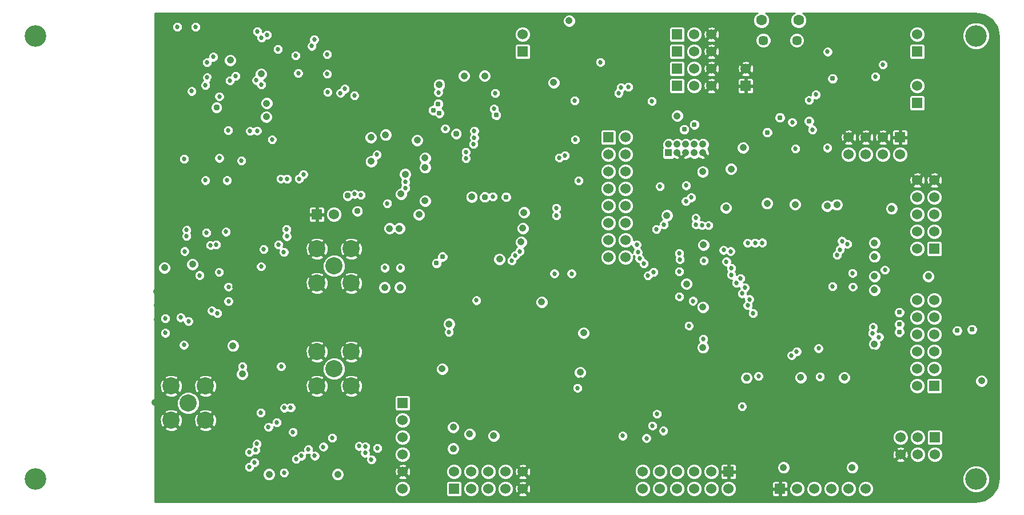
<source format=gbr>
G04 (created by PCBNEW-RS274X (2012-01-19 BZR 3256)-stable) date 12/09/2012 22:21:58*
G01*
G70*
G90*
%MOIN*%
G04 Gerber Fmt 3.4, Leading zero omitted, Abs format*
%FSLAX34Y34*%
G04 APERTURE LIST*
%ADD10C,0.006000*%
%ADD11C,0.063000*%
%ADD12C,0.057100*%
%ADD13C,0.023000*%
%ADD14C,0.023600*%
%ADD15C,0.025000*%
%ADD16R,0.060000X0.060000*%
%ADD17C,0.060000*%
%ADD18R,0.042000X0.042000*%
%ADD19C,0.042000*%
%ADD20C,0.100000*%
%ADD21C,0.126000*%
%ADD22C,0.031000*%
%ADD23C,0.027000*%
%ADD24C,0.037000*%
%ADD25C,0.050000*%
%ADD26C,0.010000*%
G04 APERTURE END LIST*
G54D10*
G54D11*
X70583Y-22169D03*
X68417Y-22169D03*
G54D12*
X70479Y-23339D03*
X68521Y-23339D03*
G54D13*
X73750Y-25000D03*
X73947Y-24705D03*
X73553Y-24705D03*
X73553Y-25295D03*
X73947Y-25295D03*
G54D14*
X44202Y-47702D03*
X43798Y-47702D03*
X43798Y-47298D03*
X44202Y-47298D03*
X40202Y-47702D03*
X39798Y-47702D03*
X39798Y-47298D03*
X40202Y-47298D03*
G54D15*
X52575Y-34275D03*
X52575Y-33625D03*
X53225Y-33625D03*
X53225Y-34275D03*
X53225Y-34925D03*
X52575Y-34925D03*
X51925Y-34925D03*
X51925Y-34275D03*
X51925Y-33625D03*
X51225Y-27025D03*
X51225Y-26431D03*
X51819Y-26431D03*
X51819Y-27025D03*
X51819Y-27619D03*
X51225Y-27619D03*
X50631Y-27619D03*
X50631Y-27025D03*
X50631Y-26431D03*
G54D14*
X38150Y-27200D03*
X37717Y-27200D03*
X37717Y-26767D03*
X38150Y-26767D03*
X38583Y-26767D03*
X38583Y-27200D03*
X38583Y-27633D03*
X38150Y-27633D03*
X37717Y-27633D03*
X46300Y-31600D03*
X46039Y-31339D03*
X46561Y-31339D03*
X46561Y-31861D03*
X46039Y-31861D03*
G54D16*
X59500Y-29000D03*
G54D17*
X60500Y-29000D03*
X59500Y-30000D03*
X60500Y-30000D03*
X59500Y-31000D03*
X60500Y-31000D03*
X59500Y-32000D03*
X60500Y-32000D03*
X59500Y-33000D03*
X60500Y-33000D03*
X59500Y-34000D03*
X60500Y-34000D03*
X59500Y-35000D03*
X60500Y-35000D03*
X59500Y-36000D03*
X60500Y-36000D03*
G54D16*
X66500Y-48500D03*
G54D17*
X66500Y-49500D03*
X65500Y-48500D03*
X65500Y-49500D03*
X64500Y-48500D03*
X64500Y-49500D03*
X63500Y-48500D03*
X63500Y-49500D03*
X62500Y-48500D03*
X62500Y-49500D03*
X61500Y-48500D03*
X61500Y-49500D03*
G54D16*
X78500Y-43500D03*
G54D17*
X77500Y-43500D03*
X78500Y-42500D03*
X77500Y-42500D03*
X78500Y-41500D03*
X77500Y-41500D03*
X78500Y-40500D03*
X77500Y-40500D03*
X78500Y-39500D03*
X77500Y-39500D03*
X78500Y-38500D03*
X77500Y-38500D03*
G54D16*
X78500Y-35500D03*
G54D17*
X77500Y-35500D03*
X78500Y-34500D03*
X77500Y-34500D03*
X78500Y-33500D03*
X77500Y-33500D03*
X78500Y-32500D03*
X77500Y-32500D03*
X78500Y-31500D03*
X77500Y-31500D03*
G54D16*
X50500Y-49500D03*
G54D17*
X50500Y-48500D03*
X51500Y-49500D03*
X51500Y-48500D03*
X52500Y-49500D03*
X52500Y-48500D03*
X53500Y-49500D03*
X53500Y-48500D03*
X54500Y-49500D03*
X54500Y-48500D03*
G54D16*
X76500Y-29000D03*
G54D17*
X76500Y-30000D03*
X75500Y-29000D03*
X75500Y-30000D03*
X74500Y-29000D03*
X74500Y-30000D03*
X73500Y-29000D03*
X73500Y-30000D03*
G54D16*
X78510Y-46500D03*
G54D17*
X78510Y-47500D03*
X77510Y-46500D03*
X77510Y-47500D03*
X76510Y-46500D03*
X76510Y-47500D03*
G54D16*
X69500Y-49500D03*
G54D17*
X70500Y-49500D03*
X71500Y-49500D03*
X72500Y-49500D03*
X73500Y-49500D03*
X74500Y-49500D03*
G54D16*
X47500Y-44500D03*
G54D17*
X47500Y-45500D03*
X47500Y-46500D03*
X47500Y-47500D03*
X47500Y-48500D03*
X47500Y-49500D03*
G54D16*
X63500Y-24000D03*
G54D17*
X64500Y-24000D03*
X65500Y-24000D03*
G54D16*
X63500Y-23000D03*
G54D17*
X64500Y-23000D03*
X65500Y-23000D03*
G54D16*
X63500Y-25000D03*
G54D17*
X64500Y-25000D03*
X65500Y-25000D03*
G54D16*
X63500Y-26000D03*
G54D17*
X64500Y-26000D03*
X65500Y-26000D03*
G54D16*
X67500Y-26000D03*
G54D17*
X67500Y-25000D03*
G54D18*
X63000Y-29900D03*
G54D19*
X63000Y-29400D03*
X63500Y-29900D03*
X63500Y-29400D03*
X64000Y-29900D03*
X64000Y-29400D03*
X64500Y-29900D03*
X64500Y-29400D03*
X65000Y-29900D03*
X65000Y-29400D03*
G54D20*
X43500Y-42500D03*
X42500Y-43500D03*
X44500Y-43500D03*
X44500Y-41500D03*
X42500Y-41500D03*
X35000Y-44500D03*
X36000Y-43500D03*
X34000Y-43500D03*
X34000Y-45500D03*
X36000Y-45500D03*
X43500Y-36500D03*
X42500Y-37500D03*
X44500Y-37500D03*
X44500Y-35500D03*
X42500Y-35500D03*
G54D16*
X77500Y-24000D03*
G54D17*
X77500Y-23000D03*
G54D16*
X77500Y-27000D03*
G54D17*
X77500Y-26000D03*
G54D16*
X42500Y-33500D03*
G54D17*
X43500Y-33500D03*
G54D16*
X54500Y-24000D03*
G54D17*
X54500Y-23000D03*
G54D21*
X26075Y-23075D03*
X26075Y-48925D03*
X80925Y-48925D03*
X80925Y-23075D03*
G54D19*
X52800Y-46400D03*
G54D22*
X49470Y-36330D03*
G54D19*
X48450Y-33500D03*
X48800Y-30200D03*
X50200Y-39880D03*
X50450Y-47150D03*
X45650Y-29000D03*
X47300Y-34310D03*
G54D23*
X53850Y-36180D03*
X56460Y-33110D03*
X54060Y-35880D03*
X56460Y-33550D03*
G54D19*
X47400Y-32300D03*
X47650Y-31150D03*
G54D23*
X38930Y-47230D03*
X38850Y-47960D03*
X44950Y-47000D03*
X45670Y-47790D03*
X45310Y-47400D03*
X34900Y-34400D03*
X44680Y-26560D03*
X35420Y-22550D03*
X36620Y-35260D03*
X43100Y-24150D03*
X39020Y-22820D03*
X42340Y-23280D03*
X40250Y-35260D03*
X34780Y-35640D03*
X37330Y-28590D03*
X40410Y-42350D03*
X41450Y-31410D03*
X38600Y-28630D03*
X38150Y-42350D03*
X45330Y-47030D03*
X40570Y-35690D03*
X37340Y-37710D03*
X39010Y-28610D03*
X46030Y-47120D03*
X41710Y-31150D03*
X35010Y-39720D03*
X33650Y-40400D03*
X36370Y-39100D03*
X38970Y-25670D03*
X43130Y-26360D03*
X34750Y-30250D03*
X36810Y-26610D03*
X40740Y-34770D03*
X42870Y-47040D03*
X36050Y-34550D03*
X40600Y-44770D03*
X36000Y-31500D03*
X37250Y-31500D03*
X40730Y-34350D03*
X40970Y-44750D03*
X37200Y-34500D03*
X43390Y-46520D03*
X41600Y-47570D03*
X40580Y-48550D03*
X43098Y-25298D03*
X34350Y-22550D03*
X42200Y-23670D03*
X39590Y-23020D03*
X41410Y-25250D03*
X40390Y-31410D03*
X38100Y-30350D03*
X43870Y-26410D03*
X40230Y-23850D03*
X35660Y-37040D03*
X33650Y-39550D03*
X34550Y-39500D03*
X38550Y-47360D03*
X41280Y-47760D03*
X39400Y-35520D03*
X38560Y-48220D03*
X34900Y-34750D03*
X36280Y-35280D03*
X39270Y-23190D03*
X36450Y-24300D03*
X42000Y-47190D03*
X36810Y-30200D03*
X40160Y-45620D03*
X39260Y-25930D03*
X39000Y-46870D03*
X40750Y-31420D03*
X41260Y-24230D03*
X44130Y-26170D03*
X42370Y-47570D03*
X34740Y-41100D03*
X37340Y-38560D03*
X36690Y-39250D03*
X39670Y-45890D03*
X39220Y-45050D03*
X36800Y-36850D03*
X39240Y-36530D03*
X41100Y-46180D03*
X63630Y-35750D03*
X61140Y-35260D03*
X63660Y-36110D03*
X61210Y-35700D03*
X66210Y-35570D03*
X61310Y-36060D03*
X66610Y-35640D03*
X61560Y-36350D03*
X62700Y-46100D03*
X62060Y-45810D03*
X57690Y-43610D03*
X62330Y-45130D03*
X61710Y-46540D03*
X75500Y-24750D03*
X71740Y-41300D03*
X72250Y-29600D03*
X73110Y-35040D03*
X73430Y-35210D03*
X75610Y-36730D03*
X73720Y-36910D03*
X72830Y-35860D03*
X72990Y-35540D03*
X75270Y-40640D03*
X74930Y-40070D03*
X74880Y-40430D03*
G54D19*
X76000Y-33150D03*
X72250Y-33000D03*
G54D23*
X72560Y-37690D03*
X73740Y-37710D03*
X64320Y-32500D03*
X65330Y-34130D03*
X67610Y-38790D03*
X66370Y-36240D03*
X66660Y-37010D03*
X66960Y-37490D03*
X67440Y-37760D03*
X67290Y-38100D03*
X67710Y-38440D03*
X66650Y-36620D03*
X67190Y-37210D03*
X64580Y-33700D03*
X62720Y-34080D03*
X62280Y-34350D03*
X64580Y-34080D03*
G54D22*
X79830Y-40270D03*
X80690Y-40200D03*
X76450Y-40350D03*
X76450Y-39200D03*
X76450Y-39900D03*
X63910Y-28530D03*
X64500Y-28250D03*
G54D23*
X68240Y-42920D03*
X67280Y-44690D03*
G54D19*
X51400Y-46300D03*
X49800Y-42500D03*
G54D23*
X71380Y-28550D03*
X71830Y-42950D03*
X57340Y-36940D03*
X64180Y-39980D03*
X56340Y-36940D03*
X54320Y-35640D03*
X65020Y-40750D03*
X51180Y-30230D03*
X37430Y-25680D03*
X61800Y-37050D03*
X36100Y-25500D03*
X60080Y-26420D03*
X63630Y-38280D03*
X52750Y-32450D03*
X47650Y-31600D03*
X51800Y-38500D03*
X50200Y-40360D03*
X47650Y-31950D03*
G54D19*
X72950Y-31900D03*
X35400Y-38930D03*
G54D22*
X34850Y-25950D03*
G54D23*
X36050Y-33100D03*
G54D19*
X64550Y-40800D03*
X46600Y-28050D03*
X72770Y-34260D03*
X67000Y-43190D03*
X61400Y-23300D03*
X33750Y-34050D03*
G54D24*
X73750Y-36320D03*
G54D23*
X54575Y-28675D03*
G54D19*
X71800Y-24000D03*
G54D23*
X54075Y-28675D03*
G54D22*
X35300Y-25050D03*
G54D24*
X50725Y-29835D03*
X35140Y-41500D03*
G54D19*
X34160Y-40500D03*
X55950Y-37790D03*
X53810Y-45010D03*
G54D22*
X71600Y-26000D03*
G54D19*
X67540Y-44230D03*
X41450Y-26400D03*
X40650Y-27400D03*
X36510Y-39870D03*
G54D24*
X51005Y-23005D03*
G54D19*
X43000Y-23500D03*
X68800Y-23950D03*
X67900Y-29100D03*
X71850Y-30550D03*
X45000Y-30900D03*
X69100Y-34300D03*
X52275Y-24225D03*
X71200Y-30040D03*
X37750Y-22950D03*
X70700Y-44200D03*
X52215Y-23225D03*
X69900Y-34300D03*
X42500Y-24700D03*
X38150Y-36900D03*
X42000Y-24700D03*
X51075Y-24225D03*
X49580Y-34640D03*
X74900Y-25000D03*
G54D24*
X55750Y-33750D03*
G54D22*
X54725Y-31375D03*
G54D19*
X73550Y-32200D03*
X56150Y-24900D03*
X35250Y-31900D03*
G54D23*
X35150Y-33100D03*
G54D19*
X37550Y-29550D03*
X62500Y-33000D03*
X61400Y-24300D03*
X63800Y-38900D03*
X73250Y-44200D03*
G54D24*
X71350Y-32850D03*
G54D19*
X35850Y-29050D03*
X38100Y-33200D03*
G54D23*
X55075Y-28675D03*
G54D19*
X45090Y-29500D03*
X50600Y-38900D03*
X51505Y-31265D03*
X72800Y-45050D03*
X40050Y-28600D03*
X39750Y-24050D03*
X48650Y-32200D03*
G54D23*
X52025Y-30975D03*
G54D19*
X33190Y-38790D03*
X76200Y-37900D03*
X55800Y-24400D03*
X52700Y-47600D03*
X38100Y-32700D03*
X38100Y-40130D03*
X73350Y-22350D03*
G54D24*
X48415Y-27045D03*
G54D19*
X76200Y-35950D03*
X47690Y-33200D03*
X74040Y-31190D03*
X38010Y-31900D03*
X53635Y-28125D03*
X50225Y-29835D03*
X71000Y-45300D03*
X35800Y-23650D03*
X57900Y-43200D03*
G54D22*
X53525Y-31375D03*
G54D19*
X38900Y-41650D03*
X40280Y-46320D03*
X33640Y-22950D03*
X38050Y-28700D03*
G54D23*
X70100Y-27500D03*
G54D24*
X48425Y-27825D03*
G54D19*
X38890Y-30650D03*
X49525Y-29435D03*
G54D22*
X52685Y-31375D03*
G54D19*
X40490Y-24680D03*
X70350Y-31690D03*
X72900Y-23500D03*
G54D24*
X35890Y-42320D03*
G54D19*
X79330Y-39490D03*
X55180Y-45010D03*
X49225Y-25125D03*
X72900Y-26500D03*
G54D24*
X40650Y-27950D03*
G54D19*
X48500Y-31450D03*
X53860Y-36890D03*
X35230Y-37040D03*
X36850Y-28700D03*
G54D22*
X72450Y-24400D03*
X54325Y-31375D03*
G54D19*
X33750Y-34750D03*
X53635Y-25975D03*
X43940Y-29720D03*
X53130Y-37260D03*
G54D22*
X35630Y-27300D03*
G54D19*
X54450Y-36150D03*
X49935Y-23225D03*
X38890Y-49050D03*
X33800Y-38670D03*
G54D24*
X57400Y-30800D03*
G54D19*
X55200Y-32800D03*
G54D22*
X70790Y-28050D03*
X35630Y-26900D03*
G54D24*
X34680Y-42180D03*
G54D19*
X61400Y-25300D03*
X73350Y-27650D03*
X33500Y-37200D03*
X76200Y-31100D03*
X34900Y-23200D03*
X35940Y-38470D03*
X57500Y-39850D03*
G54D22*
X53925Y-31375D03*
G54D19*
X37000Y-25700D03*
X44260Y-25300D03*
X80400Y-43600D03*
X36560Y-22550D03*
X52430Y-39990D03*
X38150Y-38200D03*
X42890Y-49050D03*
X33070Y-44460D03*
X55600Y-35100D03*
X72500Y-31100D03*
X57400Y-24900D03*
X36600Y-33850D03*
X49580Y-34160D03*
G54D24*
X36450Y-25700D03*
X55750Y-34300D03*
G54D19*
X76200Y-41050D03*
X37950Y-34850D03*
X71000Y-46100D03*
X36600Y-32150D03*
X51460Y-41280D03*
X33190Y-39620D03*
X44300Y-46320D03*
X69250Y-31650D03*
X33290Y-42550D03*
X46950Y-29650D03*
G54D23*
X55575Y-28675D03*
G54D19*
X35970Y-36150D03*
G54D24*
X40650Y-26900D03*
G54D19*
X65550Y-33250D03*
X57150Y-26100D03*
X37200Y-29130D03*
X36980Y-24100D03*
X51300Y-47600D03*
X74960Y-41560D03*
G54D22*
X35000Y-25500D03*
G54D19*
X33700Y-35650D03*
X58600Y-22900D03*
X36070Y-30860D03*
G54D22*
X35100Y-27300D03*
G54D19*
X76750Y-25000D03*
G54D22*
X35630Y-26500D03*
G54D19*
X76200Y-35150D03*
G54D23*
X35600Y-33100D03*
G54D19*
X48125Y-27425D03*
G54D23*
X53525Y-30975D03*
G54D19*
X66310Y-35140D03*
X58400Y-39500D03*
X33150Y-38000D03*
X37760Y-37710D03*
G54D23*
X52525Y-30975D03*
G54D19*
X68750Y-31650D03*
G54D22*
X55125Y-31375D03*
X52325Y-31415D03*
G54D24*
X35650Y-34600D03*
G54D19*
X40100Y-25190D03*
X50795Y-31665D03*
X69650Y-24150D03*
G54D24*
X53985Y-27515D03*
G54D19*
X76200Y-37100D03*
G54D22*
X71600Y-23500D03*
G54D24*
X51145Y-23445D03*
G54D19*
X49000Y-42100D03*
X63800Y-35350D03*
G54D23*
X53025Y-30975D03*
G54D19*
X61400Y-26300D03*
G54D23*
X51620Y-29390D03*
X70400Y-29650D03*
X39880Y-29130D03*
X46000Y-30000D03*
X75050Y-25450D03*
X71590Y-26500D03*
X72270Y-24000D03*
X71190Y-26830D03*
G54D22*
X68750Y-28710D03*
X69490Y-27840D03*
G54D23*
X37750Y-25420D03*
X62120Y-36860D03*
X64420Y-38540D03*
X60220Y-26080D03*
X36090Y-24630D03*
X64010Y-32720D03*
X64940Y-34130D03*
X60650Y-26060D03*
X59030Y-24610D03*
X70210Y-28110D03*
X51670Y-28620D03*
X68460Y-35140D03*
X56960Y-30050D03*
X44700Y-32300D03*
X70170Y-41710D03*
X46450Y-36600D03*
X47350Y-36600D03*
X70470Y-41480D03*
X45050Y-32350D03*
X60320Y-46400D03*
X46600Y-32850D03*
X65060Y-36190D03*
X51180Y-29850D03*
X57550Y-29130D03*
X63630Y-36820D03*
X51670Y-29010D03*
X57760Y-31520D03*
X35200Y-26300D03*
X57520Y-26850D03*
X62020Y-26880D03*
X49575Y-26375D03*
X67930Y-39250D03*
X36000Y-25950D03*
X64030Y-31800D03*
X68040Y-35150D03*
X56630Y-30180D03*
G54D19*
X49625Y-25925D03*
X54570Y-33380D03*
X35250Y-36400D03*
X51525Y-32465D03*
G54D22*
X52945Y-27695D03*
G54D19*
X37450Y-24500D03*
X54500Y-34300D03*
X39570Y-27010D03*
X39250Y-25300D03*
G54D24*
X52275Y-32475D03*
G54D23*
X52825Y-27335D03*
G54D19*
X52275Y-25415D03*
X37600Y-41150D03*
G54D24*
X50615Y-28785D03*
G54D19*
X53140Y-36100D03*
G54D22*
X53525Y-32475D03*
X49565Y-27045D03*
G54D19*
X51075Y-25405D03*
X38150Y-42800D03*
G54D24*
X36640Y-27250D03*
G54D19*
X33610Y-36600D03*
G54D23*
X52895Y-26425D03*
G54D22*
X49625Y-27585D03*
G54D19*
X54400Y-35100D03*
X57200Y-22200D03*
X58050Y-40400D03*
X57850Y-42700D03*
X63500Y-27740D03*
X73700Y-48250D03*
G54D22*
X71190Y-28050D03*
G54D19*
X56300Y-25800D03*
X67350Y-29600D03*
G54D22*
X49820Y-35960D03*
G54D19*
X75000Y-35950D03*
X65000Y-38900D03*
X75000Y-35150D03*
X66350Y-33100D03*
X78150Y-37100D03*
X48800Y-30750D03*
X72810Y-32920D03*
X67540Y-43020D03*
X45660Y-30400D03*
X48800Y-32700D03*
X70700Y-43000D03*
X64050Y-37540D03*
X69700Y-48250D03*
X55600Y-38600D03*
X73250Y-43000D03*
X75000Y-41050D03*
X46500Y-28850D03*
X64990Y-31000D03*
X68750Y-32850D03*
X39710Y-48650D03*
G54D22*
X72560Y-25570D03*
G54D19*
X43710Y-48650D03*
X50450Y-45900D03*
G54D22*
X49275Y-27415D03*
G54D19*
X70378Y-32904D03*
X81250Y-43200D03*
X46730Y-34310D03*
X65000Y-41250D03*
X47350Y-37750D03*
X48340Y-29160D03*
X75000Y-37100D03*
X39550Y-27800D03*
X75000Y-37900D03*
X46450Y-37750D03*
G54D24*
X44300Y-32400D03*
X44850Y-33300D03*
G54D19*
X65030Y-35270D03*
X66640Y-30840D03*
X62900Y-33550D03*
G54D23*
X49975Y-28485D03*
X67610Y-35160D03*
X62500Y-31850D03*
G54D25*
X51925Y-33625D02*
X53225Y-33625D01*
X37717Y-26767D02*
X38583Y-27633D01*
X50631Y-26431D02*
X51819Y-27619D01*
X50631Y-26431D02*
X51819Y-26431D01*
X37717Y-27633D02*
X37717Y-26767D01*
X38583Y-27633D02*
X37717Y-27633D01*
X37717Y-26767D02*
X38583Y-26767D01*
X51819Y-26431D02*
X50631Y-27619D01*
X52575Y-33625D02*
X52575Y-34925D01*
X51925Y-34275D02*
X53225Y-34275D01*
X73553Y-25295D02*
X73553Y-24705D01*
X73947Y-25295D02*
X73553Y-25295D01*
X53225Y-33625D02*
X53225Y-34925D01*
X50631Y-27619D02*
X50631Y-26431D01*
X38583Y-26767D02*
X38583Y-27633D01*
X51925Y-34925D02*
X51925Y-33625D01*
X46561Y-31339D02*
X46561Y-31861D01*
X51925Y-33625D02*
X53225Y-34925D01*
X73947Y-24705D02*
X73947Y-25295D01*
X51819Y-27619D02*
X50631Y-27619D01*
X46039Y-31861D02*
X46039Y-31339D01*
X73553Y-24705D02*
X73947Y-24705D01*
X53225Y-34925D02*
X51925Y-34925D01*
X39798Y-47298D02*
X39798Y-47702D01*
X51925Y-34925D02*
X53225Y-33625D01*
X46039Y-31339D02*
X46561Y-31861D01*
X37717Y-27633D02*
X38583Y-26767D01*
X46039Y-31339D02*
X46561Y-31339D01*
X46561Y-31861D02*
X46039Y-31861D01*
X44202Y-47298D02*
X44202Y-47702D01*
X39850Y-47650D02*
X39850Y-47450D01*
X43798Y-47298D02*
X44202Y-47298D01*
X40202Y-47702D02*
X39798Y-47702D01*
X39798Y-47702D02*
X39850Y-47650D01*
X39798Y-47298D02*
X40202Y-47298D01*
X43798Y-47702D02*
X43798Y-47298D01*
X40202Y-47298D02*
X40202Y-47702D01*
X44202Y-47702D02*
X43798Y-47702D01*
X51819Y-26431D02*
X51819Y-27619D01*
G54D10*
G36*
X73821Y-25000D02*
X73750Y-25071D01*
X73679Y-25000D01*
X73750Y-24929D01*
X73821Y-25000D01*
X73821Y-25000D01*
G37*
G54D26*
X73821Y-25000D02*
X73750Y-25071D01*
X73679Y-25000D01*
X73750Y-24929D01*
X73821Y-25000D01*
G54D10*
G36*
X82255Y-48903D02*
X82149Y-49431D01*
X81862Y-49862D01*
X81724Y-49954D01*
X81724Y-49085D01*
X81724Y-48767D01*
X81724Y-23235D01*
X81724Y-22917D01*
X81603Y-22623D01*
X81378Y-22398D01*
X81085Y-22276D01*
X80767Y-22276D01*
X80473Y-22397D01*
X80248Y-22622D01*
X80126Y-22915D01*
X80126Y-23233D01*
X80247Y-23527D01*
X80472Y-23752D01*
X80765Y-23874D01*
X81083Y-23874D01*
X81377Y-23753D01*
X81602Y-23528D01*
X81724Y-23235D01*
X81724Y-48767D01*
X81630Y-48538D01*
X81630Y-43276D01*
X81630Y-43125D01*
X81572Y-42985D01*
X81466Y-42878D01*
X81326Y-42820D01*
X81175Y-42820D01*
X81035Y-42878D01*
X81015Y-42897D01*
X81015Y-40265D01*
X81015Y-40136D01*
X80966Y-40016D01*
X80875Y-39925D01*
X80755Y-39875D01*
X80626Y-39875D01*
X80506Y-39924D01*
X80415Y-40015D01*
X80365Y-40135D01*
X80365Y-40264D01*
X80414Y-40384D01*
X80505Y-40475D01*
X80625Y-40525D01*
X80754Y-40525D01*
X80874Y-40476D01*
X80965Y-40385D01*
X81015Y-40265D01*
X81015Y-42897D01*
X80928Y-42984D01*
X80870Y-43124D01*
X80870Y-43275D01*
X80928Y-43415D01*
X81034Y-43522D01*
X81174Y-43580D01*
X81325Y-43580D01*
X81465Y-43522D01*
X81572Y-43416D01*
X81630Y-43276D01*
X81630Y-48538D01*
X81603Y-48473D01*
X81378Y-48248D01*
X81085Y-48126D01*
X80767Y-48126D01*
X80473Y-48247D01*
X80248Y-48472D01*
X80155Y-48695D01*
X80155Y-40335D01*
X80155Y-40206D01*
X80106Y-40086D01*
X80015Y-39995D01*
X79895Y-39945D01*
X79766Y-39945D01*
X79646Y-39994D01*
X79555Y-40085D01*
X79505Y-40205D01*
X79505Y-40334D01*
X79554Y-40454D01*
X79645Y-40545D01*
X79765Y-40595D01*
X79894Y-40595D01*
X80014Y-40546D01*
X80105Y-40455D01*
X80155Y-40335D01*
X80155Y-48695D01*
X80126Y-48765D01*
X80126Y-49083D01*
X80247Y-49377D01*
X80472Y-49602D01*
X80765Y-49724D01*
X81083Y-49724D01*
X81377Y-49603D01*
X81602Y-49378D01*
X81724Y-49085D01*
X81724Y-49954D01*
X81433Y-50148D01*
X80901Y-50255D01*
X78980Y-50255D01*
X78980Y-47594D01*
X78980Y-47407D01*
X78980Y-46834D01*
X78980Y-46766D01*
X78980Y-46166D01*
X78970Y-46142D01*
X78970Y-43834D01*
X78970Y-43766D01*
X78970Y-43166D01*
X78970Y-42594D01*
X78970Y-42407D01*
X78970Y-41594D01*
X78970Y-41407D01*
X78970Y-40594D01*
X78970Y-40407D01*
X78970Y-39594D01*
X78970Y-39407D01*
X78970Y-38594D01*
X78970Y-38407D01*
X78970Y-35834D01*
X78970Y-35766D01*
X78970Y-35166D01*
X78970Y-34594D01*
X78970Y-34407D01*
X78970Y-33594D01*
X78970Y-33407D01*
X78970Y-32594D01*
X78970Y-32407D01*
X78965Y-32394D01*
X78965Y-31561D01*
X78953Y-31378D01*
X78907Y-31266D01*
X78836Y-31235D01*
X78765Y-31306D01*
X78765Y-31164D01*
X78734Y-31093D01*
X78561Y-31035D01*
X78378Y-31047D01*
X78266Y-31093D01*
X78235Y-31164D01*
X78500Y-31429D01*
X78765Y-31164D01*
X78765Y-31306D01*
X78571Y-31500D01*
X78836Y-31765D01*
X78907Y-31734D01*
X78965Y-31561D01*
X78965Y-32394D01*
X78899Y-32234D01*
X78767Y-32102D01*
X78765Y-32101D01*
X78765Y-31836D01*
X78500Y-31571D01*
X78429Y-31642D01*
X78429Y-31500D01*
X78164Y-31235D01*
X78093Y-31266D01*
X78035Y-31439D01*
X78047Y-31622D01*
X78093Y-31734D01*
X78164Y-31765D01*
X78429Y-31500D01*
X78429Y-31642D01*
X78235Y-31836D01*
X78266Y-31907D01*
X78439Y-31965D01*
X78622Y-31953D01*
X78734Y-31907D01*
X78765Y-31836D01*
X78765Y-32101D01*
X78594Y-32030D01*
X78407Y-32030D01*
X78234Y-32101D01*
X78102Y-32233D01*
X78030Y-32406D01*
X78030Y-32593D01*
X78101Y-32766D01*
X78233Y-32898D01*
X78406Y-32970D01*
X78593Y-32970D01*
X78766Y-32899D01*
X78898Y-32767D01*
X78970Y-32594D01*
X78970Y-33407D01*
X78899Y-33234D01*
X78767Y-33102D01*
X78594Y-33030D01*
X78407Y-33030D01*
X78234Y-33101D01*
X78102Y-33233D01*
X78030Y-33406D01*
X78030Y-33593D01*
X78101Y-33766D01*
X78233Y-33898D01*
X78406Y-33970D01*
X78593Y-33970D01*
X78766Y-33899D01*
X78898Y-33767D01*
X78970Y-33594D01*
X78970Y-34407D01*
X78899Y-34234D01*
X78767Y-34102D01*
X78594Y-34030D01*
X78407Y-34030D01*
X78234Y-34101D01*
X78102Y-34233D01*
X78030Y-34406D01*
X78030Y-34593D01*
X78101Y-34766D01*
X78233Y-34898D01*
X78406Y-34970D01*
X78593Y-34970D01*
X78766Y-34899D01*
X78898Y-34767D01*
X78970Y-34594D01*
X78970Y-35166D01*
X78944Y-35104D01*
X78896Y-35056D01*
X78834Y-35030D01*
X78766Y-35030D01*
X78166Y-35030D01*
X78104Y-35056D01*
X78056Y-35104D01*
X78030Y-35166D01*
X78030Y-35234D01*
X78030Y-35834D01*
X78056Y-35896D01*
X78104Y-35944D01*
X78166Y-35970D01*
X78234Y-35970D01*
X78834Y-35970D01*
X78896Y-35944D01*
X78944Y-35896D01*
X78970Y-35834D01*
X78970Y-38407D01*
X78899Y-38234D01*
X78767Y-38102D01*
X78594Y-38030D01*
X78530Y-38030D01*
X78530Y-37176D01*
X78530Y-37025D01*
X78472Y-36885D01*
X78366Y-36778D01*
X78226Y-36720D01*
X78075Y-36720D01*
X77970Y-36763D01*
X77970Y-35594D01*
X77970Y-35407D01*
X77970Y-34594D01*
X77970Y-34407D01*
X77970Y-33594D01*
X77970Y-33407D01*
X77970Y-32594D01*
X77970Y-32407D01*
X77970Y-27334D01*
X77970Y-27266D01*
X77970Y-26666D01*
X77970Y-26094D01*
X77970Y-25907D01*
X77970Y-24334D01*
X77970Y-24266D01*
X77970Y-23666D01*
X77970Y-23094D01*
X77970Y-22907D01*
X77899Y-22734D01*
X77767Y-22602D01*
X77594Y-22530D01*
X77407Y-22530D01*
X77234Y-22601D01*
X77102Y-22733D01*
X77030Y-22906D01*
X77030Y-23093D01*
X77101Y-23266D01*
X77233Y-23398D01*
X77406Y-23470D01*
X77593Y-23470D01*
X77766Y-23399D01*
X77898Y-23267D01*
X77970Y-23094D01*
X77970Y-23666D01*
X77944Y-23604D01*
X77896Y-23556D01*
X77834Y-23530D01*
X77766Y-23530D01*
X77166Y-23530D01*
X77104Y-23556D01*
X77056Y-23604D01*
X77030Y-23666D01*
X77030Y-23734D01*
X77030Y-24334D01*
X77056Y-24396D01*
X77104Y-24444D01*
X77166Y-24470D01*
X77234Y-24470D01*
X77834Y-24470D01*
X77896Y-24444D01*
X77944Y-24396D01*
X77970Y-24334D01*
X77970Y-25907D01*
X77899Y-25734D01*
X77767Y-25602D01*
X77594Y-25530D01*
X77407Y-25530D01*
X77234Y-25601D01*
X77102Y-25733D01*
X77030Y-25906D01*
X77030Y-26093D01*
X77101Y-26266D01*
X77233Y-26398D01*
X77406Y-26470D01*
X77593Y-26470D01*
X77766Y-26399D01*
X77898Y-26267D01*
X77970Y-26094D01*
X77970Y-26666D01*
X77944Y-26604D01*
X77896Y-26556D01*
X77834Y-26530D01*
X77766Y-26530D01*
X77166Y-26530D01*
X77104Y-26556D01*
X77056Y-26604D01*
X77030Y-26666D01*
X77030Y-26734D01*
X77030Y-27334D01*
X77056Y-27396D01*
X77104Y-27444D01*
X77166Y-27470D01*
X77234Y-27470D01*
X77834Y-27470D01*
X77896Y-27444D01*
X77944Y-27396D01*
X77970Y-27334D01*
X77970Y-32407D01*
X77965Y-32394D01*
X77965Y-31561D01*
X77953Y-31378D01*
X77907Y-31266D01*
X77836Y-31235D01*
X77765Y-31306D01*
X77765Y-31164D01*
X77734Y-31093D01*
X77561Y-31035D01*
X77378Y-31047D01*
X77266Y-31093D01*
X77235Y-31164D01*
X77500Y-31429D01*
X77765Y-31164D01*
X77765Y-31306D01*
X77571Y-31500D01*
X77836Y-31765D01*
X77907Y-31734D01*
X77965Y-31561D01*
X77965Y-32394D01*
X77899Y-32234D01*
X77767Y-32102D01*
X77765Y-32101D01*
X77765Y-31836D01*
X77500Y-31571D01*
X77429Y-31642D01*
X77429Y-31500D01*
X77164Y-31235D01*
X77093Y-31266D01*
X77035Y-31439D01*
X77047Y-31622D01*
X77093Y-31734D01*
X77164Y-31765D01*
X77429Y-31500D01*
X77429Y-31642D01*
X77235Y-31836D01*
X77266Y-31907D01*
X77439Y-31965D01*
X77622Y-31953D01*
X77734Y-31907D01*
X77765Y-31836D01*
X77765Y-32101D01*
X77594Y-32030D01*
X77407Y-32030D01*
X77234Y-32101D01*
X77102Y-32233D01*
X77030Y-32406D01*
X77030Y-32593D01*
X77101Y-32766D01*
X77233Y-32898D01*
X77406Y-32970D01*
X77593Y-32970D01*
X77766Y-32899D01*
X77898Y-32767D01*
X77970Y-32594D01*
X77970Y-33407D01*
X77899Y-33234D01*
X77767Y-33102D01*
X77594Y-33030D01*
X77407Y-33030D01*
X77234Y-33101D01*
X77102Y-33233D01*
X77030Y-33406D01*
X77030Y-33593D01*
X77101Y-33766D01*
X77233Y-33898D01*
X77406Y-33970D01*
X77593Y-33970D01*
X77766Y-33899D01*
X77898Y-33767D01*
X77970Y-33594D01*
X77970Y-34407D01*
X77899Y-34234D01*
X77767Y-34102D01*
X77594Y-34030D01*
X77407Y-34030D01*
X77234Y-34101D01*
X77102Y-34233D01*
X77030Y-34406D01*
X77030Y-34593D01*
X77101Y-34766D01*
X77233Y-34898D01*
X77406Y-34970D01*
X77593Y-34970D01*
X77766Y-34899D01*
X77898Y-34767D01*
X77970Y-34594D01*
X77970Y-35407D01*
X77899Y-35234D01*
X77767Y-35102D01*
X77594Y-35030D01*
X77407Y-35030D01*
X77234Y-35101D01*
X77102Y-35233D01*
X77030Y-35406D01*
X77030Y-35593D01*
X77101Y-35766D01*
X77233Y-35898D01*
X77406Y-35970D01*
X77593Y-35970D01*
X77766Y-35899D01*
X77898Y-35767D01*
X77970Y-35594D01*
X77970Y-36763D01*
X77935Y-36778D01*
X77828Y-36884D01*
X77770Y-37024D01*
X77770Y-37175D01*
X77828Y-37315D01*
X77934Y-37422D01*
X78074Y-37480D01*
X78225Y-37480D01*
X78365Y-37422D01*
X78472Y-37316D01*
X78530Y-37176D01*
X78530Y-38030D01*
X78407Y-38030D01*
X78234Y-38101D01*
X78102Y-38233D01*
X78030Y-38406D01*
X78030Y-38593D01*
X78101Y-38766D01*
X78233Y-38898D01*
X78406Y-38970D01*
X78593Y-38970D01*
X78766Y-38899D01*
X78898Y-38767D01*
X78970Y-38594D01*
X78970Y-39407D01*
X78899Y-39234D01*
X78767Y-39102D01*
X78594Y-39030D01*
X78407Y-39030D01*
X78234Y-39101D01*
X78102Y-39233D01*
X78030Y-39406D01*
X78030Y-39593D01*
X78101Y-39766D01*
X78233Y-39898D01*
X78406Y-39970D01*
X78593Y-39970D01*
X78766Y-39899D01*
X78898Y-39767D01*
X78970Y-39594D01*
X78970Y-40407D01*
X78899Y-40234D01*
X78767Y-40102D01*
X78594Y-40030D01*
X78407Y-40030D01*
X78234Y-40101D01*
X78102Y-40233D01*
X78030Y-40406D01*
X78030Y-40593D01*
X78101Y-40766D01*
X78233Y-40898D01*
X78406Y-40970D01*
X78593Y-40970D01*
X78766Y-40899D01*
X78898Y-40767D01*
X78970Y-40594D01*
X78970Y-41407D01*
X78899Y-41234D01*
X78767Y-41102D01*
X78594Y-41030D01*
X78407Y-41030D01*
X78234Y-41101D01*
X78102Y-41233D01*
X78030Y-41406D01*
X78030Y-41593D01*
X78101Y-41766D01*
X78233Y-41898D01*
X78406Y-41970D01*
X78593Y-41970D01*
X78766Y-41899D01*
X78898Y-41767D01*
X78970Y-41594D01*
X78970Y-42407D01*
X78899Y-42234D01*
X78767Y-42102D01*
X78594Y-42030D01*
X78407Y-42030D01*
X78234Y-42101D01*
X78102Y-42233D01*
X78030Y-42406D01*
X78030Y-42593D01*
X78101Y-42766D01*
X78233Y-42898D01*
X78406Y-42970D01*
X78593Y-42970D01*
X78766Y-42899D01*
X78898Y-42767D01*
X78970Y-42594D01*
X78970Y-43166D01*
X78944Y-43104D01*
X78896Y-43056D01*
X78834Y-43030D01*
X78766Y-43030D01*
X78166Y-43030D01*
X78104Y-43056D01*
X78056Y-43104D01*
X78030Y-43166D01*
X78030Y-43234D01*
X78030Y-43834D01*
X78056Y-43896D01*
X78104Y-43944D01*
X78166Y-43970D01*
X78234Y-43970D01*
X78834Y-43970D01*
X78896Y-43944D01*
X78944Y-43896D01*
X78970Y-43834D01*
X78970Y-46142D01*
X78954Y-46104D01*
X78906Y-46056D01*
X78844Y-46030D01*
X78776Y-46030D01*
X78176Y-46030D01*
X78114Y-46056D01*
X78066Y-46104D01*
X78040Y-46166D01*
X78040Y-46234D01*
X78040Y-46834D01*
X78066Y-46896D01*
X78114Y-46944D01*
X78176Y-46970D01*
X78244Y-46970D01*
X78844Y-46970D01*
X78906Y-46944D01*
X78954Y-46896D01*
X78980Y-46834D01*
X78980Y-47407D01*
X78909Y-47234D01*
X78777Y-47102D01*
X78604Y-47030D01*
X78417Y-47030D01*
X78244Y-47101D01*
X78112Y-47233D01*
X78040Y-47406D01*
X78040Y-47593D01*
X78111Y-47766D01*
X78243Y-47898D01*
X78416Y-47970D01*
X78603Y-47970D01*
X78776Y-47899D01*
X78908Y-47767D01*
X78980Y-47594D01*
X78980Y-50255D01*
X77980Y-50255D01*
X77980Y-47594D01*
X77980Y-47407D01*
X77980Y-46594D01*
X77980Y-46407D01*
X77970Y-46382D01*
X77970Y-43594D01*
X77970Y-43407D01*
X77970Y-42594D01*
X77970Y-42407D01*
X77970Y-41594D01*
X77970Y-41407D01*
X77970Y-40594D01*
X77970Y-40407D01*
X77970Y-39594D01*
X77970Y-39407D01*
X77970Y-38594D01*
X77970Y-38407D01*
X77899Y-38234D01*
X77767Y-38102D01*
X77594Y-38030D01*
X77407Y-38030D01*
X77234Y-38101D01*
X77102Y-38233D01*
X77030Y-38406D01*
X77030Y-38593D01*
X77101Y-38766D01*
X77233Y-38898D01*
X77406Y-38970D01*
X77593Y-38970D01*
X77766Y-38899D01*
X77898Y-38767D01*
X77970Y-38594D01*
X77970Y-39407D01*
X77899Y-39234D01*
X77767Y-39102D01*
X77594Y-39030D01*
X77407Y-39030D01*
X77234Y-39101D01*
X77102Y-39233D01*
X77030Y-39406D01*
X77030Y-39593D01*
X77101Y-39766D01*
X77233Y-39898D01*
X77406Y-39970D01*
X77593Y-39970D01*
X77766Y-39899D01*
X77898Y-39767D01*
X77970Y-39594D01*
X77970Y-40407D01*
X77899Y-40234D01*
X77767Y-40102D01*
X77594Y-40030D01*
X77407Y-40030D01*
X77234Y-40101D01*
X77102Y-40233D01*
X77030Y-40406D01*
X77030Y-40593D01*
X77101Y-40766D01*
X77233Y-40898D01*
X77406Y-40970D01*
X77593Y-40970D01*
X77766Y-40899D01*
X77898Y-40767D01*
X77970Y-40594D01*
X77970Y-41407D01*
X77899Y-41234D01*
X77767Y-41102D01*
X77594Y-41030D01*
X77407Y-41030D01*
X77234Y-41101D01*
X77102Y-41233D01*
X77030Y-41406D01*
X77030Y-41593D01*
X77101Y-41766D01*
X77233Y-41898D01*
X77406Y-41970D01*
X77593Y-41970D01*
X77766Y-41899D01*
X77898Y-41767D01*
X77970Y-41594D01*
X77970Y-42407D01*
X77899Y-42234D01*
X77767Y-42102D01*
X77594Y-42030D01*
X77407Y-42030D01*
X77234Y-42101D01*
X77102Y-42233D01*
X77030Y-42406D01*
X77030Y-42593D01*
X77101Y-42766D01*
X77233Y-42898D01*
X77406Y-42970D01*
X77593Y-42970D01*
X77766Y-42899D01*
X77898Y-42767D01*
X77970Y-42594D01*
X77970Y-43407D01*
X77899Y-43234D01*
X77767Y-43102D01*
X77594Y-43030D01*
X77407Y-43030D01*
X77234Y-43101D01*
X77102Y-43233D01*
X77030Y-43406D01*
X77030Y-43593D01*
X77101Y-43766D01*
X77233Y-43898D01*
X77406Y-43970D01*
X77593Y-43970D01*
X77766Y-43899D01*
X77898Y-43767D01*
X77970Y-43594D01*
X77970Y-46382D01*
X77909Y-46234D01*
X77777Y-46102D01*
X77604Y-46030D01*
X77417Y-46030D01*
X77244Y-46101D01*
X77112Y-46233D01*
X77040Y-46406D01*
X77040Y-46593D01*
X77111Y-46766D01*
X77243Y-46898D01*
X77416Y-46970D01*
X77603Y-46970D01*
X77776Y-46899D01*
X77908Y-46767D01*
X77980Y-46594D01*
X77980Y-47407D01*
X77909Y-47234D01*
X77777Y-47102D01*
X77604Y-47030D01*
X77417Y-47030D01*
X77244Y-47101D01*
X77112Y-47233D01*
X77040Y-47406D01*
X77040Y-47593D01*
X77111Y-47766D01*
X77243Y-47898D01*
X77416Y-47970D01*
X77603Y-47970D01*
X77776Y-47899D01*
X77908Y-47767D01*
X77980Y-47594D01*
X77980Y-50255D01*
X76980Y-50255D01*
X76980Y-46594D01*
X76980Y-46407D01*
X76970Y-46382D01*
X76970Y-30094D01*
X76970Y-29907D01*
X76970Y-29334D01*
X76970Y-29266D01*
X76970Y-29092D01*
X76970Y-28908D01*
X76970Y-28734D01*
X76970Y-28666D01*
X76944Y-28604D01*
X76896Y-28556D01*
X76834Y-28530D01*
X76592Y-28530D01*
X76550Y-28572D01*
X76550Y-28950D01*
X76928Y-28950D01*
X76970Y-28908D01*
X76970Y-29092D01*
X76928Y-29050D01*
X76550Y-29050D01*
X76550Y-29428D01*
X76592Y-29470D01*
X76834Y-29470D01*
X76896Y-29444D01*
X76944Y-29396D01*
X76970Y-29334D01*
X76970Y-29907D01*
X76899Y-29734D01*
X76767Y-29602D01*
X76594Y-29530D01*
X76450Y-29530D01*
X76450Y-29428D01*
X76450Y-29050D01*
X76450Y-28950D01*
X76450Y-28572D01*
X76408Y-28530D01*
X76166Y-28530D01*
X76104Y-28556D01*
X76056Y-28604D01*
X76030Y-28666D01*
X76030Y-28734D01*
X76030Y-28908D01*
X76072Y-28950D01*
X76450Y-28950D01*
X76450Y-29050D01*
X76072Y-29050D01*
X76030Y-29092D01*
X76030Y-29266D01*
X76030Y-29334D01*
X76056Y-29396D01*
X76104Y-29444D01*
X76166Y-29470D01*
X76408Y-29470D01*
X76450Y-29428D01*
X76450Y-29530D01*
X76407Y-29530D01*
X76234Y-29601D01*
X76102Y-29733D01*
X76030Y-29906D01*
X76030Y-30093D01*
X76101Y-30266D01*
X76233Y-30398D01*
X76406Y-30470D01*
X76593Y-30470D01*
X76766Y-30399D01*
X76898Y-30267D01*
X76970Y-30094D01*
X76970Y-46382D01*
X76909Y-46234D01*
X76777Y-46102D01*
X76775Y-46101D01*
X76775Y-40415D01*
X76775Y-40286D01*
X76726Y-40166D01*
X76685Y-40125D01*
X76725Y-40085D01*
X76775Y-39965D01*
X76775Y-39836D01*
X76775Y-39265D01*
X76775Y-39136D01*
X76726Y-39016D01*
X76635Y-38925D01*
X76515Y-38875D01*
X76386Y-38875D01*
X76380Y-38877D01*
X76380Y-33226D01*
X76380Y-33075D01*
X76322Y-32935D01*
X76216Y-32828D01*
X76076Y-32770D01*
X75970Y-32770D01*
X75970Y-30094D01*
X75970Y-29907D01*
X75965Y-29894D01*
X75965Y-29061D01*
X75953Y-28878D01*
X75907Y-28766D01*
X75836Y-28735D01*
X75804Y-28767D01*
X75804Y-24811D01*
X75804Y-24690D01*
X75758Y-24578D01*
X75673Y-24493D01*
X75561Y-24446D01*
X75440Y-24446D01*
X75328Y-24492D01*
X75243Y-24577D01*
X75196Y-24689D01*
X75196Y-24810D01*
X75242Y-24922D01*
X75327Y-25007D01*
X75439Y-25054D01*
X75560Y-25054D01*
X75672Y-25008D01*
X75757Y-24923D01*
X75804Y-24811D01*
X75804Y-28767D01*
X75765Y-28806D01*
X75765Y-28664D01*
X75734Y-28593D01*
X75561Y-28535D01*
X75378Y-28547D01*
X75354Y-28556D01*
X75354Y-25511D01*
X75354Y-25390D01*
X75308Y-25278D01*
X75223Y-25193D01*
X75111Y-25146D01*
X74990Y-25146D01*
X74878Y-25192D01*
X74793Y-25277D01*
X74746Y-25389D01*
X74746Y-25510D01*
X74792Y-25622D01*
X74877Y-25707D01*
X74989Y-25754D01*
X75110Y-25754D01*
X75222Y-25708D01*
X75307Y-25623D01*
X75354Y-25511D01*
X75354Y-28556D01*
X75266Y-28593D01*
X75235Y-28664D01*
X75500Y-28929D01*
X75765Y-28664D01*
X75765Y-28806D01*
X75571Y-29000D01*
X75836Y-29265D01*
X75907Y-29234D01*
X75965Y-29061D01*
X75965Y-29894D01*
X75899Y-29734D01*
X75767Y-29602D01*
X75765Y-29601D01*
X75765Y-29336D01*
X75500Y-29071D01*
X75429Y-29142D01*
X75429Y-29000D01*
X75164Y-28735D01*
X75093Y-28766D01*
X75035Y-28939D01*
X75047Y-29122D01*
X75093Y-29234D01*
X75164Y-29265D01*
X75429Y-29000D01*
X75429Y-29142D01*
X75235Y-29336D01*
X75266Y-29407D01*
X75439Y-29465D01*
X75622Y-29453D01*
X75734Y-29407D01*
X75765Y-29336D01*
X75765Y-29601D01*
X75594Y-29530D01*
X75407Y-29530D01*
X75234Y-29601D01*
X75102Y-29733D01*
X75030Y-29906D01*
X75030Y-30093D01*
X75101Y-30266D01*
X75233Y-30398D01*
X75406Y-30470D01*
X75593Y-30470D01*
X75766Y-30399D01*
X75898Y-30267D01*
X75970Y-30094D01*
X75970Y-32770D01*
X75925Y-32770D01*
X75785Y-32828D01*
X75678Y-32934D01*
X75620Y-33074D01*
X75620Y-33225D01*
X75678Y-33365D01*
X75784Y-33472D01*
X75924Y-33530D01*
X76075Y-33530D01*
X76215Y-33472D01*
X76322Y-33366D01*
X76380Y-33226D01*
X76380Y-38877D01*
X76266Y-38924D01*
X76175Y-39015D01*
X76125Y-39135D01*
X76125Y-39264D01*
X76174Y-39384D01*
X76265Y-39475D01*
X76385Y-39525D01*
X76514Y-39525D01*
X76634Y-39476D01*
X76725Y-39385D01*
X76775Y-39265D01*
X76775Y-39836D01*
X76726Y-39716D01*
X76635Y-39625D01*
X76515Y-39575D01*
X76386Y-39575D01*
X76266Y-39624D01*
X76175Y-39715D01*
X76125Y-39835D01*
X76125Y-39964D01*
X76174Y-40084D01*
X76215Y-40125D01*
X76175Y-40165D01*
X76125Y-40285D01*
X76125Y-40414D01*
X76174Y-40534D01*
X76265Y-40625D01*
X76385Y-40675D01*
X76514Y-40675D01*
X76634Y-40626D01*
X76725Y-40535D01*
X76775Y-40415D01*
X76775Y-46101D01*
X76604Y-46030D01*
X76417Y-46030D01*
X76244Y-46101D01*
X76112Y-46233D01*
X76040Y-46406D01*
X76040Y-46593D01*
X76111Y-46766D01*
X76243Y-46898D01*
X76416Y-46970D01*
X76603Y-46970D01*
X76776Y-46899D01*
X76908Y-46767D01*
X76980Y-46594D01*
X76980Y-50255D01*
X76975Y-50255D01*
X76975Y-47561D01*
X76963Y-47378D01*
X76917Y-47266D01*
X76846Y-47235D01*
X76775Y-47306D01*
X76775Y-47164D01*
X76744Y-47093D01*
X76571Y-47035D01*
X76388Y-47047D01*
X76276Y-47093D01*
X76245Y-47164D01*
X76510Y-47429D01*
X76775Y-47164D01*
X76775Y-47306D01*
X76581Y-47500D01*
X76846Y-47765D01*
X76917Y-47734D01*
X76975Y-47561D01*
X76975Y-50255D01*
X76775Y-50255D01*
X76775Y-47836D01*
X76510Y-47571D01*
X76439Y-47642D01*
X76439Y-47500D01*
X76174Y-47235D01*
X76103Y-47266D01*
X76045Y-47439D01*
X76057Y-47622D01*
X76103Y-47734D01*
X76174Y-47765D01*
X76439Y-47500D01*
X76439Y-47642D01*
X76245Y-47836D01*
X76276Y-47907D01*
X76449Y-47965D01*
X76632Y-47953D01*
X76744Y-47907D01*
X76775Y-47836D01*
X76775Y-50255D01*
X75914Y-50255D01*
X75914Y-36791D01*
X75914Y-36670D01*
X75868Y-36558D01*
X75783Y-36473D01*
X75671Y-36426D01*
X75550Y-36426D01*
X75438Y-36472D01*
X75380Y-36530D01*
X75380Y-36026D01*
X75380Y-35875D01*
X75380Y-35226D01*
X75380Y-35075D01*
X75322Y-34935D01*
X75216Y-34828D01*
X75076Y-34770D01*
X74970Y-34770D01*
X74970Y-30094D01*
X74970Y-29907D01*
X74965Y-29894D01*
X74965Y-29061D01*
X74953Y-28878D01*
X74907Y-28766D01*
X74836Y-28735D01*
X74765Y-28806D01*
X74765Y-28664D01*
X74734Y-28593D01*
X74561Y-28535D01*
X74378Y-28547D01*
X74266Y-28593D01*
X74235Y-28664D01*
X74500Y-28929D01*
X74765Y-28664D01*
X74765Y-28806D01*
X74571Y-29000D01*
X74836Y-29265D01*
X74907Y-29234D01*
X74965Y-29061D01*
X74965Y-29894D01*
X74899Y-29734D01*
X74767Y-29602D01*
X74765Y-29601D01*
X74765Y-29336D01*
X74500Y-29071D01*
X74429Y-29142D01*
X74429Y-29000D01*
X74231Y-28802D01*
X74231Y-25312D01*
X74231Y-24722D01*
X74216Y-24612D01*
X74203Y-24581D01*
X74150Y-24573D01*
X74079Y-24644D01*
X74079Y-24502D01*
X74071Y-24449D01*
X73964Y-24421D01*
X73854Y-24436D01*
X73823Y-24449D01*
X73815Y-24502D01*
X73947Y-24634D01*
X74079Y-24502D01*
X74079Y-24644D01*
X74018Y-24705D01*
X74150Y-24837D01*
X74203Y-24829D01*
X74231Y-24722D01*
X74231Y-25312D01*
X74216Y-25202D01*
X74203Y-25171D01*
X74150Y-25163D01*
X74079Y-25234D01*
X74079Y-25092D01*
X74071Y-25039D01*
X74030Y-25028D01*
X74034Y-25017D01*
X74028Y-24975D01*
X74040Y-24974D01*
X74071Y-24961D01*
X74079Y-24908D01*
X73982Y-24811D01*
X73947Y-24776D01*
X73876Y-24705D01*
X73841Y-24670D01*
X73828Y-24657D01*
X73822Y-24612D01*
X73809Y-24581D01*
X73756Y-24573D01*
X73750Y-24579D01*
X73744Y-24573D01*
X73691Y-24581D01*
X73685Y-24603D01*
X73685Y-24502D01*
X73677Y-24449D01*
X73570Y-24421D01*
X73460Y-24436D01*
X73429Y-24449D01*
X73421Y-24502D01*
X73553Y-24634D01*
X73685Y-24502D01*
X73685Y-24603D01*
X73670Y-24658D01*
X73624Y-24705D01*
X73553Y-24776D01*
X73518Y-24811D01*
X73482Y-24847D01*
X73482Y-24705D01*
X73350Y-24573D01*
X73297Y-24581D01*
X73269Y-24688D01*
X73284Y-24798D01*
X73297Y-24829D01*
X73350Y-24837D01*
X73482Y-24705D01*
X73482Y-24847D01*
X73421Y-24908D01*
X73429Y-24961D01*
X73469Y-24971D01*
X73466Y-24983D01*
X73471Y-25024D01*
X73460Y-25026D01*
X73429Y-25039D01*
X73421Y-25092D01*
X73518Y-25189D01*
X73553Y-25224D01*
X73624Y-25295D01*
X73659Y-25330D01*
X73671Y-25342D01*
X73678Y-25388D01*
X73691Y-25419D01*
X73744Y-25427D01*
X73750Y-25421D01*
X73756Y-25427D01*
X73809Y-25419D01*
X73829Y-25341D01*
X73840Y-25329D01*
X73841Y-25330D01*
X73876Y-25295D01*
X73882Y-25289D01*
X73947Y-25224D01*
X73982Y-25189D01*
X74079Y-25092D01*
X74079Y-25234D01*
X74018Y-25295D01*
X74150Y-25427D01*
X74203Y-25419D01*
X74231Y-25312D01*
X74231Y-28802D01*
X74164Y-28735D01*
X74093Y-28766D01*
X74079Y-28807D01*
X74079Y-25498D01*
X73947Y-25366D01*
X73882Y-25431D01*
X73815Y-25498D01*
X73823Y-25551D01*
X73930Y-25579D01*
X74040Y-25564D01*
X74071Y-25551D01*
X74079Y-25498D01*
X74079Y-28807D01*
X74035Y-28939D01*
X74047Y-29122D01*
X74093Y-29234D01*
X74164Y-29265D01*
X74429Y-29000D01*
X74429Y-29142D01*
X74235Y-29336D01*
X74266Y-29407D01*
X74439Y-29465D01*
X74622Y-29453D01*
X74734Y-29407D01*
X74765Y-29336D01*
X74765Y-29601D01*
X74594Y-29530D01*
X74407Y-29530D01*
X74234Y-29601D01*
X74102Y-29733D01*
X74030Y-29906D01*
X74030Y-30093D01*
X74101Y-30266D01*
X74233Y-30398D01*
X74406Y-30470D01*
X74593Y-30470D01*
X74766Y-30399D01*
X74898Y-30267D01*
X74970Y-30094D01*
X74970Y-34770D01*
X74925Y-34770D01*
X74785Y-34828D01*
X74678Y-34934D01*
X74620Y-35074D01*
X74620Y-35225D01*
X74678Y-35365D01*
X74784Y-35472D01*
X74924Y-35530D01*
X75075Y-35530D01*
X75215Y-35472D01*
X75322Y-35366D01*
X75380Y-35226D01*
X75380Y-35875D01*
X75322Y-35735D01*
X75216Y-35628D01*
X75076Y-35570D01*
X74925Y-35570D01*
X74785Y-35628D01*
X74678Y-35734D01*
X74620Y-35874D01*
X74620Y-36025D01*
X74678Y-36165D01*
X74784Y-36272D01*
X74924Y-36330D01*
X75075Y-36330D01*
X75215Y-36272D01*
X75322Y-36166D01*
X75380Y-36026D01*
X75380Y-36530D01*
X75353Y-36557D01*
X75306Y-36669D01*
X75306Y-36790D01*
X75352Y-36902D01*
X75437Y-36987D01*
X75549Y-37034D01*
X75670Y-37034D01*
X75782Y-36988D01*
X75867Y-36903D01*
X75914Y-36791D01*
X75914Y-50255D01*
X75574Y-50255D01*
X75574Y-40701D01*
X75574Y-40580D01*
X75528Y-40468D01*
X75443Y-40383D01*
X75380Y-40356D01*
X75380Y-37976D01*
X75380Y-37825D01*
X75380Y-37176D01*
X75380Y-37025D01*
X75322Y-36885D01*
X75216Y-36778D01*
X75076Y-36720D01*
X74925Y-36720D01*
X74785Y-36778D01*
X74678Y-36884D01*
X74620Y-37024D01*
X74620Y-37175D01*
X74678Y-37315D01*
X74784Y-37422D01*
X74924Y-37480D01*
X75075Y-37480D01*
X75215Y-37422D01*
X75322Y-37316D01*
X75380Y-37176D01*
X75380Y-37825D01*
X75322Y-37685D01*
X75216Y-37578D01*
X75076Y-37520D01*
X74925Y-37520D01*
X74785Y-37578D01*
X74678Y-37684D01*
X74620Y-37824D01*
X74620Y-37975D01*
X74678Y-38115D01*
X74784Y-38222D01*
X74924Y-38280D01*
X75075Y-38280D01*
X75215Y-38222D01*
X75322Y-38116D01*
X75380Y-37976D01*
X75380Y-40356D01*
X75331Y-40336D01*
X75210Y-40336D01*
X75175Y-40350D01*
X75147Y-40282D01*
X75187Y-40243D01*
X75234Y-40131D01*
X75234Y-40010D01*
X75188Y-39898D01*
X75103Y-39813D01*
X74991Y-39766D01*
X74870Y-39766D01*
X74758Y-39812D01*
X74673Y-39897D01*
X74626Y-40009D01*
X74626Y-40130D01*
X74662Y-40217D01*
X74623Y-40257D01*
X74576Y-40369D01*
X74576Y-40490D01*
X74622Y-40602D01*
X74707Y-40687D01*
X74794Y-40723D01*
X74785Y-40728D01*
X74678Y-40834D01*
X74620Y-40974D01*
X74620Y-41125D01*
X74678Y-41265D01*
X74784Y-41372D01*
X74924Y-41430D01*
X75075Y-41430D01*
X75215Y-41372D01*
X75322Y-41266D01*
X75380Y-41126D01*
X75380Y-40975D01*
X75361Y-40930D01*
X75442Y-40898D01*
X75527Y-40813D01*
X75574Y-40701D01*
X75574Y-50255D01*
X74970Y-50255D01*
X74970Y-49594D01*
X74970Y-49407D01*
X74899Y-49234D01*
X74767Y-49102D01*
X74594Y-49030D01*
X74407Y-49030D01*
X74234Y-49101D01*
X74102Y-49233D01*
X74080Y-49285D01*
X74080Y-48326D01*
X74080Y-48175D01*
X74044Y-48088D01*
X74044Y-37771D01*
X74044Y-37650D01*
X74024Y-37601D01*
X74024Y-36971D01*
X74024Y-36850D01*
X73978Y-36738D01*
X73970Y-36730D01*
X73970Y-30094D01*
X73970Y-29907D01*
X73965Y-29894D01*
X73965Y-29061D01*
X73953Y-28878D01*
X73907Y-28766D01*
X73836Y-28735D01*
X73765Y-28806D01*
X73765Y-28664D01*
X73734Y-28593D01*
X73685Y-28576D01*
X73685Y-25498D01*
X73553Y-25366D01*
X73482Y-25437D01*
X73482Y-25295D01*
X73350Y-25163D01*
X73297Y-25171D01*
X73269Y-25278D01*
X73284Y-25388D01*
X73297Y-25419D01*
X73350Y-25427D01*
X73482Y-25295D01*
X73482Y-25437D01*
X73421Y-25498D01*
X73429Y-25551D01*
X73536Y-25579D01*
X73646Y-25564D01*
X73677Y-25551D01*
X73685Y-25498D01*
X73685Y-28576D01*
X73561Y-28535D01*
X73378Y-28547D01*
X73266Y-28593D01*
X73235Y-28664D01*
X73500Y-28929D01*
X73765Y-28664D01*
X73765Y-28806D01*
X73571Y-29000D01*
X73836Y-29265D01*
X73907Y-29234D01*
X73965Y-29061D01*
X73965Y-29894D01*
X73899Y-29734D01*
X73767Y-29602D01*
X73765Y-29601D01*
X73765Y-29336D01*
X73500Y-29071D01*
X73429Y-29142D01*
X73429Y-29000D01*
X73164Y-28735D01*
X73093Y-28766D01*
X73035Y-28939D01*
X73047Y-29122D01*
X73093Y-29234D01*
X73164Y-29265D01*
X73429Y-29000D01*
X73429Y-29142D01*
X73235Y-29336D01*
X73266Y-29407D01*
X73439Y-29465D01*
X73622Y-29453D01*
X73734Y-29407D01*
X73765Y-29336D01*
X73765Y-29601D01*
X73594Y-29530D01*
X73407Y-29530D01*
X73234Y-29601D01*
X73102Y-29733D01*
X73030Y-29906D01*
X73030Y-30093D01*
X73101Y-30266D01*
X73233Y-30398D01*
X73406Y-30470D01*
X73593Y-30470D01*
X73766Y-30399D01*
X73898Y-30267D01*
X73970Y-30094D01*
X73970Y-36730D01*
X73893Y-36653D01*
X73781Y-36606D01*
X73734Y-36606D01*
X73734Y-35271D01*
X73734Y-35150D01*
X73688Y-35038D01*
X73603Y-34953D01*
X73491Y-34906D01*
X73383Y-34906D01*
X73368Y-34868D01*
X73283Y-34783D01*
X73190Y-34743D01*
X73190Y-32996D01*
X73190Y-32845D01*
X73132Y-32705D01*
X73026Y-32598D01*
X72886Y-32540D01*
X72885Y-32540D01*
X72885Y-25635D01*
X72885Y-25506D01*
X72836Y-25386D01*
X72745Y-25295D01*
X72625Y-25245D01*
X72574Y-25245D01*
X72574Y-24061D01*
X72574Y-23940D01*
X72528Y-23828D01*
X72443Y-23743D01*
X72331Y-23696D01*
X72210Y-23696D01*
X72098Y-23742D01*
X72013Y-23827D01*
X71966Y-23939D01*
X71966Y-24060D01*
X72012Y-24172D01*
X72097Y-24257D01*
X72209Y-24304D01*
X72330Y-24304D01*
X72442Y-24258D01*
X72527Y-24173D01*
X72574Y-24061D01*
X72574Y-25245D01*
X72496Y-25245D01*
X72376Y-25294D01*
X72285Y-25385D01*
X72235Y-25505D01*
X72235Y-25634D01*
X72284Y-25754D01*
X72375Y-25845D01*
X72495Y-25895D01*
X72624Y-25895D01*
X72744Y-25846D01*
X72835Y-25755D01*
X72885Y-25635D01*
X72885Y-32540D01*
X72735Y-32540D01*
X72595Y-32598D01*
X72554Y-32638D01*
X72554Y-29661D01*
X72554Y-29540D01*
X72508Y-29428D01*
X72423Y-29343D01*
X72311Y-29296D01*
X72190Y-29296D01*
X72078Y-29342D01*
X71993Y-29427D01*
X71946Y-29539D01*
X71946Y-29660D01*
X71992Y-29772D01*
X72077Y-29857D01*
X72189Y-29904D01*
X72310Y-29904D01*
X72422Y-29858D01*
X72507Y-29773D01*
X72554Y-29661D01*
X72554Y-32638D01*
X72489Y-32702D01*
X72466Y-32678D01*
X72326Y-32620D01*
X72175Y-32620D01*
X72035Y-32678D01*
X71928Y-32784D01*
X71894Y-32866D01*
X71894Y-26561D01*
X71894Y-26440D01*
X71848Y-26328D01*
X71763Y-26243D01*
X71651Y-26196D01*
X71530Y-26196D01*
X71418Y-26242D01*
X71333Y-26327D01*
X71286Y-26439D01*
X71286Y-26540D01*
X71251Y-26526D01*
X71130Y-26526D01*
X71018Y-26572D01*
X70933Y-26657D01*
X70933Y-23430D01*
X70933Y-23249D01*
X70864Y-23082D01*
X70736Y-22954D01*
X70570Y-22885D01*
X70389Y-22885D01*
X70222Y-22954D01*
X70094Y-23082D01*
X70025Y-23248D01*
X70025Y-23429D01*
X70094Y-23596D01*
X70222Y-23724D01*
X70388Y-23793D01*
X70569Y-23793D01*
X70736Y-23724D01*
X70864Y-23596D01*
X70933Y-23430D01*
X70933Y-26657D01*
X70886Y-26769D01*
X70886Y-26890D01*
X70932Y-27002D01*
X71017Y-27087D01*
X71129Y-27134D01*
X71250Y-27134D01*
X71362Y-27088D01*
X71447Y-27003D01*
X71494Y-26891D01*
X71494Y-26789D01*
X71529Y-26804D01*
X71650Y-26804D01*
X71762Y-26758D01*
X71847Y-26673D01*
X71894Y-26561D01*
X71894Y-32866D01*
X71870Y-32924D01*
X71870Y-33075D01*
X71928Y-33215D01*
X72034Y-33322D01*
X72174Y-33380D01*
X72325Y-33380D01*
X72465Y-33322D01*
X72570Y-33217D01*
X72594Y-33242D01*
X72734Y-33300D01*
X72885Y-33300D01*
X73025Y-33242D01*
X73132Y-33136D01*
X73190Y-32996D01*
X73190Y-34743D01*
X73171Y-34736D01*
X73050Y-34736D01*
X72938Y-34782D01*
X72853Y-34867D01*
X72806Y-34979D01*
X72806Y-35100D01*
X72852Y-35212D01*
X72891Y-35251D01*
X72818Y-35282D01*
X72733Y-35367D01*
X72686Y-35479D01*
X72686Y-35590D01*
X72658Y-35602D01*
X72573Y-35687D01*
X72526Y-35799D01*
X72526Y-35920D01*
X72572Y-36032D01*
X72657Y-36117D01*
X72769Y-36164D01*
X72890Y-36164D01*
X73002Y-36118D01*
X73087Y-36033D01*
X73134Y-35921D01*
X73134Y-35809D01*
X73162Y-35798D01*
X73247Y-35713D01*
X73294Y-35601D01*
X73294Y-35482D01*
X73369Y-35514D01*
X73490Y-35514D01*
X73602Y-35468D01*
X73687Y-35383D01*
X73734Y-35271D01*
X73734Y-36606D01*
X73660Y-36606D01*
X73548Y-36652D01*
X73463Y-36737D01*
X73416Y-36849D01*
X73416Y-36970D01*
X73462Y-37082D01*
X73547Y-37167D01*
X73659Y-37214D01*
X73780Y-37214D01*
X73892Y-37168D01*
X73977Y-37083D01*
X74024Y-36971D01*
X74024Y-37601D01*
X73998Y-37538D01*
X73913Y-37453D01*
X73801Y-37406D01*
X73680Y-37406D01*
X73568Y-37452D01*
X73483Y-37537D01*
X73436Y-37649D01*
X73436Y-37770D01*
X73482Y-37882D01*
X73567Y-37967D01*
X73679Y-38014D01*
X73800Y-38014D01*
X73912Y-37968D01*
X73997Y-37883D01*
X74044Y-37771D01*
X74044Y-48088D01*
X74022Y-48035D01*
X73916Y-47928D01*
X73776Y-47870D01*
X73630Y-47870D01*
X73630Y-43076D01*
X73630Y-42925D01*
X73572Y-42785D01*
X73466Y-42678D01*
X73326Y-42620D01*
X73175Y-42620D01*
X73035Y-42678D01*
X72928Y-42784D01*
X72870Y-42924D01*
X72870Y-43075D01*
X72928Y-43215D01*
X73034Y-43322D01*
X73174Y-43380D01*
X73325Y-43380D01*
X73465Y-43322D01*
X73572Y-43216D01*
X73630Y-43076D01*
X73630Y-47870D01*
X73625Y-47870D01*
X73485Y-47928D01*
X73378Y-48034D01*
X73320Y-48174D01*
X73320Y-48325D01*
X73378Y-48465D01*
X73484Y-48572D01*
X73624Y-48630D01*
X73775Y-48630D01*
X73915Y-48572D01*
X74022Y-48466D01*
X74080Y-48326D01*
X74080Y-49285D01*
X74030Y-49406D01*
X74030Y-49593D01*
X74101Y-49766D01*
X74233Y-49898D01*
X74406Y-49970D01*
X74593Y-49970D01*
X74766Y-49899D01*
X74898Y-49767D01*
X74970Y-49594D01*
X74970Y-50255D01*
X73970Y-50255D01*
X73970Y-49594D01*
X73970Y-49407D01*
X73899Y-49234D01*
X73767Y-49102D01*
X73594Y-49030D01*
X73407Y-49030D01*
X73234Y-49101D01*
X73102Y-49233D01*
X73030Y-49406D01*
X73030Y-49593D01*
X73101Y-49766D01*
X73233Y-49898D01*
X73406Y-49970D01*
X73593Y-49970D01*
X73766Y-49899D01*
X73898Y-49767D01*
X73970Y-49594D01*
X73970Y-50255D01*
X72970Y-50255D01*
X72970Y-49594D01*
X72970Y-49407D01*
X72899Y-49234D01*
X72864Y-49199D01*
X72864Y-37751D01*
X72864Y-37630D01*
X72818Y-37518D01*
X72733Y-37433D01*
X72621Y-37386D01*
X72500Y-37386D01*
X72388Y-37432D01*
X72303Y-37517D01*
X72256Y-37629D01*
X72256Y-37750D01*
X72302Y-37862D01*
X72387Y-37947D01*
X72499Y-37994D01*
X72620Y-37994D01*
X72732Y-37948D01*
X72817Y-37863D01*
X72864Y-37751D01*
X72864Y-49199D01*
X72767Y-49102D01*
X72594Y-49030D01*
X72407Y-49030D01*
X72234Y-49101D01*
X72134Y-49201D01*
X72134Y-43011D01*
X72134Y-42890D01*
X72088Y-42778D01*
X72044Y-42734D01*
X72044Y-41361D01*
X72044Y-41240D01*
X71998Y-41128D01*
X71913Y-41043D01*
X71801Y-40996D01*
X71684Y-40996D01*
X71684Y-28611D01*
X71684Y-28490D01*
X71638Y-28378D01*
X71553Y-28293D01*
X71450Y-28249D01*
X71465Y-28235D01*
X71515Y-28115D01*
X71515Y-27986D01*
X71466Y-27866D01*
X71375Y-27775D01*
X71255Y-27725D01*
X71126Y-27725D01*
X71006Y-27774D01*
X70915Y-27865D01*
X70865Y-27985D01*
X70865Y-28114D01*
X70914Y-28234D01*
X71005Y-28325D01*
X71125Y-28375D01*
X71123Y-28377D01*
X71076Y-28489D01*
X71076Y-28610D01*
X71122Y-28722D01*
X71207Y-28807D01*
X71319Y-28854D01*
X71440Y-28854D01*
X71552Y-28808D01*
X71637Y-28723D01*
X71684Y-28611D01*
X71684Y-40996D01*
X71680Y-40996D01*
X71568Y-41042D01*
X71483Y-41127D01*
X71436Y-41239D01*
X71436Y-41360D01*
X71482Y-41472D01*
X71567Y-41557D01*
X71679Y-41604D01*
X71800Y-41604D01*
X71912Y-41558D01*
X71997Y-41473D01*
X72044Y-41361D01*
X72044Y-42734D01*
X72003Y-42693D01*
X71891Y-42646D01*
X71770Y-42646D01*
X71658Y-42692D01*
X71573Y-42777D01*
X71526Y-42889D01*
X71526Y-43010D01*
X71572Y-43122D01*
X71657Y-43207D01*
X71769Y-43254D01*
X71890Y-43254D01*
X72002Y-43208D01*
X72087Y-43123D01*
X72134Y-43011D01*
X72134Y-49201D01*
X72102Y-49233D01*
X72030Y-49406D01*
X72030Y-49593D01*
X72101Y-49766D01*
X72233Y-49898D01*
X72406Y-49970D01*
X72593Y-49970D01*
X72766Y-49899D01*
X72898Y-49767D01*
X72970Y-49594D01*
X72970Y-50255D01*
X71970Y-50255D01*
X71970Y-49594D01*
X71970Y-49407D01*
X71899Y-49234D01*
X71767Y-49102D01*
X71594Y-49030D01*
X71407Y-49030D01*
X71234Y-49101D01*
X71102Y-49233D01*
X71080Y-49285D01*
X71080Y-43076D01*
X71080Y-42925D01*
X71022Y-42785D01*
X70916Y-42678D01*
X70776Y-42620D01*
X70774Y-42620D01*
X70774Y-41541D01*
X70774Y-41420D01*
X70758Y-41381D01*
X70758Y-32980D01*
X70758Y-32829D01*
X70704Y-32698D01*
X70704Y-29711D01*
X70704Y-29590D01*
X70658Y-29478D01*
X70573Y-29393D01*
X70514Y-29368D01*
X70514Y-28171D01*
X70514Y-28050D01*
X70468Y-27938D01*
X70383Y-27853D01*
X70271Y-27806D01*
X70150Y-27806D01*
X70038Y-27852D01*
X69953Y-27937D01*
X69906Y-28049D01*
X69906Y-28170D01*
X69952Y-28282D01*
X70037Y-28367D01*
X70149Y-28414D01*
X70270Y-28414D01*
X70382Y-28368D01*
X70467Y-28283D01*
X70514Y-28171D01*
X70514Y-29368D01*
X70461Y-29346D01*
X70340Y-29346D01*
X70228Y-29392D01*
X70143Y-29477D01*
X70096Y-29589D01*
X70096Y-29710D01*
X70142Y-29822D01*
X70227Y-29907D01*
X70339Y-29954D01*
X70460Y-29954D01*
X70572Y-29908D01*
X70657Y-29823D01*
X70704Y-29711D01*
X70704Y-32698D01*
X70700Y-32689D01*
X70594Y-32582D01*
X70454Y-32524D01*
X70303Y-32524D01*
X70163Y-32582D01*
X70056Y-32688D01*
X69998Y-32828D01*
X69998Y-32979D01*
X70056Y-33119D01*
X70162Y-33226D01*
X70302Y-33284D01*
X70453Y-33284D01*
X70593Y-33226D01*
X70700Y-33120D01*
X70758Y-32980D01*
X70758Y-41381D01*
X70728Y-41308D01*
X70643Y-41223D01*
X70531Y-41176D01*
X70410Y-41176D01*
X70298Y-41222D01*
X70213Y-41307D01*
X70171Y-41406D01*
X70110Y-41406D01*
X69998Y-41452D01*
X69913Y-41537D01*
X69866Y-41649D01*
X69866Y-41770D01*
X69912Y-41882D01*
X69997Y-41967D01*
X70109Y-42014D01*
X70230Y-42014D01*
X70342Y-41968D01*
X70427Y-41883D01*
X70468Y-41784D01*
X70530Y-41784D01*
X70642Y-41738D01*
X70727Y-41653D01*
X70774Y-41541D01*
X70774Y-42620D01*
X70625Y-42620D01*
X70485Y-42678D01*
X70378Y-42784D01*
X70320Y-42924D01*
X70320Y-43075D01*
X70378Y-43215D01*
X70484Y-43322D01*
X70624Y-43380D01*
X70775Y-43380D01*
X70915Y-43322D01*
X71022Y-43216D01*
X71080Y-43076D01*
X71080Y-49285D01*
X71030Y-49406D01*
X71030Y-49593D01*
X71101Y-49766D01*
X71233Y-49898D01*
X71406Y-49970D01*
X71593Y-49970D01*
X71766Y-49899D01*
X71898Y-49767D01*
X71970Y-49594D01*
X71970Y-50255D01*
X70970Y-50255D01*
X70970Y-49594D01*
X70970Y-49407D01*
X70899Y-49234D01*
X70767Y-49102D01*
X70594Y-49030D01*
X70407Y-49030D01*
X70234Y-49101D01*
X70102Y-49233D01*
X70080Y-49285D01*
X70080Y-48326D01*
X70080Y-48175D01*
X70022Y-48035D01*
X69916Y-47928D01*
X69815Y-47886D01*
X69815Y-27905D01*
X69815Y-27776D01*
X69766Y-27656D01*
X69675Y-27565D01*
X69555Y-27515D01*
X69426Y-27515D01*
X69306Y-27564D01*
X69215Y-27655D01*
X69165Y-27775D01*
X69165Y-27904D01*
X69214Y-28024D01*
X69305Y-28115D01*
X69425Y-28165D01*
X69554Y-28165D01*
X69674Y-28116D01*
X69765Y-28025D01*
X69815Y-27905D01*
X69815Y-47886D01*
X69776Y-47870D01*
X69625Y-47870D01*
X69485Y-47928D01*
X69378Y-48034D01*
X69320Y-48174D01*
X69320Y-48325D01*
X69378Y-48465D01*
X69484Y-48572D01*
X69624Y-48630D01*
X69775Y-48630D01*
X69915Y-48572D01*
X70022Y-48466D01*
X70080Y-48326D01*
X70080Y-49285D01*
X70030Y-49406D01*
X70030Y-49593D01*
X70101Y-49766D01*
X70233Y-49898D01*
X70406Y-49970D01*
X70593Y-49970D01*
X70766Y-49899D01*
X70898Y-49767D01*
X70970Y-49594D01*
X70970Y-50255D01*
X69970Y-50255D01*
X69970Y-49834D01*
X69970Y-49766D01*
X69970Y-49592D01*
X69970Y-49408D01*
X69970Y-49234D01*
X69970Y-49166D01*
X69944Y-49104D01*
X69896Y-49056D01*
X69834Y-49030D01*
X69592Y-49030D01*
X69550Y-49072D01*
X69550Y-49450D01*
X69928Y-49450D01*
X69970Y-49408D01*
X69970Y-49592D01*
X69928Y-49550D01*
X69550Y-49550D01*
X69550Y-49928D01*
X69592Y-49970D01*
X69834Y-49970D01*
X69896Y-49944D01*
X69944Y-49896D01*
X69970Y-49834D01*
X69970Y-50255D01*
X69450Y-50255D01*
X69450Y-49928D01*
X69450Y-49550D01*
X69450Y-49450D01*
X69450Y-49072D01*
X69408Y-49030D01*
X69166Y-49030D01*
X69130Y-49045D01*
X69130Y-32926D01*
X69130Y-32775D01*
X69075Y-32642D01*
X69075Y-28775D01*
X69075Y-28646D01*
X69026Y-28526D01*
X68975Y-28475D01*
X68975Y-23430D01*
X68975Y-23249D01*
X68906Y-23082D01*
X68778Y-22954D01*
X68612Y-22885D01*
X68431Y-22885D01*
X68264Y-22954D01*
X68136Y-23082D01*
X68067Y-23248D01*
X68067Y-23429D01*
X68136Y-23596D01*
X68264Y-23724D01*
X68430Y-23793D01*
X68611Y-23793D01*
X68778Y-23724D01*
X68906Y-23596D01*
X68975Y-23430D01*
X68975Y-28475D01*
X68935Y-28435D01*
X68815Y-28385D01*
X68686Y-28385D01*
X68566Y-28434D01*
X68475Y-28525D01*
X68425Y-28645D01*
X68425Y-28774D01*
X68474Y-28894D01*
X68565Y-28985D01*
X68685Y-29035D01*
X68814Y-29035D01*
X68934Y-28986D01*
X69025Y-28895D01*
X69075Y-28775D01*
X69075Y-32642D01*
X69072Y-32635D01*
X68966Y-32528D01*
X68826Y-32470D01*
X68675Y-32470D01*
X68535Y-32528D01*
X68428Y-32634D01*
X68370Y-32774D01*
X68370Y-32925D01*
X68428Y-33065D01*
X68534Y-33172D01*
X68674Y-33230D01*
X68825Y-33230D01*
X68965Y-33172D01*
X69072Y-33066D01*
X69130Y-32926D01*
X69130Y-49045D01*
X69104Y-49056D01*
X69056Y-49104D01*
X69030Y-49166D01*
X69030Y-49234D01*
X69030Y-49408D01*
X69072Y-49450D01*
X69450Y-49450D01*
X69450Y-49550D01*
X69072Y-49550D01*
X69030Y-49592D01*
X69030Y-49766D01*
X69030Y-49834D01*
X69056Y-49896D01*
X69104Y-49944D01*
X69166Y-49970D01*
X69408Y-49970D01*
X69450Y-49928D01*
X69450Y-50255D01*
X68764Y-50255D01*
X68764Y-35201D01*
X68764Y-35080D01*
X68718Y-34968D01*
X68633Y-34883D01*
X68521Y-34836D01*
X68400Y-34836D01*
X68288Y-34882D01*
X68245Y-34925D01*
X68213Y-34893D01*
X68101Y-34846D01*
X67980Y-34846D01*
X67970Y-34850D01*
X67970Y-26334D01*
X67970Y-26092D01*
X67970Y-25908D01*
X67970Y-25666D01*
X67965Y-25654D01*
X67965Y-25061D01*
X67953Y-24878D01*
X67907Y-24766D01*
X67836Y-24735D01*
X67765Y-24806D01*
X67765Y-24664D01*
X67734Y-24593D01*
X67561Y-24535D01*
X67378Y-24547D01*
X67266Y-24593D01*
X67235Y-24664D01*
X67500Y-24929D01*
X67765Y-24664D01*
X67765Y-24806D01*
X67571Y-25000D01*
X67836Y-25265D01*
X67907Y-25234D01*
X67965Y-25061D01*
X67965Y-25654D01*
X67944Y-25604D01*
X67896Y-25556D01*
X67834Y-25530D01*
X67766Y-25530D01*
X67765Y-25530D01*
X67765Y-25336D01*
X67500Y-25071D01*
X67429Y-25142D01*
X67429Y-25000D01*
X67164Y-24735D01*
X67093Y-24766D01*
X67035Y-24939D01*
X67047Y-25122D01*
X67093Y-25234D01*
X67164Y-25265D01*
X67429Y-25000D01*
X67429Y-25142D01*
X67235Y-25336D01*
X67266Y-25407D01*
X67439Y-25465D01*
X67622Y-25453D01*
X67734Y-25407D01*
X67765Y-25336D01*
X67765Y-25530D01*
X67592Y-25530D01*
X67550Y-25572D01*
X67550Y-25950D01*
X67928Y-25950D01*
X67970Y-25908D01*
X67970Y-26092D01*
X67928Y-26050D01*
X67550Y-26050D01*
X67550Y-26428D01*
X67592Y-26470D01*
X67766Y-26470D01*
X67834Y-26470D01*
X67896Y-26444D01*
X67944Y-26396D01*
X67970Y-26334D01*
X67970Y-34850D01*
X67868Y-34892D01*
X67820Y-34940D01*
X67783Y-34903D01*
X67730Y-34880D01*
X67730Y-29676D01*
X67730Y-29525D01*
X67672Y-29385D01*
X67566Y-29278D01*
X67450Y-29229D01*
X67450Y-26428D01*
X67450Y-26050D01*
X67450Y-25950D01*
X67450Y-25572D01*
X67408Y-25530D01*
X67234Y-25530D01*
X67166Y-25530D01*
X67104Y-25556D01*
X67056Y-25604D01*
X67030Y-25666D01*
X67030Y-25908D01*
X67072Y-25950D01*
X67450Y-25950D01*
X67450Y-26050D01*
X67072Y-26050D01*
X67030Y-26092D01*
X67030Y-26334D01*
X67056Y-26396D01*
X67104Y-26444D01*
X67166Y-26470D01*
X67234Y-26470D01*
X67408Y-26470D01*
X67450Y-26428D01*
X67450Y-29229D01*
X67426Y-29220D01*
X67275Y-29220D01*
X67135Y-29278D01*
X67028Y-29384D01*
X66970Y-29524D01*
X66970Y-29675D01*
X67028Y-29815D01*
X67134Y-29922D01*
X67274Y-29980D01*
X67425Y-29980D01*
X67565Y-29922D01*
X67672Y-29816D01*
X67730Y-29676D01*
X67730Y-34880D01*
X67671Y-34856D01*
X67550Y-34856D01*
X67438Y-34902D01*
X67353Y-34987D01*
X67306Y-35099D01*
X67306Y-35220D01*
X67352Y-35332D01*
X67437Y-35417D01*
X67549Y-35464D01*
X67670Y-35464D01*
X67782Y-35418D01*
X67830Y-35370D01*
X67867Y-35407D01*
X67979Y-35454D01*
X68100Y-35454D01*
X68212Y-35408D01*
X68255Y-35365D01*
X68287Y-35397D01*
X68399Y-35444D01*
X68520Y-35444D01*
X68632Y-35398D01*
X68717Y-35313D01*
X68764Y-35201D01*
X68764Y-50255D01*
X68544Y-50255D01*
X68544Y-42981D01*
X68544Y-42860D01*
X68498Y-42748D01*
X68413Y-42663D01*
X68301Y-42616D01*
X68234Y-42616D01*
X68234Y-39311D01*
X68234Y-39190D01*
X68188Y-39078D01*
X68103Y-38993D01*
X67991Y-38946D01*
X67874Y-38946D01*
X67914Y-38851D01*
X67914Y-38730D01*
X67895Y-38684D01*
X67967Y-38613D01*
X68014Y-38501D01*
X68014Y-38380D01*
X67968Y-38268D01*
X67883Y-38183D01*
X67771Y-38136D01*
X67650Y-38136D01*
X67594Y-38159D01*
X67594Y-38040D01*
X67588Y-38027D01*
X67612Y-38018D01*
X67697Y-37933D01*
X67744Y-37821D01*
X67744Y-37700D01*
X67698Y-37588D01*
X67613Y-37503D01*
X67501Y-37456D01*
X67380Y-37456D01*
X67369Y-37460D01*
X67447Y-37383D01*
X67494Y-37271D01*
X67494Y-37150D01*
X67448Y-37038D01*
X67363Y-36953D01*
X67251Y-36906D01*
X67130Y-36906D01*
X67020Y-36951D01*
X67020Y-30916D01*
X67020Y-30765D01*
X66962Y-30625D01*
X66856Y-30518D01*
X66716Y-30460D01*
X66565Y-30460D01*
X66425Y-30518D01*
X66318Y-30624D01*
X66260Y-30764D01*
X66260Y-30915D01*
X66318Y-31055D01*
X66424Y-31162D01*
X66564Y-31220D01*
X66715Y-31220D01*
X66855Y-31162D01*
X66962Y-31056D01*
X67020Y-30916D01*
X67020Y-36951D01*
X67018Y-36952D01*
X66964Y-37006D01*
X66964Y-36950D01*
X66918Y-36838D01*
X66890Y-36810D01*
X66907Y-36793D01*
X66954Y-36681D01*
X66954Y-36560D01*
X66914Y-36462D01*
X66914Y-35701D01*
X66914Y-35580D01*
X66868Y-35468D01*
X66783Y-35383D01*
X66730Y-35360D01*
X66730Y-33176D01*
X66730Y-33025D01*
X66672Y-32885D01*
X66566Y-32778D01*
X66426Y-32720D01*
X66275Y-32720D01*
X66135Y-32778D01*
X66028Y-32884D01*
X65970Y-33024D01*
X65970Y-33175D01*
X66028Y-33315D01*
X66134Y-33422D01*
X66274Y-33480D01*
X66425Y-33480D01*
X66565Y-33422D01*
X66672Y-33316D01*
X66730Y-33176D01*
X66730Y-35360D01*
X66671Y-35336D01*
X66550Y-35336D01*
X66447Y-35377D01*
X66383Y-35313D01*
X66271Y-35266D01*
X66150Y-35266D01*
X66038Y-35312D01*
X65965Y-35385D01*
X65965Y-26061D01*
X65965Y-25061D01*
X65965Y-24061D01*
X65965Y-23061D01*
X65953Y-22878D01*
X65907Y-22766D01*
X65836Y-22735D01*
X65765Y-22806D01*
X65765Y-22664D01*
X65734Y-22593D01*
X65561Y-22535D01*
X65378Y-22547D01*
X65266Y-22593D01*
X65235Y-22664D01*
X65500Y-22929D01*
X65765Y-22664D01*
X65765Y-22806D01*
X65571Y-23000D01*
X65836Y-23265D01*
X65907Y-23234D01*
X65965Y-23061D01*
X65965Y-24061D01*
X65953Y-23878D01*
X65907Y-23766D01*
X65836Y-23735D01*
X65765Y-23806D01*
X65765Y-23664D01*
X65765Y-23336D01*
X65500Y-23071D01*
X65429Y-23142D01*
X65429Y-23000D01*
X65164Y-22735D01*
X65093Y-22766D01*
X65035Y-22939D01*
X65047Y-23122D01*
X65093Y-23234D01*
X65164Y-23265D01*
X65429Y-23000D01*
X65429Y-23142D01*
X65235Y-23336D01*
X65266Y-23407D01*
X65439Y-23465D01*
X65622Y-23453D01*
X65734Y-23407D01*
X65765Y-23336D01*
X65765Y-23664D01*
X65734Y-23593D01*
X65561Y-23535D01*
X65378Y-23547D01*
X65266Y-23593D01*
X65235Y-23664D01*
X65500Y-23929D01*
X65765Y-23664D01*
X65765Y-23806D01*
X65571Y-24000D01*
X65836Y-24265D01*
X65907Y-24234D01*
X65965Y-24061D01*
X65965Y-25061D01*
X65953Y-24878D01*
X65907Y-24766D01*
X65836Y-24735D01*
X65765Y-24806D01*
X65765Y-24664D01*
X65765Y-24336D01*
X65500Y-24071D01*
X65429Y-24142D01*
X65429Y-24000D01*
X65164Y-23735D01*
X65093Y-23766D01*
X65035Y-23939D01*
X65047Y-24122D01*
X65093Y-24234D01*
X65164Y-24265D01*
X65429Y-24000D01*
X65429Y-24142D01*
X65235Y-24336D01*
X65266Y-24407D01*
X65439Y-24465D01*
X65622Y-24453D01*
X65734Y-24407D01*
X65765Y-24336D01*
X65765Y-24664D01*
X65734Y-24593D01*
X65561Y-24535D01*
X65378Y-24547D01*
X65266Y-24593D01*
X65235Y-24664D01*
X65500Y-24929D01*
X65765Y-24664D01*
X65765Y-24806D01*
X65571Y-25000D01*
X65836Y-25265D01*
X65907Y-25234D01*
X65965Y-25061D01*
X65965Y-26061D01*
X65953Y-25878D01*
X65907Y-25766D01*
X65836Y-25735D01*
X65765Y-25806D01*
X65765Y-25664D01*
X65765Y-25336D01*
X65500Y-25071D01*
X65429Y-25142D01*
X65429Y-25000D01*
X65164Y-24735D01*
X65093Y-24766D01*
X65035Y-24939D01*
X65047Y-25122D01*
X65093Y-25234D01*
X65164Y-25265D01*
X65429Y-25000D01*
X65429Y-25142D01*
X65235Y-25336D01*
X65266Y-25407D01*
X65439Y-25465D01*
X65622Y-25453D01*
X65734Y-25407D01*
X65765Y-25336D01*
X65765Y-25664D01*
X65734Y-25593D01*
X65561Y-25535D01*
X65378Y-25547D01*
X65266Y-25593D01*
X65235Y-25664D01*
X65500Y-25929D01*
X65765Y-25664D01*
X65765Y-25806D01*
X65571Y-26000D01*
X65836Y-26265D01*
X65907Y-26234D01*
X65965Y-26061D01*
X65965Y-35385D01*
X65953Y-35397D01*
X65906Y-35509D01*
X65906Y-35630D01*
X65952Y-35742D01*
X66037Y-35827D01*
X66149Y-35874D01*
X66270Y-35874D01*
X66372Y-35832D01*
X66437Y-35897D01*
X66549Y-35944D01*
X66670Y-35944D01*
X66782Y-35898D01*
X66867Y-35813D01*
X66914Y-35701D01*
X66914Y-36462D01*
X66908Y-36448D01*
X66823Y-36363D01*
X66711Y-36316D01*
X66667Y-36316D01*
X66674Y-36301D01*
X66674Y-36180D01*
X66628Y-36068D01*
X66543Y-35983D01*
X66431Y-35936D01*
X66310Y-35936D01*
X66198Y-35982D01*
X66113Y-36067D01*
X66066Y-36179D01*
X66066Y-36300D01*
X66112Y-36412D01*
X66197Y-36497D01*
X66309Y-36544D01*
X66352Y-36544D01*
X66346Y-36559D01*
X66346Y-36680D01*
X66392Y-36792D01*
X66420Y-36820D01*
X66403Y-36837D01*
X66356Y-36949D01*
X66356Y-37070D01*
X66402Y-37182D01*
X66487Y-37267D01*
X66599Y-37314D01*
X66706Y-37314D01*
X66703Y-37317D01*
X66656Y-37429D01*
X66656Y-37550D01*
X66702Y-37662D01*
X66787Y-37747D01*
X66899Y-37794D01*
X67020Y-37794D01*
X67132Y-37748D01*
X67136Y-37744D01*
X67136Y-37820D01*
X67141Y-37832D01*
X67118Y-37842D01*
X67033Y-37927D01*
X66986Y-38039D01*
X66986Y-38160D01*
X67032Y-38272D01*
X67117Y-38357D01*
X67229Y-38404D01*
X67350Y-38404D01*
X67406Y-38381D01*
X67406Y-38500D01*
X67424Y-38545D01*
X67353Y-38617D01*
X67306Y-38729D01*
X67306Y-38850D01*
X67352Y-38962D01*
X67437Y-39047D01*
X67549Y-39094D01*
X67665Y-39094D01*
X67626Y-39189D01*
X67626Y-39310D01*
X67672Y-39422D01*
X67757Y-39507D01*
X67869Y-39554D01*
X67990Y-39554D01*
X68102Y-39508D01*
X68187Y-39423D01*
X68234Y-39311D01*
X68234Y-42616D01*
X68180Y-42616D01*
X68068Y-42662D01*
X67983Y-42747D01*
X67936Y-42859D01*
X67936Y-42980D01*
X67982Y-43092D01*
X68067Y-43177D01*
X68179Y-43224D01*
X68300Y-43224D01*
X68412Y-43178D01*
X68497Y-43093D01*
X68544Y-42981D01*
X68544Y-50255D01*
X67920Y-50255D01*
X67920Y-43096D01*
X67920Y-42945D01*
X67862Y-42805D01*
X67756Y-42698D01*
X67616Y-42640D01*
X67465Y-42640D01*
X67325Y-42698D01*
X67218Y-42804D01*
X67160Y-42944D01*
X67160Y-43095D01*
X67218Y-43235D01*
X67324Y-43342D01*
X67464Y-43400D01*
X67615Y-43400D01*
X67755Y-43342D01*
X67862Y-43236D01*
X67920Y-43096D01*
X67920Y-50255D01*
X67584Y-50255D01*
X67584Y-44751D01*
X67584Y-44630D01*
X67538Y-44518D01*
X67453Y-44433D01*
X67341Y-44386D01*
X67220Y-44386D01*
X67108Y-44432D01*
X67023Y-44517D01*
X66976Y-44629D01*
X66976Y-44750D01*
X67022Y-44862D01*
X67107Y-44947D01*
X67219Y-44994D01*
X67340Y-44994D01*
X67452Y-44948D01*
X67537Y-44863D01*
X67584Y-44751D01*
X67584Y-50255D01*
X66970Y-50255D01*
X66970Y-49594D01*
X66970Y-49407D01*
X66970Y-48834D01*
X66970Y-48766D01*
X66970Y-48592D01*
X66970Y-48408D01*
X66970Y-48234D01*
X66970Y-48166D01*
X66944Y-48104D01*
X66896Y-48056D01*
X66834Y-48030D01*
X66592Y-48030D01*
X66550Y-48072D01*
X66550Y-48450D01*
X66928Y-48450D01*
X66970Y-48408D01*
X66970Y-48592D01*
X66928Y-48550D01*
X66550Y-48550D01*
X66550Y-48928D01*
X66592Y-48970D01*
X66834Y-48970D01*
X66896Y-48944D01*
X66944Y-48896D01*
X66970Y-48834D01*
X66970Y-49407D01*
X66899Y-49234D01*
X66767Y-49102D01*
X66594Y-49030D01*
X66450Y-49030D01*
X66450Y-48928D01*
X66450Y-48550D01*
X66450Y-48450D01*
X66450Y-48072D01*
X66408Y-48030D01*
X66166Y-48030D01*
X66104Y-48056D01*
X66056Y-48104D01*
X66030Y-48166D01*
X66030Y-48234D01*
X66030Y-48408D01*
X66072Y-48450D01*
X66450Y-48450D01*
X66450Y-48550D01*
X66072Y-48550D01*
X66030Y-48592D01*
X66030Y-48766D01*
X66030Y-48834D01*
X66056Y-48896D01*
X66104Y-48944D01*
X66166Y-48970D01*
X66408Y-48970D01*
X66450Y-48928D01*
X66450Y-49030D01*
X66407Y-49030D01*
X66234Y-49101D01*
X66102Y-49233D01*
X66030Y-49406D01*
X66030Y-49593D01*
X66101Y-49766D01*
X66233Y-49898D01*
X66406Y-49970D01*
X66593Y-49970D01*
X66766Y-49899D01*
X66898Y-49767D01*
X66970Y-49594D01*
X66970Y-50255D01*
X65970Y-50255D01*
X65970Y-49594D01*
X65970Y-49407D01*
X65970Y-48594D01*
X65970Y-48407D01*
X65899Y-48234D01*
X65767Y-48102D01*
X65765Y-48101D01*
X65765Y-26336D01*
X65500Y-26071D01*
X65429Y-26142D01*
X65429Y-26000D01*
X65164Y-25735D01*
X65093Y-25766D01*
X65035Y-25939D01*
X65047Y-26122D01*
X65093Y-26234D01*
X65164Y-26265D01*
X65429Y-26000D01*
X65429Y-26142D01*
X65235Y-26336D01*
X65266Y-26407D01*
X65439Y-26465D01*
X65622Y-26453D01*
X65734Y-26407D01*
X65765Y-26336D01*
X65765Y-48101D01*
X65634Y-48046D01*
X65634Y-34191D01*
X65634Y-34070D01*
X65588Y-33958D01*
X65503Y-33873D01*
X65391Y-33826D01*
X65380Y-33826D01*
X65380Y-29476D01*
X65380Y-29325D01*
X65322Y-29185D01*
X65216Y-29078D01*
X65076Y-29020D01*
X64970Y-29020D01*
X64970Y-26094D01*
X64970Y-25907D01*
X64970Y-25094D01*
X64970Y-24907D01*
X64970Y-24094D01*
X64970Y-23907D01*
X64970Y-23094D01*
X64970Y-22907D01*
X64899Y-22734D01*
X64767Y-22602D01*
X64594Y-22530D01*
X64407Y-22530D01*
X64234Y-22601D01*
X64102Y-22733D01*
X64030Y-22906D01*
X64030Y-23093D01*
X64101Y-23266D01*
X64233Y-23398D01*
X64406Y-23470D01*
X64593Y-23470D01*
X64766Y-23399D01*
X64898Y-23267D01*
X64970Y-23094D01*
X64970Y-23907D01*
X64899Y-23734D01*
X64767Y-23602D01*
X64594Y-23530D01*
X64407Y-23530D01*
X64234Y-23601D01*
X64102Y-23733D01*
X64030Y-23906D01*
X64030Y-24093D01*
X64101Y-24266D01*
X64233Y-24398D01*
X64406Y-24470D01*
X64593Y-24470D01*
X64766Y-24399D01*
X64898Y-24267D01*
X64970Y-24094D01*
X64970Y-24907D01*
X64899Y-24734D01*
X64767Y-24602D01*
X64594Y-24530D01*
X64407Y-24530D01*
X64234Y-24601D01*
X64102Y-24733D01*
X64030Y-24906D01*
X64030Y-25093D01*
X64101Y-25266D01*
X64233Y-25398D01*
X64406Y-25470D01*
X64593Y-25470D01*
X64766Y-25399D01*
X64898Y-25267D01*
X64970Y-25094D01*
X64970Y-25907D01*
X64899Y-25734D01*
X64767Y-25602D01*
X64594Y-25530D01*
X64407Y-25530D01*
X64234Y-25601D01*
X64102Y-25733D01*
X64030Y-25906D01*
X64030Y-26093D01*
X64101Y-26266D01*
X64233Y-26398D01*
X64406Y-26470D01*
X64593Y-26470D01*
X64766Y-26399D01*
X64898Y-26267D01*
X64970Y-26094D01*
X64970Y-29020D01*
X64925Y-29020D01*
X64825Y-29061D01*
X64825Y-28315D01*
X64825Y-28186D01*
X64776Y-28066D01*
X64685Y-27975D01*
X64565Y-27925D01*
X64436Y-27925D01*
X64316Y-27974D01*
X64225Y-28065D01*
X64175Y-28185D01*
X64175Y-28314D01*
X64224Y-28434D01*
X64315Y-28525D01*
X64435Y-28575D01*
X64564Y-28575D01*
X64684Y-28526D01*
X64775Y-28435D01*
X64825Y-28315D01*
X64825Y-29061D01*
X64785Y-29078D01*
X64750Y-29112D01*
X64716Y-29078D01*
X64576Y-29020D01*
X64425Y-29020D01*
X64285Y-29078D01*
X64250Y-29112D01*
X64235Y-29097D01*
X64235Y-28595D01*
X64235Y-28466D01*
X64186Y-28346D01*
X64095Y-28255D01*
X63975Y-28205D01*
X63970Y-28205D01*
X63970Y-26334D01*
X63970Y-26266D01*
X63970Y-25666D01*
X63970Y-25334D01*
X63970Y-25266D01*
X63970Y-24666D01*
X63970Y-24334D01*
X63970Y-24266D01*
X63970Y-23666D01*
X63970Y-23334D01*
X63970Y-23266D01*
X63970Y-22666D01*
X63944Y-22604D01*
X63896Y-22556D01*
X63834Y-22530D01*
X63766Y-22530D01*
X63166Y-22530D01*
X63104Y-22556D01*
X63056Y-22604D01*
X63030Y-22666D01*
X63030Y-22734D01*
X63030Y-23334D01*
X63056Y-23396D01*
X63104Y-23444D01*
X63166Y-23470D01*
X63234Y-23470D01*
X63834Y-23470D01*
X63896Y-23444D01*
X63944Y-23396D01*
X63970Y-23334D01*
X63970Y-23666D01*
X63944Y-23604D01*
X63896Y-23556D01*
X63834Y-23530D01*
X63766Y-23530D01*
X63166Y-23530D01*
X63104Y-23556D01*
X63056Y-23604D01*
X63030Y-23666D01*
X63030Y-23734D01*
X63030Y-24334D01*
X63056Y-24396D01*
X63104Y-24444D01*
X63166Y-24470D01*
X63234Y-24470D01*
X63834Y-24470D01*
X63896Y-24444D01*
X63944Y-24396D01*
X63970Y-24334D01*
X63970Y-24666D01*
X63944Y-24604D01*
X63896Y-24556D01*
X63834Y-24530D01*
X63766Y-24530D01*
X63166Y-24530D01*
X63104Y-24556D01*
X63056Y-24604D01*
X63030Y-24666D01*
X63030Y-24734D01*
X63030Y-25334D01*
X63056Y-25396D01*
X63104Y-25444D01*
X63166Y-25470D01*
X63234Y-25470D01*
X63834Y-25470D01*
X63896Y-25444D01*
X63944Y-25396D01*
X63970Y-25334D01*
X63970Y-25666D01*
X63944Y-25604D01*
X63896Y-25556D01*
X63834Y-25530D01*
X63766Y-25530D01*
X63166Y-25530D01*
X63104Y-25556D01*
X63056Y-25604D01*
X63030Y-25666D01*
X63030Y-25734D01*
X63030Y-26334D01*
X63056Y-26396D01*
X63104Y-26444D01*
X63166Y-26470D01*
X63234Y-26470D01*
X63834Y-26470D01*
X63896Y-26444D01*
X63944Y-26396D01*
X63970Y-26334D01*
X63970Y-28205D01*
X63880Y-28205D01*
X63880Y-27816D01*
X63880Y-27665D01*
X63822Y-27525D01*
X63716Y-27418D01*
X63576Y-27360D01*
X63425Y-27360D01*
X63285Y-27418D01*
X63178Y-27524D01*
X63120Y-27664D01*
X63120Y-27815D01*
X63178Y-27955D01*
X63284Y-28062D01*
X63424Y-28120D01*
X63575Y-28120D01*
X63715Y-28062D01*
X63822Y-27956D01*
X63880Y-27816D01*
X63880Y-28205D01*
X63846Y-28205D01*
X63726Y-28254D01*
X63635Y-28345D01*
X63585Y-28465D01*
X63585Y-28594D01*
X63634Y-28714D01*
X63725Y-28805D01*
X63845Y-28855D01*
X63974Y-28855D01*
X64094Y-28806D01*
X64185Y-28715D01*
X64235Y-28595D01*
X64235Y-29097D01*
X64216Y-29078D01*
X64076Y-29020D01*
X63925Y-29020D01*
X63785Y-29078D01*
X63750Y-29112D01*
X63716Y-29078D01*
X63576Y-29020D01*
X63425Y-29020D01*
X63285Y-29078D01*
X63250Y-29112D01*
X63216Y-29078D01*
X63076Y-29020D01*
X62925Y-29020D01*
X62785Y-29078D01*
X62678Y-29184D01*
X62620Y-29324D01*
X62620Y-29475D01*
X62662Y-29577D01*
X62646Y-29594D01*
X62620Y-29656D01*
X62620Y-29724D01*
X62620Y-30144D01*
X62646Y-30206D01*
X62694Y-30254D01*
X62756Y-30280D01*
X62824Y-30280D01*
X63244Y-30280D01*
X63306Y-30254D01*
X63324Y-30235D01*
X63460Y-30278D01*
X63608Y-30264D01*
X63681Y-30234D01*
X63701Y-30172D01*
X63535Y-30006D01*
X63500Y-29971D01*
X63429Y-29900D01*
X63500Y-29829D01*
X63571Y-29900D01*
X63606Y-29935D01*
X63631Y-29960D01*
X63636Y-30008D01*
X63666Y-30081D01*
X63728Y-30101D01*
X63750Y-30079D01*
X63772Y-30101D01*
X63834Y-30081D01*
X63873Y-29955D01*
X63893Y-29934D01*
X63894Y-29935D01*
X63929Y-29900D01*
X64000Y-29829D01*
X64071Y-29900D01*
X64000Y-29971D01*
X63965Y-30006D01*
X63799Y-30172D01*
X63819Y-30234D01*
X63960Y-30278D01*
X64108Y-30264D01*
X64181Y-30234D01*
X64183Y-30225D01*
X64201Y-30242D01*
X64202Y-30244D01*
X64254Y-30191D01*
X64284Y-30222D01*
X64424Y-30280D01*
X64575Y-30280D01*
X64715Y-30222D01*
X64745Y-30191D01*
X64798Y-30244D01*
X64816Y-30225D01*
X64819Y-30234D01*
X64960Y-30278D01*
X65108Y-30264D01*
X65181Y-30234D01*
X65201Y-30172D01*
X65035Y-30006D01*
X65000Y-29971D01*
X64929Y-29900D01*
X65000Y-29829D01*
X65071Y-29900D01*
X65106Y-29935D01*
X65272Y-30101D01*
X65334Y-30081D01*
X65378Y-29940D01*
X65364Y-29792D01*
X65334Y-29719D01*
X65325Y-29716D01*
X65344Y-29698D01*
X65291Y-29645D01*
X65322Y-29616D01*
X65380Y-29476D01*
X65380Y-33826D01*
X65378Y-33826D01*
X65370Y-33826D01*
X65370Y-31076D01*
X65370Y-30925D01*
X65312Y-30785D01*
X65206Y-30678D01*
X65201Y-30675D01*
X65066Y-30620D01*
X64915Y-30620D01*
X64775Y-30678D01*
X64668Y-30784D01*
X64610Y-30924D01*
X64610Y-31075D01*
X64668Y-31215D01*
X64774Y-31322D01*
X64914Y-31380D01*
X65065Y-31380D01*
X65205Y-31322D01*
X65312Y-31216D01*
X65370Y-31076D01*
X65370Y-33826D01*
X65270Y-33826D01*
X65158Y-33872D01*
X65135Y-33895D01*
X65113Y-33873D01*
X65001Y-33826D01*
X64880Y-33826D01*
X64851Y-33837D01*
X64884Y-33761D01*
X64884Y-33640D01*
X64838Y-33528D01*
X64753Y-33443D01*
X64641Y-33396D01*
X64624Y-33396D01*
X64624Y-32561D01*
X64624Y-32440D01*
X64578Y-32328D01*
X64493Y-32243D01*
X64381Y-32196D01*
X64334Y-32196D01*
X64334Y-31861D01*
X64334Y-31740D01*
X64288Y-31628D01*
X64203Y-31543D01*
X64201Y-31542D01*
X64091Y-31496D01*
X63970Y-31496D01*
X63858Y-31542D01*
X63773Y-31627D01*
X63726Y-31739D01*
X63726Y-31860D01*
X63772Y-31972D01*
X63857Y-32057D01*
X63969Y-32104D01*
X64090Y-32104D01*
X64202Y-32058D01*
X64287Y-31973D01*
X64334Y-31861D01*
X64334Y-32196D01*
X64260Y-32196D01*
X64148Y-32242D01*
X64063Y-32327D01*
X64025Y-32416D01*
X63950Y-32416D01*
X63838Y-32462D01*
X63753Y-32547D01*
X63706Y-32659D01*
X63706Y-32780D01*
X63752Y-32892D01*
X63837Y-32977D01*
X63949Y-33024D01*
X64070Y-33024D01*
X64182Y-32978D01*
X64267Y-32893D01*
X64304Y-32804D01*
X64380Y-32804D01*
X64492Y-32758D01*
X64577Y-32673D01*
X64624Y-32561D01*
X64624Y-33396D01*
X64520Y-33396D01*
X64408Y-33442D01*
X64323Y-33527D01*
X64276Y-33639D01*
X64276Y-33760D01*
X64322Y-33872D01*
X64340Y-33890D01*
X64323Y-33907D01*
X64276Y-34019D01*
X64276Y-34140D01*
X64322Y-34252D01*
X64407Y-34337D01*
X64519Y-34384D01*
X64640Y-34384D01*
X64727Y-34347D01*
X64767Y-34387D01*
X64879Y-34434D01*
X65000Y-34434D01*
X65112Y-34388D01*
X65135Y-34365D01*
X65157Y-34387D01*
X65269Y-34434D01*
X65390Y-34434D01*
X65502Y-34388D01*
X65587Y-34303D01*
X65634Y-34191D01*
X65634Y-48046D01*
X65594Y-48030D01*
X65410Y-48030D01*
X65410Y-35346D01*
X65410Y-35195D01*
X65352Y-35055D01*
X65246Y-34948D01*
X65106Y-34890D01*
X64955Y-34890D01*
X64815Y-34948D01*
X64708Y-35054D01*
X64650Y-35194D01*
X64650Y-35345D01*
X64708Y-35485D01*
X64814Y-35592D01*
X64954Y-35650D01*
X65105Y-35650D01*
X65245Y-35592D01*
X65352Y-35486D01*
X65410Y-35346D01*
X65410Y-48030D01*
X65407Y-48030D01*
X65380Y-48041D01*
X65380Y-41326D01*
X65380Y-41175D01*
X65380Y-38976D01*
X65380Y-38825D01*
X65364Y-38786D01*
X65364Y-36251D01*
X65364Y-36130D01*
X65318Y-36018D01*
X65233Y-35933D01*
X65121Y-35886D01*
X65000Y-35886D01*
X64888Y-35932D01*
X64803Y-36017D01*
X64756Y-36129D01*
X64756Y-36250D01*
X64802Y-36362D01*
X64887Y-36447D01*
X64999Y-36494D01*
X65120Y-36494D01*
X65232Y-36448D01*
X65317Y-36363D01*
X65364Y-36251D01*
X65364Y-38786D01*
X65322Y-38685D01*
X65216Y-38578D01*
X65076Y-38520D01*
X64925Y-38520D01*
X64785Y-38578D01*
X64697Y-38665D01*
X64724Y-38601D01*
X64724Y-38480D01*
X64678Y-38368D01*
X64593Y-38283D01*
X64481Y-38236D01*
X64430Y-38236D01*
X64430Y-37616D01*
X64430Y-37465D01*
X64372Y-37325D01*
X64266Y-37218D01*
X64126Y-37160D01*
X63975Y-37160D01*
X63964Y-37164D01*
X63964Y-36171D01*
X63964Y-36050D01*
X63918Y-35938D01*
X63891Y-35911D01*
X63934Y-35811D01*
X63934Y-35690D01*
X63888Y-35578D01*
X63803Y-35493D01*
X63691Y-35446D01*
X63570Y-35446D01*
X63458Y-35492D01*
X63373Y-35577D01*
X63326Y-35689D01*
X63326Y-35810D01*
X63372Y-35922D01*
X63398Y-35948D01*
X63356Y-36049D01*
X63356Y-36170D01*
X63402Y-36282D01*
X63487Y-36367D01*
X63599Y-36414D01*
X63720Y-36414D01*
X63832Y-36368D01*
X63917Y-36283D01*
X63964Y-36171D01*
X63964Y-37164D01*
X63934Y-37176D01*
X63934Y-36881D01*
X63934Y-36760D01*
X63888Y-36648D01*
X63803Y-36563D01*
X63691Y-36516D01*
X63570Y-36516D01*
X63458Y-36562D01*
X63373Y-36647D01*
X63326Y-36759D01*
X63326Y-36880D01*
X63372Y-36992D01*
X63457Y-37077D01*
X63569Y-37124D01*
X63690Y-37124D01*
X63802Y-37078D01*
X63887Y-36993D01*
X63934Y-36881D01*
X63934Y-37176D01*
X63835Y-37218D01*
X63728Y-37324D01*
X63670Y-37464D01*
X63670Y-37615D01*
X63728Y-37755D01*
X63834Y-37862D01*
X63974Y-37920D01*
X64125Y-37920D01*
X64265Y-37862D01*
X64372Y-37756D01*
X64430Y-37616D01*
X64430Y-38236D01*
X64360Y-38236D01*
X64248Y-38282D01*
X64163Y-38367D01*
X64116Y-38479D01*
X64116Y-38600D01*
X64162Y-38712D01*
X64247Y-38797D01*
X64359Y-38844D01*
X64480Y-38844D01*
X64592Y-38798D01*
X64658Y-38731D01*
X64620Y-38824D01*
X64620Y-38975D01*
X64678Y-39115D01*
X64784Y-39222D01*
X64924Y-39280D01*
X65075Y-39280D01*
X65215Y-39222D01*
X65322Y-39116D01*
X65380Y-38976D01*
X65380Y-41175D01*
X65322Y-41035D01*
X65243Y-40956D01*
X65277Y-40923D01*
X65324Y-40811D01*
X65324Y-40690D01*
X65278Y-40578D01*
X65193Y-40493D01*
X65081Y-40446D01*
X64960Y-40446D01*
X64848Y-40492D01*
X64763Y-40577D01*
X64716Y-40689D01*
X64716Y-40810D01*
X64762Y-40922D01*
X64776Y-40936D01*
X64678Y-41034D01*
X64620Y-41174D01*
X64620Y-41325D01*
X64678Y-41465D01*
X64784Y-41572D01*
X64924Y-41630D01*
X65075Y-41630D01*
X65215Y-41572D01*
X65322Y-41466D01*
X65380Y-41326D01*
X65380Y-48041D01*
X65234Y-48101D01*
X65102Y-48233D01*
X65030Y-48406D01*
X65030Y-48593D01*
X65101Y-48766D01*
X65233Y-48898D01*
X65406Y-48970D01*
X65593Y-48970D01*
X65766Y-48899D01*
X65898Y-48767D01*
X65970Y-48594D01*
X65970Y-49407D01*
X65899Y-49234D01*
X65767Y-49102D01*
X65594Y-49030D01*
X65407Y-49030D01*
X65234Y-49101D01*
X65102Y-49233D01*
X65030Y-49406D01*
X65030Y-49593D01*
X65101Y-49766D01*
X65233Y-49898D01*
X65406Y-49970D01*
X65593Y-49970D01*
X65766Y-49899D01*
X65898Y-49767D01*
X65970Y-49594D01*
X65970Y-50255D01*
X64970Y-50255D01*
X64970Y-49594D01*
X64970Y-49407D01*
X64970Y-48594D01*
X64970Y-48407D01*
X64899Y-48234D01*
X64767Y-48102D01*
X64594Y-48030D01*
X64484Y-48030D01*
X64484Y-40041D01*
X64484Y-39920D01*
X64438Y-39808D01*
X64353Y-39723D01*
X64241Y-39676D01*
X64120Y-39676D01*
X64008Y-39722D01*
X63934Y-39796D01*
X63934Y-38341D01*
X63934Y-38220D01*
X63888Y-38108D01*
X63803Y-38023D01*
X63691Y-37976D01*
X63570Y-37976D01*
X63458Y-38022D01*
X63373Y-38107D01*
X63326Y-38219D01*
X63326Y-38340D01*
X63372Y-38452D01*
X63457Y-38537D01*
X63569Y-38584D01*
X63690Y-38584D01*
X63802Y-38538D01*
X63887Y-38453D01*
X63934Y-38341D01*
X63934Y-39796D01*
X63923Y-39807D01*
X63876Y-39919D01*
X63876Y-40040D01*
X63922Y-40152D01*
X64007Y-40237D01*
X64119Y-40284D01*
X64240Y-40284D01*
X64352Y-40238D01*
X64437Y-40153D01*
X64484Y-40041D01*
X64484Y-48030D01*
X64407Y-48030D01*
X64234Y-48101D01*
X64102Y-48233D01*
X64030Y-48406D01*
X64030Y-48593D01*
X64101Y-48766D01*
X64233Y-48898D01*
X64406Y-48970D01*
X64593Y-48970D01*
X64766Y-48899D01*
X64898Y-48767D01*
X64970Y-48594D01*
X64970Y-49407D01*
X64899Y-49234D01*
X64767Y-49102D01*
X64594Y-49030D01*
X64407Y-49030D01*
X64234Y-49101D01*
X64102Y-49233D01*
X64030Y-49406D01*
X64030Y-49593D01*
X64101Y-49766D01*
X64233Y-49898D01*
X64406Y-49970D01*
X64593Y-49970D01*
X64766Y-49899D01*
X64898Y-49767D01*
X64970Y-49594D01*
X64970Y-50255D01*
X63970Y-50255D01*
X63970Y-49594D01*
X63970Y-49407D01*
X63970Y-48594D01*
X63970Y-48407D01*
X63899Y-48234D01*
X63767Y-48102D01*
X63594Y-48030D01*
X63407Y-48030D01*
X63280Y-48082D01*
X63280Y-33626D01*
X63280Y-33475D01*
X63222Y-33335D01*
X63116Y-33228D01*
X62976Y-33170D01*
X62825Y-33170D01*
X62804Y-33178D01*
X62804Y-31911D01*
X62804Y-31790D01*
X62758Y-31678D01*
X62673Y-31593D01*
X62561Y-31546D01*
X62440Y-31546D01*
X62328Y-31592D01*
X62324Y-31596D01*
X62324Y-26941D01*
X62324Y-26820D01*
X62278Y-26708D01*
X62193Y-26623D01*
X62081Y-26576D01*
X61960Y-26576D01*
X61848Y-26622D01*
X61763Y-26707D01*
X61716Y-26819D01*
X61716Y-26940D01*
X61762Y-27052D01*
X61847Y-27137D01*
X61959Y-27184D01*
X62080Y-27184D01*
X62192Y-27138D01*
X62277Y-27053D01*
X62324Y-26941D01*
X62324Y-31596D01*
X62243Y-31677D01*
X62196Y-31789D01*
X62196Y-31910D01*
X62242Y-32022D01*
X62327Y-32107D01*
X62439Y-32154D01*
X62560Y-32154D01*
X62672Y-32108D01*
X62757Y-32023D01*
X62804Y-31911D01*
X62804Y-33178D01*
X62685Y-33228D01*
X62578Y-33334D01*
X62520Y-33474D01*
X62520Y-33625D01*
X62578Y-33765D01*
X62609Y-33796D01*
X62548Y-33822D01*
X62463Y-33907D01*
X62416Y-34019D01*
X62416Y-34077D01*
X62341Y-34046D01*
X62220Y-34046D01*
X62108Y-34092D01*
X62023Y-34177D01*
X61976Y-34289D01*
X61976Y-34410D01*
X62022Y-34522D01*
X62107Y-34607D01*
X62219Y-34654D01*
X62340Y-34654D01*
X62452Y-34608D01*
X62537Y-34523D01*
X62584Y-34411D01*
X62584Y-34352D01*
X62659Y-34384D01*
X62780Y-34384D01*
X62892Y-34338D01*
X62977Y-34253D01*
X63024Y-34141D01*
X63024Y-34020D01*
X62985Y-33925D01*
X63115Y-33872D01*
X63222Y-33766D01*
X63280Y-33626D01*
X63280Y-48082D01*
X63234Y-48101D01*
X63102Y-48233D01*
X63030Y-48406D01*
X63030Y-48593D01*
X63101Y-48766D01*
X63233Y-48898D01*
X63406Y-48970D01*
X63593Y-48970D01*
X63766Y-48899D01*
X63898Y-48767D01*
X63970Y-48594D01*
X63970Y-49407D01*
X63899Y-49234D01*
X63767Y-49102D01*
X63594Y-49030D01*
X63407Y-49030D01*
X63234Y-49101D01*
X63102Y-49233D01*
X63030Y-49406D01*
X63030Y-49593D01*
X63101Y-49766D01*
X63233Y-49898D01*
X63406Y-49970D01*
X63593Y-49970D01*
X63766Y-49899D01*
X63898Y-49767D01*
X63970Y-49594D01*
X63970Y-50255D01*
X63004Y-50255D01*
X63004Y-46161D01*
X63004Y-46040D01*
X62958Y-45928D01*
X62873Y-45843D01*
X62761Y-45796D01*
X62640Y-45796D01*
X62634Y-45798D01*
X62634Y-45191D01*
X62634Y-45070D01*
X62588Y-44958D01*
X62503Y-44873D01*
X62424Y-44839D01*
X62424Y-36921D01*
X62424Y-36800D01*
X62378Y-36688D01*
X62293Y-36603D01*
X62181Y-36556D01*
X62060Y-36556D01*
X61948Y-36602D01*
X61864Y-36686D01*
X61864Y-36411D01*
X61864Y-36290D01*
X61818Y-36178D01*
X61733Y-36093D01*
X61621Y-36046D01*
X61614Y-36046D01*
X61614Y-36000D01*
X61568Y-35888D01*
X61492Y-35812D01*
X61514Y-35761D01*
X61514Y-35640D01*
X61468Y-35528D01*
X61385Y-35445D01*
X61397Y-35433D01*
X61444Y-35321D01*
X61444Y-35200D01*
X61398Y-35088D01*
X61313Y-35003D01*
X61201Y-34956D01*
X61080Y-34956D01*
X60970Y-35001D01*
X60970Y-34907D01*
X60970Y-34094D01*
X60970Y-33907D01*
X60970Y-33094D01*
X60970Y-32907D01*
X60970Y-32094D01*
X60970Y-31907D01*
X60970Y-31094D01*
X60970Y-30907D01*
X60970Y-30094D01*
X60970Y-29907D01*
X60970Y-29094D01*
X60970Y-28907D01*
X60954Y-28868D01*
X60954Y-26121D01*
X60954Y-26000D01*
X60908Y-25888D01*
X60823Y-25803D01*
X60711Y-25756D01*
X60590Y-25756D01*
X60478Y-25802D01*
X60425Y-25855D01*
X60393Y-25823D01*
X60281Y-25776D01*
X60160Y-25776D01*
X60048Y-25822D01*
X59963Y-25907D01*
X59916Y-26019D01*
X59916Y-26140D01*
X59922Y-26156D01*
X59908Y-26162D01*
X59823Y-26247D01*
X59776Y-26359D01*
X59776Y-26480D01*
X59822Y-26592D01*
X59907Y-26677D01*
X60019Y-26724D01*
X60140Y-26724D01*
X60252Y-26678D01*
X60337Y-26593D01*
X60384Y-26481D01*
X60384Y-26360D01*
X60377Y-26343D01*
X60392Y-26338D01*
X60445Y-26285D01*
X60477Y-26317D01*
X60589Y-26364D01*
X60710Y-26364D01*
X60822Y-26318D01*
X60907Y-26233D01*
X60954Y-26121D01*
X60954Y-28868D01*
X60899Y-28734D01*
X60767Y-28602D01*
X60594Y-28530D01*
X60407Y-28530D01*
X60234Y-28601D01*
X60102Y-28733D01*
X60030Y-28906D01*
X60030Y-29093D01*
X60101Y-29266D01*
X60233Y-29398D01*
X60406Y-29470D01*
X60593Y-29470D01*
X60766Y-29399D01*
X60898Y-29267D01*
X60970Y-29094D01*
X60970Y-29907D01*
X60899Y-29734D01*
X60767Y-29602D01*
X60594Y-29530D01*
X60407Y-29530D01*
X60234Y-29601D01*
X60102Y-29733D01*
X60030Y-29906D01*
X60030Y-30093D01*
X60101Y-30266D01*
X60233Y-30398D01*
X60406Y-30470D01*
X60593Y-30470D01*
X60766Y-30399D01*
X60898Y-30267D01*
X60970Y-30094D01*
X60970Y-30907D01*
X60899Y-30734D01*
X60767Y-30602D01*
X60594Y-30530D01*
X60407Y-30530D01*
X60234Y-30601D01*
X60102Y-30733D01*
X60030Y-30906D01*
X60030Y-31093D01*
X60101Y-31266D01*
X60233Y-31398D01*
X60406Y-31470D01*
X60593Y-31470D01*
X60766Y-31399D01*
X60898Y-31267D01*
X60970Y-31094D01*
X60970Y-31907D01*
X60899Y-31734D01*
X60767Y-31602D01*
X60594Y-31530D01*
X60407Y-31530D01*
X60234Y-31601D01*
X60102Y-31733D01*
X60030Y-31906D01*
X60030Y-32093D01*
X60101Y-32266D01*
X60233Y-32398D01*
X60406Y-32470D01*
X60593Y-32470D01*
X60766Y-32399D01*
X60898Y-32267D01*
X60970Y-32094D01*
X60970Y-32907D01*
X60899Y-32734D01*
X60767Y-32602D01*
X60594Y-32530D01*
X60407Y-32530D01*
X60234Y-32601D01*
X60102Y-32733D01*
X60030Y-32906D01*
X60030Y-33093D01*
X60101Y-33266D01*
X60233Y-33398D01*
X60406Y-33470D01*
X60593Y-33470D01*
X60766Y-33399D01*
X60898Y-33267D01*
X60970Y-33094D01*
X60970Y-33907D01*
X60899Y-33734D01*
X60767Y-33602D01*
X60594Y-33530D01*
X60407Y-33530D01*
X60234Y-33601D01*
X60102Y-33733D01*
X60030Y-33906D01*
X60030Y-34093D01*
X60101Y-34266D01*
X60233Y-34398D01*
X60406Y-34470D01*
X60593Y-34470D01*
X60766Y-34399D01*
X60898Y-34267D01*
X60970Y-34094D01*
X60970Y-34907D01*
X60899Y-34734D01*
X60767Y-34602D01*
X60594Y-34530D01*
X60407Y-34530D01*
X60234Y-34601D01*
X60102Y-34733D01*
X60030Y-34906D01*
X60030Y-35093D01*
X60101Y-35266D01*
X60233Y-35398D01*
X60406Y-35470D01*
X60593Y-35470D01*
X60766Y-35399D01*
X60838Y-35326D01*
X60882Y-35432D01*
X60965Y-35515D01*
X60953Y-35527D01*
X60906Y-35639D01*
X60906Y-35751D01*
X60899Y-35734D01*
X60767Y-35602D01*
X60594Y-35530D01*
X60407Y-35530D01*
X60234Y-35601D01*
X60102Y-35733D01*
X60030Y-35906D01*
X60030Y-36093D01*
X60101Y-36266D01*
X60233Y-36398D01*
X60406Y-36470D01*
X60593Y-36470D01*
X60766Y-36399D01*
X60898Y-36267D01*
X60970Y-36094D01*
X60970Y-35907D01*
X60958Y-35878D01*
X61027Y-35947D01*
X61006Y-35999D01*
X61006Y-36120D01*
X61052Y-36232D01*
X61137Y-36317D01*
X61249Y-36364D01*
X61256Y-36364D01*
X61256Y-36410D01*
X61302Y-36522D01*
X61387Y-36607D01*
X61499Y-36654D01*
X61620Y-36654D01*
X61732Y-36608D01*
X61817Y-36523D01*
X61864Y-36411D01*
X61864Y-36686D01*
X61863Y-36687D01*
X61838Y-36746D01*
X61740Y-36746D01*
X61628Y-36792D01*
X61543Y-36877D01*
X61496Y-36989D01*
X61496Y-37110D01*
X61542Y-37222D01*
X61627Y-37307D01*
X61739Y-37354D01*
X61860Y-37354D01*
X61972Y-37308D01*
X62057Y-37223D01*
X62081Y-37164D01*
X62180Y-37164D01*
X62292Y-37118D01*
X62377Y-37033D01*
X62424Y-36921D01*
X62424Y-44839D01*
X62391Y-44826D01*
X62270Y-44826D01*
X62158Y-44872D01*
X62073Y-44957D01*
X62026Y-45069D01*
X62026Y-45190D01*
X62072Y-45302D01*
X62157Y-45387D01*
X62269Y-45434D01*
X62390Y-45434D01*
X62502Y-45388D01*
X62587Y-45303D01*
X62634Y-45191D01*
X62634Y-45798D01*
X62528Y-45842D01*
X62443Y-45927D01*
X62396Y-46039D01*
X62396Y-46160D01*
X62442Y-46272D01*
X62527Y-46357D01*
X62639Y-46404D01*
X62760Y-46404D01*
X62872Y-46358D01*
X62957Y-46273D01*
X63004Y-46161D01*
X63004Y-50255D01*
X62970Y-50255D01*
X62970Y-49594D01*
X62970Y-49407D01*
X62970Y-48594D01*
X62970Y-48407D01*
X62899Y-48234D01*
X62767Y-48102D01*
X62594Y-48030D01*
X62407Y-48030D01*
X62364Y-48047D01*
X62364Y-45871D01*
X62364Y-45750D01*
X62318Y-45638D01*
X62233Y-45553D01*
X62121Y-45506D01*
X62000Y-45506D01*
X61888Y-45552D01*
X61803Y-45637D01*
X61756Y-45749D01*
X61756Y-45870D01*
X61802Y-45982D01*
X61887Y-46067D01*
X61999Y-46114D01*
X62120Y-46114D01*
X62232Y-46068D01*
X62317Y-45983D01*
X62364Y-45871D01*
X62364Y-48047D01*
X62234Y-48101D01*
X62102Y-48233D01*
X62030Y-48406D01*
X62030Y-48593D01*
X62101Y-48766D01*
X62233Y-48898D01*
X62406Y-48970D01*
X62593Y-48970D01*
X62766Y-48899D01*
X62898Y-48767D01*
X62970Y-48594D01*
X62970Y-49407D01*
X62899Y-49234D01*
X62767Y-49102D01*
X62594Y-49030D01*
X62407Y-49030D01*
X62234Y-49101D01*
X62102Y-49233D01*
X62030Y-49406D01*
X62030Y-49593D01*
X62101Y-49766D01*
X62233Y-49898D01*
X62406Y-49970D01*
X62593Y-49970D01*
X62766Y-49899D01*
X62898Y-49767D01*
X62970Y-49594D01*
X62970Y-50255D01*
X62014Y-50255D01*
X62014Y-46601D01*
X62014Y-46480D01*
X61968Y-46368D01*
X61883Y-46283D01*
X61771Y-46236D01*
X61650Y-46236D01*
X61538Y-46282D01*
X61453Y-46367D01*
X61406Y-46479D01*
X61406Y-46600D01*
X61452Y-46712D01*
X61537Y-46797D01*
X61649Y-46844D01*
X61770Y-46844D01*
X61882Y-46798D01*
X61967Y-46713D01*
X62014Y-46601D01*
X62014Y-50255D01*
X61970Y-50255D01*
X61970Y-49594D01*
X61970Y-49407D01*
X61970Y-48594D01*
X61970Y-48407D01*
X61899Y-48234D01*
X61767Y-48102D01*
X61594Y-48030D01*
X61407Y-48030D01*
X61234Y-48101D01*
X61102Y-48233D01*
X61030Y-48406D01*
X61030Y-48593D01*
X61101Y-48766D01*
X61233Y-48898D01*
X61406Y-48970D01*
X61593Y-48970D01*
X61766Y-48899D01*
X61898Y-48767D01*
X61970Y-48594D01*
X61970Y-49407D01*
X61899Y-49234D01*
X61767Y-49102D01*
X61594Y-49030D01*
X61407Y-49030D01*
X61234Y-49101D01*
X61102Y-49233D01*
X61030Y-49406D01*
X61030Y-49593D01*
X61101Y-49766D01*
X61233Y-49898D01*
X61406Y-49970D01*
X61593Y-49970D01*
X61766Y-49899D01*
X61898Y-49767D01*
X61970Y-49594D01*
X61970Y-50255D01*
X60624Y-50255D01*
X60624Y-46461D01*
X60624Y-46340D01*
X60578Y-46228D01*
X60493Y-46143D01*
X60381Y-46096D01*
X60260Y-46096D01*
X60148Y-46142D01*
X60063Y-46227D01*
X60016Y-46339D01*
X60016Y-46460D01*
X60062Y-46572D01*
X60147Y-46657D01*
X60259Y-46704D01*
X60380Y-46704D01*
X60492Y-46658D01*
X60577Y-46573D01*
X60624Y-46461D01*
X60624Y-50255D01*
X59970Y-50255D01*
X59970Y-36094D01*
X59970Y-35907D01*
X59970Y-35094D01*
X59970Y-34907D01*
X59970Y-34094D01*
X59970Y-33907D01*
X59970Y-33094D01*
X59970Y-32907D01*
X59970Y-32094D01*
X59970Y-31907D01*
X59970Y-31094D01*
X59970Y-30907D01*
X59970Y-30094D01*
X59970Y-29907D01*
X59970Y-29334D01*
X59970Y-29266D01*
X59970Y-28666D01*
X59944Y-28604D01*
X59896Y-28556D01*
X59834Y-28530D01*
X59766Y-28530D01*
X59334Y-28530D01*
X59334Y-24671D01*
X59334Y-24550D01*
X59288Y-24438D01*
X59203Y-24353D01*
X59091Y-24306D01*
X58970Y-24306D01*
X58858Y-24352D01*
X58773Y-24437D01*
X58726Y-24549D01*
X58726Y-24670D01*
X58772Y-24782D01*
X58857Y-24867D01*
X58969Y-24914D01*
X59090Y-24914D01*
X59202Y-24868D01*
X59287Y-24783D01*
X59334Y-24671D01*
X59334Y-28530D01*
X59166Y-28530D01*
X59104Y-28556D01*
X59056Y-28604D01*
X59030Y-28666D01*
X59030Y-28734D01*
X59030Y-29334D01*
X59056Y-29396D01*
X59104Y-29444D01*
X59166Y-29470D01*
X59234Y-29470D01*
X59834Y-29470D01*
X59896Y-29444D01*
X59944Y-29396D01*
X59970Y-29334D01*
X59970Y-29907D01*
X59899Y-29734D01*
X59767Y-29602D01*
X59594Y-29530D01*
X59407Y-29530D01*
X59234Y-29601D01*
X59102Y-29733D01*
X59030Y-29906D01*
X59030Y-30093D01*
X59101Y-30266D01*
X59233Y-30398D01*
X59406Y-30470D01*
X59593Y-30470D01*
X59766Y-30399D01*
X59898Y-30267D01*
X59970Y-30094D01*
X59970Y-30907D01*
X59899Y-30734D01*
X59767Y-30602D01*
X59594Y-30530D01*
X59407Y-30530D01*
X59234Y-30601D01*
X59102Y-30733D01*
X59030Y-30906D01*
X59030Y-31093D01*
X59101Y-31266D01*
X59233Y-31398D01*
X59406Y-31470D01*
X59593Y-31470D01*
X59766Y-31399D01*
X59898Y-31267D01*
X59970Y-31094D01*
X59970Y-31907D01*
X59899Y-31734D01*
X59767Y-31602D01*
X59594Y-31530D01*
X59407Y-31530D01*
X59234Y-31601D01*
X59102Y-31733D01*
X59030Y-31906D01*
X59030Y-32093D01*
X59101Y-32266D01*
X59233Y-32398D01*
X59406Y-32470D01*
X59593Y-32470D01*
X59766Y-32399D01*
X59898Y-32267D01*
X59970Y-32094D01*
X59970Y-32907D01*
X59899Y-32734D01*
X59767Y-32602D01*
X59594Y-32530D01*
X59407Y-32530D01*
X59234Y-32601D01*
X59102Y-32733D01*
X59030Y-32906D01*
X59030Y-33093D01*
X59101Y-33266D01*
X59233Y-33398D01*
X59406Y-33470D01*
X59593Y-33470D01*
X59766Y-33399D01*
X59898Y-33267D01*
X59970Y-33094D01*
X59970Y-33907D01*
X59899Y-33734D01*
X59767Y-33602D01*
X59594Y-33530D01*
X59407Y-33530D01*
X59234Y-33601D01*
X59102Y-33733D01*
X59030Y-33906D01*
X59030Y-34093D01*
X59101Y-34266D01*
X59233Y-34398D01*
X59406Y-34470D01*
X59593Y-34470D01*
X59766Y-34399D01*
X59898Y-34267D01*
X59970Y-34094D01*
X59970Y-34907D01*
X59899Y-34734D01*
X59767Y-34602D01*
X59594Y-34530D01*
X59407Y-34530D01*
X59234Y-34601D01*
X59102Y-34733D01*
X59030Y-34906D01*
X59030Y-35093D01*
X59101Y-35266D01*
X59233Y-35398D01*
X59406Y-35470D01*
X59593Y-35470D01*
X59766Y-35399D01*
X59898Y-35267D01*
X59970Y-35094D01*
X59970Y-35907D01*
X59899Y-35734D01*
X59767Y-35602D01*
X59594Y-35530D01*
X59407Y-35530D01*
X59234Y-35601D01*
X59102Y-35733D01*
X59030Y-35906D01*
X59030Y-36093D01*
X59101Y-36266D01*
X59233Y-36398D01*
X59406Y-36470D01*
X59593Y-36470D01*
X59766Y-36399D01*
X59898Y-36267D01*
X59970Y-36094D01*
X59970Y-50255D01*
X58430Y-50255D01*
X58430Y-40476D01*
X58430Y-40325D01*
X58372Y-40185D01*
X58266Y-40078D01*
X58126Y-40020D01*
X58064Y-40020D01*
X58064Y-31581D01*
X58064Y-31460D01*
X58018Y-31348D01*
X57933Y-31263D01*
X57854Y-31229D01*
X57854Y-29191D01*
X57854Y-29070D01*
X57824Y-28996D01*
X57824Y-26911D01*
X57824Y-26790D01*
X57778Y-26678D01*
X57693Y-26593D01*
X57581Y-26546D01*
X57580Y-26546D01*
X57580Y-22276D01*
X57580Y-22125D01*
X57522Y-21985D01*
X57416Y-21878D01*
X57276Y-21820D01*
X57125Y-21820D01*
X56985Y-21878D01*
X56878Y-21984D01*
X56820Y-22124D01*
X56820Y-22275D01*
X56878Y-22415D01*
X56984Y-22522D01*
X57124Y-22580D01*
X57275Y-22580D01*
X57415Y-22522D01*
X57522Y-22416D01*
X57580Y-22276D01*
X57580Y-26546D01*
X57460Y-26546D01*
X57348Y-26592D01*
X57263Y-26677D01*
X57216Y-26789D01*
X57216Y-26910D01*
X57262Y-27022D01*
X57347Y-27107D01*
X57459Y-27154D01*
X57580Y-27154D01*
X57692Y-27108D01*
X57777Y-27023D01*
X57824Y-26911D01*
X57824Y-28996D01*
X57808Y-28958D01*
X57723Y-28873D01*
X57611Y-28826D01*
X57490Y-28826D01*
X57378Y-28872D01*
X57293Y-28957D01*
X57246Y-29069D01*
X57246Y-29190D01*
X57292Y-29302D01*
X57377Y-29387D01*
X57489Y-29434D01*
X57610Y-29434D01*
X57722Y-29388D01*
X57807Y-29303D01*
X57854Y-29191D01*
X57854Y-31229D01*
X57821Y-31216D01*
X57700Y-31216D01*
X57588Y-31262D01*
X57503Y-31347D01*
X57456Y-31459D01*
X57456Y-31580D01*
X57502Y-31692D01*
X57587Y-31777D01*
X57699Y-31824D01*
X57820Y-31824D01*
X57932Y-31778D01*
X58017Y-31693D01*
X58064Y-31581D01*
X58064Y-40020D01*
X57975Y-40020D01*
X57835Y-40078D01*
X57728Y-40184D01*
X57670Y-40324D01*
X57670Y-40475D01*
X57728Y-40615D01*
X57834Y-40722D01*
X57974Y-40780D01*
X58125Y-40780D01*
X58265Y-40722D01*
X58372Y-40616D01*
X58430Y-40476D01*
X58430Y-50255D01*
X58230Y-50255D01*
X58230Y-42776D01*
X58230Y-42625D01*
X58172Y-42485D01*
X58066Y-42378D01*
X57926Y-42320D01*
X57775Y-42320D01*
X57644Y-42374D01*
X57644Y-37001D01*
X57644Y-36880D01*
X57598Y-36768D01*
X57513Y-36683D01*
X57401Y-36636D01*
X57280Y-36636D01*
X57264Y-36642D01*
X57264Y-30111D01*
X57264Y-29990D01*
X57218Y-29878D01*
X57133Y-29793D01*
X57021Y-29746D01*
X56900Y-29746D01*
X56788Y-29792D01*
X56703Y-29877D01*
X56701Y-29880D01*
X56691Y-29876D01*
X56680Y-29876D01*
X56680Y-25876D01*
X56680Y-25725D01*
X56622Y-25585D01*
X56516Y-25478D01*
X56376Y-25420D01*
X56225Y-25420D01*
X56085Y-25478D01*
X55978Y-25584D01*
X55920Y-25724D01*
X55920Y-25875D01*
X55978Y-26015D01*
X56084Y-26122D01*
X56224Y-26180D01*
X56375Y-26180D01*
X56515Y-26122D01*
X56622Y-26016D01*
X56680Y-25876D01*
X56680Y-29876D01*
X56570Y-29876D01*
X56458Y-29922D01*
X56373Y-30007D01*
X56326Y-30119D01*
X56326Y-30240D01*
X56372Y-30352D01*
X56457Y-30437D01*
X56569Y-30484D01*
X56690Y-30484D01*
X56802Y-30438D01*
X56887Y-30353D01*
X56888Y-30349D01*
X56899Y-30354D01*
X57020Y-30354D01*
X57132Y-30308D01*
X57217Y-30223D01*
X57264Y-30111D01*
X57264Y-36642D01*
X57168Y-36682D01*
X57083Y-36767D01*
X57036Y-36879D01*
X57036Y-37000D01*
X57082Y-37112D01*
X57167Y-37197D01*
X57279Y-37244D01*
X57400Y-37244D01*
X57512Y-37198D01*
X57597Y-37113D01*
X57644Y-37001D01*
X57644Y-42374D01*
X57635Y-42378D01*
X57528Y-42484D01*
X57470Y-42624D01*
X57470Y-42775D01*
X57528Y-42915D01*
X57634Y-43022D01*
X57774Y-43080D01*
X57925Y-43080D01*
X58065Y-43022D01*
X58172Y-42916D01*
X58230Y-42776D01*
X58230Y-50255D01*
X57994Y-50255D01*
X57994Y-43671D01*
X57994Y-43550D01*
X57948Y-43438D01*
X57863Y-43353D01*
X57751Y-43306D01*
X57630Y-43306D01*
X57518Y-43352D01*
X57433Y-43437D01*
X57386Y-43549D01*
X57386Y-43670D01*
X57432Y-43782D01*
X57517Y-43867D01*
X57629Y-43914D01*
X57750Y-43914D01*
X57862Y-43868D01*
X57947Y-43783D01*
X57994Y-43671D01*
X57994Y-50255D01*
X56764Y-50255D01*
X56764Y-33611D01*
X56764Y-33490D01*
X56718Y-33378D01*
X56670Y-33330D01*
X56717Y-33283D01*
X56764Y-33171D01*
X56764Y-33050D01*
X56718Y-32938D01*
X56633Y-32853D01*
X56521Y-32806D01*
X56400Y-32806D01*
X56288Y-32852D01*
X56203Y-32937D01*
X56156Y-33049D01*
X56156Y-33170D01*
X56202Y-33282D01*
X56250Y-33330D01*
X56203Y-33377D01*
X56156Y-33489D01*
X56156Y-33610D01*
X56202Y-33722D01*
X56287Y-33807D01*
X56399Y-33854D01*
X56520Y-33854D01*
X56632Y-33808D01*
X56717Y-33723D01*
X56764Y-33611D01*
X56764Y-50255D01*
X56644Y-50255D01*
X56644Y-37001D01*
X56644Y-36880D01*
X56598Y-36768D01*
X56513Y-36683D01*
X56401Y-36636D01*
X56280Y-36636D01*
X56168Y-36682D01*
X56083Y-36767D01*
X56036Y-36879D01*
X56036Y-37000D01*
X56082Y-37112D01*
X56167Y-37197D01*
X56279Y-37244D01*
X56400Y-37244D01*
X56512Y-37198D01*
X56597Y-37113D01*
X56644Y-37001D01*
X56644Y-50255D01*
X55980Y-50255D01*
X55980Y-38676D01*
X55980Y-38525D01*
X55922Y-38385D01*
X55816Y-38278D01*
X55676Y-38220D01*
X55525Y-38220D01*
X55385Y-38278D01*
X55278Y-38384D01*
X55220Y-38524D01*
X55220Y-38675D01*
X55278Y-38815D01*
X55384Y-38922D01*
X55524Y-38980D01*
X55675Y-38980D01*
X55815Y-38922D01*
X55922Y-38816D01*
X55980Y-38676D01*
X55980Y-50255D01*
X54970Y-50255D01*
X54970Y-24334D01*
X54970Y-24266D01*
X54970Y-23666D01*
X54970Y-23094D01*
X54970Y-22907D01*
X54899Y-22734D01*
X54767Y-22602D01*
X54594Y-22530D01*
X54407Y-22530D01*
X54234Y-22601D01*
X54102Y-22733D01*
X54030Y-22906D01*
X54030Y-23093D01*
X54101Y-23266D01*
X54233Y-23398D01*
X54406Y-23470D01*
X54593Y-23470D01*
X54766Y-23399D01*
X54898Y-23267D01*
X54970Y-23094D01*
X54970Y-23666D01*
X54944Y-23604D01*
X54896Y-23556D01*
X54834Y-23530D01*
X54766Y-23530D01*
X54166Y-23530D01*
X54104Y-23556D01*
X54056Y-23604D01*
X54030Y-23666D01*
X54030Y-23734D01*
X54030Y-24334D01*
X54056Y-24396D01*
X54104Y-24444D01*
X54166Y-24470D01*
X54234Y-24470D01*
X54834Y-24470D01*
X54896Y-24444D01*
X54944Y-24396D01*
X54970Y-24334D01*
X54970Y-50255D01*
X54965Y-50255D01*
X54965Y-49561D01*
X54965Y-48561D01*
X54953Y-48378D01*
X54950Y-48370D01*
X54950Y-33456D01*
X54950Y-33305D01*
X54892Y-33165D01*
X54786Y-33058D01*
X54646Y-33000D01*
X54495Y-33000D01*
X54355Y-33058D01*
X54248Y-33164D01*
X54190Y-33304D01*
X54190Y-33455D01*
X54248Y-33595D01*
X54354Y-33702D01*
X54494Y-33760D01*
X54645Y-33760D01*
X54785Y-33702D01*
X54892Y-33596D01*
X54950Y-33456D01*
X54950Y-48370D01*
X54907Y-48266D01*
X54880Y-48254D01*
X54880Y-34376D01*
X54880Y-34225D01*
X54822Y-34085D01*
X54716Y-33978D01*
X54576Y-33920D01*
X54425Y-33920D01*
X54285Y-33978D01*
X54178Y-34084D01*
X54120Y-34224D01*
X54120Y-34375D01*
X54178Y-34515D01*
X54284Y-34622D01*
X54424Y-34680D01*
X54575Y-34680D01*
X54715Y-34622D01*
X54822Y-34516D01*
X54880Y-34376D01*
X54880Y-48254D01*
X54836Y-48235D01*
X54780Y-48291D01*
X54780Y-35176D01*
X54780Y-35025D01*
X54722Y-34885D01*
X54616Y-34778D01*
X54476Y-34720D01*
X54325Y-34720D01*
X54185Y-34778D01*
X54078Y-34884D01*
X54020Y-35024D01*
X54020Y-35175D01*
X54078Y-35315D01*
X54146Y-35383D01*
X54063Y-35467D01*
X54017Y-35576D01*
X54000Y-35576D01*
X53888Y-35622D01*
X53850Y-35660D01*
X53850Y-32540D01*
X53850Y-32411D01*
X53801Y-32291D01*
X53710Y-32200D01*
X53590Y-32150D01*
X53461Y-32150D01*
X53341Y-32199D01*
X53270Y-32270D01*
X53270Y-27760D01*
X53270Y-27631D01*
X53221Y-27511D01*
X53199Y-27489D01*
X53199Y-26486D01*
X53199Y-26365D01*
X53153Y-26253D01*
X53068Y-26168D01*
X52956Y-26121D01*
X52835Y-26121D01*
X52723Y-26167D01*
X52655Y-26235D01*
X52655Y-25491D01*
X52655Y-25340D01*
X52597Y-25200D01*
X52491Y-25093D01*
X52351Y-25035D01*
X52200Y-25035D01*
X52060Y-25093D01*
X51953Y-25199D01*
X51895Y-25339D01*
X51895Y-25490D01*
X51953Y-25630D01*
X52059Y-25737D01*
X52199Y-25795D01*
X52350Y-25795D01*
X52490Y-25737D01*
X52597Y-25631D01*
X52655Y-25491D01*
X52655Y-26235D01*
X52638Y-26252D01*
X52591Y-26364D01*
X52591Y-26485D01*
X52637Y-26597D01*
X52722Y-26682D01*
X52834Y-26729D01*
X52955Y-26729D01*
X53067Y-26683D01*
X53152Y-26598D01*
X53199Y-26486D01*
X53199Y-27489D01*
X53130Y-27420D01*
X53120Y-27416D01*
X53129Y-27396D01*
X53129Y-27275D01*
X53083Y-27163D01*
X52998Y-27078D01*
X52886Y-27031D01*
X52765Y-27031D01*
X52653Y-27077D01*
X52568Y-27162D01*
X52521Y-27274D01*
X52521Y-27395D01*
X52567Y-27507D01*
X52640Y-27580D01*
X52620Y-27630D01*
X52620Y-27759D01*
X52669Y-27879D01*
X52760Y-27970D01*
X52880Y-28020D01*
X53009Y-28020D01*
X53129Y-27971D01*
X53220Y-27880D01*
X53270Y-27760D01*
X53270Y-32270D01*
X53250Y-32290D01*
X53200Y-32410D01*
X53200Y-32539D01*
X53249Y-32659D01*
X53340Y-32750D01*
X53460Y-32800D01*
X53589Y-32800D01*
X53709Y-32751D01*
X53800Y-32660D01*
X53850Y-32540D01*
X53850Y-35660D01*
X53803Y-35707D01*
X53756Y-35819D01*
X53756Y-35889D01*
X53678Y-35922D01*
X53593Y-36007D01*
X53546Y-36119D01*
X53546Y-36240D01*
X53592Y-36352D01*
X53677Y-36437D01*
X53789Y-36484D01*
X53910Y-36484D01*
X54022Y-36438D01*
X54107Y-36353D01*
X54154Y-36241D01*
X54154Y-36170D01*
X54232Y-36138D01*
X54317Y-36053D01*
X54362Y-35944D01*
X54380Y-35944D01*
X54492Y-35898D01*
X54577Y-35813D01*
X54624Y-35701D01*
X54624Y-35580D01*
X54578Y-35468D01*
X54556Y-35446D01*
X54615Y-35422D01*
X54722Y-35316D01*
X54780Y-35176D01*
X54780Y-48291D01*
X54765Y-48306D01*
X54765Y-48164D01*
X54734Y-48093D01*
X54561Y-48035D01*
X54378Y-48047D01*
X54266Y-48093D01*
X54235Y-48164D01*
X54500Y-48429D01*
X54765Y-48164D01*
X54765Y-48306D01*
X54571Y-48500D01*
X54836Y-48765D01*
X54907Y-48734D01*
X54965Y-48561D01*
X54965Y-49561D01*
X54953Y-49378D01*
X54907Y-49266D01*
X54836Y-49235D01*
X54765Y-49306D01*
X54765Y-49164D01*
X54765Y-48836D01*
X54500Y-48571D01*
X54429Y-48642D01*
X54429Y-48500D01*
X54164Y-48235D01*
X54093Y-48266D01*
X54035Y-48439D01*
X54047Y-48622D01*
X54093Y-48734D01*
X54164Y-48765D01*
X54429Y-48500D01*
X54429Y-48642D01*
X54235Y-48836D01*
X54266Y-48907D01*
X54439Y-48965D01*
X54622Y-48953D01*
X54734Y-48907D01*
X54765Y-48836D01*
X54765Y-49164D01*
X54734Y-49093D01*
X54561Y-49035D01*
X54378Y-49047D01*
X54266Y-49093D01*
X54235Y-49164D01*
X54500Y-49429D01*
X54765Y-49164D01*
X54765Y-49306D01*
X54571Y-49500D01*
X54836Y-49765D01*
X54907Y-49734D01*
X54965Y-49561D01*
X54965Y-50255D01*
X54765Y-50255D01*
X54765Y-49836D01*
X54500Y-49571D01*
X54429Y-49642D01*
X54429Y-49500D01*
X54164Y-49235D01*
X54093Y-49266D01*
X54035Y-49439D01*
X54047Y-49622D01*
X54093Y-49734D01*
X54164Y-49765D01*
X54429Y-49500D01*
X54429Y-49642D01*
X54235Y-49836D01*
X54266Y-49907D01*
X54439Y-49965D01*
X54622Y-49953D01*
X54734Y-49907D01*
X54765Y-49836D01*
X54765Y-50255D01*
X53970Y-50255D01*
X53970Y-49594D01*
X53970Y-49407D01*
X53970Y-48594D01*
X53970Y-48407D01*
X53899Y-48234D01*
X53767Y-48102D01*
X53594Y-48030D01*
X53520Y-48030D01*
X53520Y-36176D01*
X53520Y-36025D01*
X53519Y-36022D01*
X53519Y-34943D01*
X53519Y-34293D01*
X53519Y-33643D01*
X53504Y-33530D01*
X53489Y-33495D01*
X53436Y-33485D01*
X53365Y-33556D01*
X53365Y-33414D01*
X53355Y-33361D01*
X53243Y-33331D01*
X53130Y-33346D01*
X53095Y-33361D01*
X53085Y-33414D01*
X53225Y-33554D01*
X53365Y-33414D01*
X53365Y-33556D01*
X53296Y-33625D01*
X53436Y-33765D01*
X53489Y-33755D01*
X53519Y-33643D01*
X53519Y-34293D01*
X53504Y-34180D01*
X53489Y-34145D01*
X53436Y-34135D01*
X53365Y-34206D01*
X53365Y-34064D01*
X53365Y-33836D01*
X53225Y-33696D01*
X53154Y-33767D01*
X53154Y-33625D01*
X53054Y-33525D01*
X53054Y-32511D01*
X53054Y-32390D01*
X53008Y-32278D01*
X52923Y-32193D01*
X52811Y-32146D01*
X52690Y-32146D01*
X52578Y-32192D01*
X52535Y-32234D01*
X52476Y-32175D01*
X52346Y-32121D01*
X52205Y-32121D01*
X52113Y-32159D01*
X52113Y-27637D01*
X52113Y-27043D01*
X52113Y-26449D01*
X52098Y-26336D01*
X52083Y-26301D01*
X52030Y-26291D01*
X51959Y-26362D01*
X51959Y-26220D01*
X51949Y-26167D01*
X51837Y-26137D01*
X51724Y-26152D01*
X51689Y-26167D01*
X51679Y-26220D01*
X51819Y-26360D01*
X51959Y-26220D01*
X51959Y-26362D01*
X51890Y-26431D01*
X52030Y-26571D01*
X52083Y-26561D01*
X52113Y-26449D01*
X52113Y-27043D01*
X52098Y-26930D01*
X52083Y-26895D01*
X52030Y-26885D01*
X51959Y-26956D01*
X51959Y-26814D01*
X51959Y-26642D01*
X51819Y-26502D01*
X51748Y-26573D01*
X51748Y-26431D01*
X51608Y-26291D01*
X51555Y-26301D01*
X51525Y-26413D01*
X51540Y-26526D01*
X51555Y-26561D01*
X51608Y-26571D01*
X51748Y-26431D01*
X51748Y-26573D01*
X51679Y-26642D01*
X51689Y-26695D01*
X51801Y-26725D01*
X51914Y-26710D01*
X51949Y-26695D01*
X51959Y-26642D01*
X51959Y-26814D01*
X51949Y-26761D01*
X51837Y-26731D01*
X51724Y-26746D01*
X51689Y-26761D01*
X51679Y-26814D01*
X51819Y-26954D01*
X51959Y-26814D01*
X51959Y-26956D01*
X51890Y-27025D01*
X52030Y-27165D01*
X52083Y-27155D01*
X52113Y-27043D01*
X52113Y-27637D01*
X52098Y-27524D01*
X52083Y-27489D01*
X52030Y-27479D01*
X51959Y-27550D01*
X51959Y-27408D01*
X51959Y-27236D01*
X51819Y-27096D01*
X51748Y-27167D01*
X51748Y-27025D01*
X51608Y-26885D01*
X51555Y-26895D01*
X51525Y-27007D01*
X51540Y-27120D01*
X51555Y-27155D01*
X51608Y-27165D01*
X51748Y-27025D01*
X51748Y-27167D01*
X51679Y-27236D01*
X51689Y-27289D01*
X51801Y-27319D01*
X51914Y-27304D01*
X51949Y-27289D01*
X51959Y-27236D01*
X51959Y-27408D01*
X51949Y-27355D01*
X51837Y-27325D01*
X51724Y-27340D01*
X51689Y-27355D01*
X51679Y-27408D01*
X51819Y-27548D01*
X51959Y-27408D01*
X51959Y-27550D01*
X51890Y-27619D01*
X52030Y-27759D01*
X52083Y-27749D01*
X52113Y-27637D01*
X52113Y-32159D01*
X52075Y-32175D01*
X51975Y-32274D01*
X51974Y-32276D01*
X51974Y-29071D01*
X51974Y-28950D01*
X51928Y-28838D01*
X51905Y-28815D01*
X51927Y-28793D01*
X51974Y-28681D01*
X51974Y-28560D01*
X51959Y-28523D01*
X51959Y-27830D01*
X51819Y-27690D01*
X51748Y-27761D01*
X51748Y-27619D01*
X51608Y-27479D01*
X51555Y-27489D01*
X51525Y-27601D01*
X51540Y-27714D01*
X51555Y-27749D01*
X51608Y-27759D01*
X51748Y-27619D01*
X51748Y-27761D01*
X51679Y-27830D01*
X51689Y-27883D01*
X51801Y-27913D01*
X51914Y-27898D01*
X51949Y-27883D01*
X51959Y-27830D01*
X51959Y-28523D01*
X51928Y-28448D01*
X51843Y-28363D01*
X51731Y-28316D01*
X51610Y-28316D01*
X51519Y-28353D01*
X51519Y-27637D01*
X51519Y-27043D01*
X51519Y-26449D01*
X51504Y-26336D01*
X51489Y-26301D01*
X51455Y-26294D01*
X51455Y-25481D01*
X51455Y-25330D01*
X51397Y-25190D01*
X51291Y-25083D01*
X51151Y-25025D01*
X51000Y-25025D01*
X50860Y-25083D01*
X50753Y-25189D01*
X50695Y-25329D01*
X50695Y-25480D01*
X50753Y-25620D01*
X50859Y-25727D01*
X50999Y-25785D01*
X51150Y-25785D01*
X51290Y-25727D01*
X51397Y-25621D01*
X51455Y-25481D01*
X51455Y-26294D01*
X51436Y-26291D01*
X51365Y-26362D01*
X51365Y-26220D01*
X51355Y-26167D01*
X51243Y-26137D01*
X51130Y-26152D01*
X51095Y-26167D01*
X51085Y-26220D01*
X51225Y-26360D01*
X51365Y-26220D01*
X51365Y-26362D01*
X51296Y-26431D01*
X51436Y-26571D01*
X51489Y-26561D01*
X51519Y-26449D01*
X51519Y-27043D01*
X51504Y-26930D01*
X51489Y-26895D01*
X51436Y-26885D01*
X51365Y-26956D01*
X51365Y-26814D01*
X51365Y-26642D01*
X51225Y-26502D01*
X51154Y-26573D01*
X51154Y-26431D01*
X51014Y-26291D01*
X50961Y-26301D01*
X50931Y-26413D01*
X50946Y-26526D01*
X50961Y-26561D01*
X51014Y-26571D01*
X51154Y-26431D01*
X51154Y-26573D01*
X51085Y-26642D01*
X51095Y-26695D01*
X51207Y-26725D01*
X51320Y-26710D01*
X51355Y-26695D01*
X51365Y-26642D01*
X51365Y-26814D01*
X51355Y-26761D01*
X51243Y-26731D01*
X51130Y-26746D01*
X51095Y-26761D01*
X51085Y-26814D01*
X51225Y-26954D01*
X51365Y-26814D01*
X51365Y-26956D01*
X51296Y-27025D01*
X51436Y-27165D01*
X51489Y-27155D01*
X51519Y-27043D01*
X51519Y-27637D01*
X51504Y-27524D01*
X51489Y-27489D01*
X51436Y-27479D01*
X51365Y-27550D01*
X51365Y-27408D01*
X51365Y-27236D01*
X51225Y-27096D01*
X51154Y-27167D01*
X51154Y-27025D01*
X51014Y-26885D01*
X50961Y-26895D01*
X50931Y-27007D01*
X50946Y-27120D01*
X50961Y-27155D01*
X51014Y-27165D01*
X51154Y-27025D01*
X51154Y-27167D01*
X51085Y-27236D01*
X51095Y-27289D01*
X51207Y-27319D01*
X51320Y-27304D01*
X51355Y-27289D01*
X51365Y-27236D01*
X51365Y-27408D01*
X51355Y-27355D01*
X51243Y-27325D01*
X51130Y-27340D01*
X51095Y-27355D01*
X51085Y-27408D01*
X51225Y-27548D01*
X51365Y-27408D01*
X51365Y-27550D01*
X51296Y-27619D01*
X51436Y-27759D01*
X51489Y-27749D01*
X51519Y-27637D01*
X51519Y-28353D01*
X51498Y-28362D01*
X51413Y-28447D01*
X51366Y-28559D01*
X51366Y-28680D01*
X51412Y-28792D01*
X51435Y-28815D01*
X51413Y-28837D01*
X51366Y-28949D01*
X51366Y-29070D01*
X51407Y-29172D01*
X51365Y-29214D01*
X51365Y-27830D01*
X51225Y-27690D01*
X51154Y-27761D01*
X51154Y-27619D01*
X51014Y-27479D01*
X50961Y-27489D01*
X50931Y-27601D01*
X50946Y-27714D01*
X50961Y-27749D01*
X51014Y-27759D01*
X51154Y-27619D01*
X51154Y-27761D01*
X51085Y-27830D01*
X51095Y-27883D01*
X51207Y-27913D01*
X51320Y-27898D01*
X51355Y-27883D01*
X51365Y-27830D01*
X51365Y-29214D01*
X51363Y-29217D01*
X51316Y-29329D01*
X51316Y-29450D01*
X51362Y-29562D01*
X51447Y-29647D01*
X51559Y-29694D01*
X51680Y-29694D01*
X51792Y-29648D01*
X51877Y-29563D01*
X51924Y-29451D01*
X51924Y-29330D01*
X51882Y-29227D01*
X51927Y-29183D01*
X51974Y-29071D01*
X51974Y-32276D01*
X51921Y-32404D01*
X51921Y-32545D01*
X51975Y-32675D01*
X52074Y-32775D01*
X52204Y-32829D01*
X52345Y-32829D01*
X52475Y-32775D01*
X52560Y-32690D01*
X52577Y-32707D01*
X52689Y-32754D01*
X52810Y-32754D01*
X52922Y-32708D01*
X53007Y-32623D01*
X53054Y-32511D01*
X53054Y-33525D01*
X53014Y-33485D01*
X52961Y-33495D01*
X52931Y-33607D01*
X52946Y-33720D01*
X52961Y-33755D01*
X53014Y-33765D01*
X53154Y-33625D01*
X53154Y-33767D01*
X53085Y-33836D01*
X53095Y-33889D01*
X53207Y-33919D01*
X53320Y-33904D01*
X53355Y-33889D01*
X53365Y-33836D01*
X53365Y-34064D01*
X53355Y-34011D01*
X53243Y-33981D01*
X53130Y-33996D01*
X53095Y-34011D01*
X53085Y-34064D01*
X53225Y-34204D01*
X53365Y-34064D01*
X53365Y-34206D01*
X53296Y-34275D01*
X53436Y-34415D01*
X53489Y-34405D01*
X53519Y-34293D01*
X53519Y-34943D01*
X53504Y-34830D01*
X53489Y-34795D01*
X53436Y-34785D01*
X53365Y-34856D01*
X53365Y-34714D01*
X53365Y-34486D01*
X53225Y-34346D01*
X53154Y-34417D01*
X53154Y-34275D01*
X53014Y-34135D01*
X52961Y-34145D01*
X52931Y-34257D01*
X52946Y-34370D01*
X52961Y-34405D01*
X53014Y-34415D01*
X53154Y-34275D01*
X53154Y-34417D01*
X53085Y-34486D01*
X53095Y-34539D01*
X53207Y-34569D01*
X53320Y-34554D01*
X53355Y-34539D01*
X53365Y-34486D01*
X53365Y-34714D01*
X53355Y-34661D01*
X53243Y-34631D01*
X53130Y-34646D01*
X53095Y-34661D01*
X53085Y-34714D01*
X53225Y-34854D01*
X53365Y-34714D01*
X53365Y-34856D01*
X53296Y-34925D01*
X53436Y-35065D01*
X53489Y-35055D01*
X53519Y-34943D01*
X53519Y-36022D01*
X53462Y-35885D01*
X53365Y-35787D01*
X53365Y-35136D01*
X53225Y-34996D01*
X53154Y-35067D01*
X53154Y-34925D01*
X53014Y-34785D01*
X52961Y-34795D01*
X52931Y-34907D01*
X52946Y-35020D01*
X52961Y-35055D01*
X53014Y-35065D01*
X53154Y-34925D01*
X53154Y-35067D01*
X53085Y-35136D01*
X53095Y-35189D01*
X53207Y-35219D01*
X53320Y-35204D01*
X53355Y-35189D01*
X53365Y-35136D01*
X53365Y-35787D01*
X53356Y-35778D01*
X53216Y-35720D01*
X53065Y-35720D01*
X52925Y-35778D01*
X52869Y-35833D01*
X52869Y-34943D01*
X52869Y-34293D01*
X52869Y-33643D01*
X52854Y-33530D01*
X52839Y-33495D01*
X52786Y-33485D01*
X52715Y-33556D01*
X52715Y-33414D01*
X52705Y-33361D01*
X52593Y-33331D01*
X52480Y-33346D01*
X52445Y-33361D01*
X52435Y-33414D01*
X52575Y-33554D01*
X52715Y-33414D01*
X52715Y-33556D01*
X52646Y-33625D01*
X52786Y-33765D01*
X52839Y-33755D01*
X52869Y-33643D01*
X52869Y-34293D01*
X52854Y-34180D01*
X52839Y-34145D01*
X52786Y-34135D01*
X52715Y-34206D01*
X52715Y-34064D01*
X52715Y-33836D01*
X52575Y-33696D01*
X52504Y-33767D01*
X52504Y-33625D01*
X52364Y-33485D01*
X52311Y-33495D01*
X52281Y-33607D01*
X52296Y-33720D01*
X52311Y-33755D01*
X52364Y-33765D01*
X52504Y-33625D01*
X52504Y-33767D01*
X52435Y-33836D01*
X52445Y-33889D01*
X52557Y-33919D01*
X52670Y-33904D01*
X52705Y-33889D01*
X52715Y-33836D01*
X52715Y-34064D01*
X52705Y-34011D01*
X52593Y-33981D01*
X52480Y-33996D01*
X52445Y-34011D01*
X52435Y-34064D01*
X52575Y-34204D01*
X52715Y-34064D01*
X52715Y-34206D01*
X52646Y-34275D01*
X52786Y-34415D01*
X52839Y-34405D01*
X52869Y-34293D01*
X52869Y-34943D01*
X52854Y-34830D01*
X52839Y-34795D01*
X52786Y-34785D01*
X52715Y-34856D01*
X52715Y-34714D01*
X52715Y-34486D01*
X52575Y-34346D01*
X52504Y-34417D01*
X52504Y-34275D01*
X52364Y-34135D01*
X52311Y-34145D01*
X52281Y-34257D01*
X52296Y-34370D01*
X52311Y-34405D01*
X52364Y-34415D01*
X52504Y-34275D01*
X52504Y-34417D01*
X52435Y-34486D01*
X52445Y-34539D01*
X52557Y-34569D01*
X52670Y-34554D01*
X52705Y-34539D01*
X52715Y-34486D01*
X52715Y-34714D01*
X52705Y-34661D01*
X52593Y-34631D01*
X52480Y-34646D01*
X52445Y-34661D01*
X52435Y-34714D01*
X52575Y-34854D01*
X52715Y-34714D01*
X52715Y-34856D01*
X52646Y-34925D01*
X52786Y-35065D01*
X52839Y-35055D01*
X52869Y-34943D01*
X52869Y-35833D01*
X52818Y-35884D01*
X52760Y-36024D01*
X52760Y-36175D01*
X52818Y-36315D01*
X52924Y-36422D01*
X53064Y-36480D01*
X53215Y-36480D01*
X53355Y-36422D01*
X53462Y-36316D01*
X53520Y-36176D01*
X53520Y-48030D01*
X53407Y-48030D01*
X53234Y-48101D01*
X53180Y-48155D01*
X53180Y-46476D01*
X53180Y-46325D01*
X53122Y-46185D01*
X53016Y-46078D01*
X52876Y-46020D01*
X52725Y-46020D01*
X52715Y-46024D01*
X52715Y-35136D01*
X52575Y-34996D01*
X52504Y-35067D01*
X52504Y-34925D01*
X52364Y-34785D01*
X52311Y-34795D01*
X52281Y-34907D01*
X52296Y-35020D01*
X52311Y-35055D01*
X52364Y-35065D01*
X52504Y-34925D01*
X52504Y-35067D01*
X52435Y-35136D01*
X52445Y-35189D01*
X52557Y-35219D01*
X52670Y-35204D01*
X52705Y-35189D01*
X52715Y-35136D01*
X52715Y-46024D01*
X52585Y-46078D01*
X52478Y-46184D01*
X52420Y-46324D01*
X52420Y-46475D01*
X52478Y-46615D01*
X52584Y-46722D01*
X52724Y-46780D01*
X52875Y-46780D01*
X53015Y-46722D01*
X53122Y-46616D01*
X53180Y-46476D01*
X53180Y-48155D01*
X53102Y-48233D01*
X53030Y-48406D01*
X53030Y-48593D01*
X53101Y-48766D01*
X53233Y-48898D01*
X53406Y-48970D01*
X53593Y-48970D01*
X53766Y-48899D01*
X53898Y-48767D01*
X53970Y-48594D01*
X53970Y-49407D01*
X53899Y-49234D01*
X53767Y-49102D01*
X53594Y-49030D01*
X53407Y-49030D01*
X53234Y-49101D01*
X53102Y-49233D01*
X53030Y-49406D01*
X53030Y-49593D01*
X53101Y-49766D01*
X53233Y-49898D01*
X53406Y-49970D01*
X53593Y-49970D01*
X53766Y-49899D01*
X53898Y-49767D01*
X53970Y-49594D01*
X53970Y-50255D01*
X52970Y-50255D01*
X52970Y-49594D01*
X52970Y-49407D01*
X52970Y-48594D01*
X52970Y-48407D01*
X52899Y-48234D01*
X52767Y-48102D01*
X52594Y-48030D01*
X52407Y-48030D01*
X52234Y-48101D01*
X52219Y-48116D01*
X52219Y-34943D01*
X52219Y-34293D01*
X52219Y-33643D01*
X52204Y-33530D01*
X52189Y-33495D01*
X52136Y-33485D01*
X52065Y-33556D01*
X52065Y-33414D01*
X52055Y-33361D01*
X51943Y-33331D01*
X51905Y-33336D01*
X51905Y-32541D01*
X51905Y-32390D01*
X51847Y-32250D01*
X51741Y-32143D01*
X51601Y-32085D01*
X51484Y-32085D01*
X51484Y-30291D01*
X51484Y-30170D01*
X51438Y-30058D01*
X51420Y-30040D01*
X51437Y-30023D01*
X51484Y-29911D01*
X51484Y-29790D01*
X51438Y-29678D01*
X51353Y-29593D01*
X51241Y-29546D01*
X51120Y-29546D01*
X51008Y-29592D01*
X50969Y-29631D01*
X50969Y-28856D01*
X50969Y-28715D01*
X50925Y-28609D01*
X50925Y-27637D01*
X50925Y-27043D01*
X50925Y-26449D01*
X50910Y-26336D01*
X50895Y-26301D01*
X50842Y-26291D01*
X50771Y-26362D01*
X50771Y-26220D01*
X50761Y-26167D01*
X50649Y-26137D01*
X50536Y-26152D01*
X50501Y-26167D01*
X50491Y-26220D01*
X50631Y-26360D01*
X50771Y-26220D01*
X50771Y-26362D01*
X50702Y-26431D01*
X50842Y-26571D01*
X50895Y-26561D01*
X50925Y-26449D01*
X50925Y-27043D01*
X50910Y-26930D01*
X50895Y-26895D01*
X50842Y-26885D01*
X50771Y-26956D01*
X50771Y-26814D01*
X50771Y-26642D01*
X50631Y-26502D01*
X50560Y-26573D01*
X50560Y-26431D01*
X50420Y-26291D01*
X50367Y-26301D01*
X50337Y-26413D01*
X50352Y-26526D01*
X50367Y-26561D01*
X50420Y-26571D01*
X50560Y-26431D01*
X50560Y-26573D01*
X50491Y-26642D01*
X50501Y-26695D01*
X50613Y-26725D01*
X50726Y-26710D01*
X50761Y-26695D01*
X50771Y-26642D01*
X50771Y-26814D01*
X50761Y-26761D01*
X50649Y-26731D01*
X50536Y-26746D01*
X50501Y-26761D01*
X50491Y-26814D01*
X50631Y-26954D01*
X50771Y-26814D01*
X50771Y-26956D01*
X50702Y-27025D01*
X50842Y-27165D01*
X50895Y-27155D01*
X50925Y-27043D01*
X50925Y-27637D01*
X50910Y-27524D01*
X50895Y-27489D01*
X50842Y-27479D01*
X50771Y-27550D01*
X50771Y-27408D01*
X50771Y-27236D01*
X50631Y-27096D01*
X50560Y-27167D01*
X50560Y-27025D01*
X50420Y-26885D01*
X50367Y-26895D01*
X50337Y-27007D01*
X50352Y-27120D01*
X50367Y-27155D01*
X50420Y-27165D01*
X50560Y-27025D01*
X50560Y-27167D01*
X50491Y-27236D01*
X50501Y-27289D01*
X50613Y-27319D01*
X50726Y-27304D01*
X50761Y-27289D01*
X50771Y-27236D01*
X50771Y-27408D01*
X50761Y-27355D01*
X50649Y-27325D01*
X50536Y-27340D01*
X50501Y-27355D01*
X50491Y-27408D01*
X50631Y-27548D01*
X50771Y-27408D01*
X50771Y-27550D01*
X50702Y-27619D01*
X50842Y-27759D01*
X50895Y-27749D01*
X50925Y-27637D01*
X50925Y-28609D01*
X50915Y-28585D01*
X50816Y-28485D01*
X50771Y-28466D01*
X50771Y-27830D01*
X50631Y-27690D01*
X50560Y-27761D01*
X50560Y-27619D01*
X50420Y-27479D01*
X50367Y-27489D01*
X50337Y-27601D01*
X50352Y-27714D01*
X50367Y-27749D01*
X50420Y-27759D01*
X50560Y-27619D01*
X50560Y-27761D01*
X50491Y-27830D01*
X50501Y-27883D01*
X50613Y-27913D01*
X50726Y-27898D01*
X50761Y-27883D01*
X50771Y-27830D01*
X50771Y-28466D01*
X50686Y-28431D01*
X50545Y-28431D01*
X50415Y-28485D01*
X50315Y-28584D01*
X50279Y-28670D01*
X50279Y-28546D01*
X50279Y-28425D01*
X50233Y-28313D01*
X50148Y-28228D01*
X50036Y-28181D01*
X50005Y-28181D01*
X50005Y-26001D01*
X50005Y-25850D01*
X49947Y-25710D01*
X49841Y-25603D01*
X49701Y-25545D01*
X49550Y-25545D01*
X49410Y-25603D01*
X49303Y-25709D01*
X49245Y-25849D01*
X49245Y-26000D01*
X49303Y-26140D01*
X49341Y-26178D01*
X49318Y-26202D01*
X49271Y-26314D01*
X49271Y-26435D01*
X49317Y-26547D01*
X49402Y-26632D01*
X49514Y-26679D01*
X49635Y-26679D01*
X49747Y-26633D01*
X49832Y-26548D01*
X49879Y-26436D01*
X49879Y-26315D01*
X49847Y-26239D01*
X49947Y-26141D01*
X50005Y-26001D01*
X50005Y-28181D01*
X49950Y-28181D01*
X49950Y-27650D01*
X49950Y-27521D01*
X49901Y-27401D01*
X49810Y-27310D01*
X49774Y-27295D01*
X49840Y-27230D01*
X49890Y-27110D01*
X49890Y-26981D01*
X49841Y-26861D01*
X49750Y-26770D01*
X49630Y-26720D01*
X49501Y-26720D01*
X49381Y-26769D01*
X49290Y-26860D01*
X49240Y-26980D01*
X49240Y-27090D01*
X49211Y-27090D01*
X49091Y-27139D01*
X49000Y-27230D01*
X48950Y-27350D01*
X48950Y-27479D01*
X48999Y-27599D01*
X49090Y-27690D01*
X49210Y-27740D01*
X49337Y-27740D01*
X49349Y-27769D01*
X49440Y-27860D01*
X49560Y-27910D01*
X49689Y-27910D01*
X49809Y-27861D01*
X49900Y-27770D01*
X49950Y-27650D01*
X49950Y-28181D01*
X49915Y-28181D01*
X49803Y-28227D01*
X49718Y-28312D01*
X49671Y-28424D01*
X49671Y-28545D01*
X49717Y-28657D01*
X49802Y-28742D01*
X49914Y-28789D01*
X50035Y-28789D01*
X50147Y-28743D01*
X50232Y-28658D01*
X50279Y-28546D01*
X50279Y-28670D01*
X50261Y-28714D01*
X50261Y-28855D01*
X50315Y-28985D01*
X50414Y-29085D01*
X50544Y-29139D01*
X50685Y-29139D01*
X50815Y-29085D01*
X50915Y-28986D01*
X50969Y-28856D01*
X50969Y-29631D01*
X50923Y-29677D01*
X50876Y-29789D01*
X50876Y-29910D01*
X50922Y-30022D01*
X50940Y-30040D01*
X50923Y-30057D01*
X50876Y-30169D01*
X50876Y-30290D01*
X50922Y-30402D01*
X51007Y-30487D01*
X51119Y-30534D01*
X51240Y-30534D01*
X51352Y-30488D01*
X51437Y-30403D01*
X51484Y-30291D01*
X51484Y-32085D01*
X51450Y-32085D01*
X51310Y-32143D01*
X51203Y-32249D01*
X51145Y-32389D01*
X51145Y-32540D01*
X51203Y-32680D01*
X51309Y-32787D01*
X51449Y-32845D01*
X51600Y-32845D01*
X51740Y-32787D01*
X51847Y-32681D01*
X51905Y-32541D01*
X51905Y-33336D01*
X51830Y-33346D01*
X51795Y-33361D01*
X51785Y-33414D01*
X51925Y-33554D01*
X52065Y-33414D01*
X52065Y-33556D01*
X51996Y-33625D01*
X52136Y-33765D01*
X52189Y-33755D01*
X52219Y-33643D01*
X52219Y-34293D01*
X52204Y-34180D01*
X52189Y-34145D01*
X52136Y-34135D01*
X52065Y-34206D01*
X52065Y-34064D01*
X52065Y-33836D01*
X51925Y-33696D01*
X51854Y-33767D01*
X51854Y-33625D01*
X51714Y-33485D01*
X51661Y-33495D01*
X51631Y-33607D01*
X51646Y-33720D01*
X51661Y-33755D01*
X51714Y-33765D01*
X51854Y-33625D01*
X51854Y-33767D01*
X51785Y-33836D01*
X51795Y-33889D01*
X51907Y-33919D01*
X52020Y-33904D01*
X52055Y-33889D01*
X52065Y-33836D01*
X52065Y-34064D01*
X52055Y-34011D01*
X51943Y-33981D01*
X51830Y-33996D01*
X51795Y-34011D01*
X51785Y-34064D01*
X51925Y-34204D01*
X52065Y-34064D01*
X52065Y-34206D01*
X51996Y-34275D01*
X52136Y-34415D01*
X52189Y-34405D01*
X52219Y-34293D01*
X52219Y-34943D01*
X52204Y-34830D01*
X52189Y-34795D01*
X52136Y-34785D01*
X52065Y-34856D01*
X52065Y-34714D01*
X52065Y-34486D01*
X51925Y-34346D01*
X51854Y-34417D01*
X51854Y-34275D01*
X51714Y-34135D01*
X51661Y-34145D01*
X51631Y-34257D01*
X51646Y-34370D01*
X51661Y-34405D01*
X51714Y-34415D01*
X51854Y-34275D01*
X51854Y-34417D01*
X51785Y-34486D01*
X51795Y-34539D01*
X51907Y-34569D01*
X52020Y-34554D01*
X52055Y-34539D01*
X52065Y-34486D01*
X52065Y-34714D01*
X52055Y-34661D01*
X51943Y-34631D01*
X51830Y-34646D01*
X51795Y-34661D01*
X51785Y-34714D01*
X51925Y-34854D01*
X52065Y-34714D01*
X52065Y-34856D01*
X51996Y-34925D01*
X52136Y-35065D01*
X52189Y-35055D01*
X52219Y-34943D01*
X52219Y-48116D01*
X52104Y-48231D01*
X52104Y-38561D01*
X52104Y-38440D01*
X52065Y-38345D01*
X52065Y-35136D01*
X51925Y-34996D01*
X51854Y-35067D01*
X51854Y-34925D01*
X51714Y-34785D01*
X51661Y-34795D01*
X51631Y-34907D01*
X51646Y-35020D01*
X51661Y-35055D01*
X51714Y-35065D01*
X51854Y-34925D01*
X51854Y-35067D01*
X51785Y-35136D01*
X51795Y-35189D01*
X51907Y-35219D01*
X52020Y-35204D01*
X52055Y-35189D01*
X52065Y-35136D01*
X52065Y-38345D01*
X52058Y-38328D01*
X51973Y-38243D01*
X51861Y-38196D01*
X51740Y-38196D01*
X51628Y-38242D01*
X51543Y-38327D01*
X51496Y-38439D01*
X51496Y-38560D01*
X51542Y-38672D01*
X51627Y-38757D01*
X51739Y-38804D01*
X51860Y-38804D01*
X51972Y-38758D01*
X52057Y-38673D01*
X52104Y-38561D01*
X52104Y-48231D01*
X52102Y-48233D01*
X52030Y-48406D01*
X52030Y-48593D01*
X52101Y-48766D01*
X52233Y-48898D01*
X52406Y-48970D01*
X52593Y-48970D01*
X52766Y-48899D01*
X52898Y-48767D01*
X52970Y-48594D01*
X52970Y-49407D01*
X52899Y-49234D01*
X52767Y-49102D01*
X52594Y-49030D01*
X52407Y-49030D01*
X52234Y-49101D01*
X52102Y-49233D01*
X52030Y-49406D01*
X52030Y-49593D01*
X52101Y-49766D01*
X52233Y-49898D01*
X52406Y-49970D01*
X52593Y-49970D01*
X52766Y-49899D01*
X52898Y-49767D01*
X52970Y-49594D01*
X52970Y-50255D01*
X51970Y-50255D01*
X51970Y-49594D01*
X51970Y-49407D01*
X51970Y-48594D01*
X51970Y-48407D01*
X51899Y-48234D01*
X51780Y-48115D01*
X51780Y-46376D01*
X51780Y-46225D01*
X51722Y-46085D01*
X51616Y-45978D01*
X51476Y-45920D01*
X51325Y-45920D01*
X51185Y-45978D01*
X51078Y-46084D01*
X51020Y-46224D01*
X51020Y-46375D01*
X51078Y-46515D01*
X51184Y-46622D01*
X51324Y-46680D01*
X51475Y-46680D01*
X51615Y-46622D01*
X51722Y-46516D01*
X51780Y-46376D01*
X51780Y-48115D01*
X51767Y-48102D01*
X51594Y-48030D01*
X51407Y-48030D01*
X51234Y-48101D01*
X51102Y-48233D01*
X51030Y-48406D01*
X51030Y-48593D01*
X51101Y-48766D01*
X51233Y-48898D01*
X51406Y-48970D01*
X51593Y-48970D01*
X51766Y-48899D01*
X51898Y-48767D01*
X51970Y-48594D01*
X51970Y-49407D01*
X51899Y-49234D01*
X51767Y-49102D01*
X51594Y-49030D01*
X51407Y-49030D01*
X51234Y-49101D01*
X51102Y-49233D01*
X51030Y-49406D01*
X51030Y-49593D01*
X51101Y-49766D01*
X51233Y-49898D01*
X51406Y-49970D01*
X51593Y-49970D01*
X51766Y-49899D01*
X51898Y-49767D01*
X51970Y-49594D01*
X51970Y-50255D01*
X50970Y-50255D01*
X50970Y-49834D01*
X50970Y-49766D01*
X50970Y-49166D01*
X50970Y-48594D01*
X50970Y-48407D01*
X50899Y-48234D01*
X50830Y-48165D01*
X50830Y-47226D01*
X50830Y-47075D01*
X50830Y-45976D01*
X50830Y-45825D01*
X50772Y-45685D01*
X50666Y-45578D01*
X50580Y-45542D01*
X50580Y-39956D01*
X50580Y-39805D01*
X50522Y-39665D01*
X50416Y-39558D01*
X50276Y-39500D01*
X50145Y-39500D01*
X50145Y-36025D01*
X50145Y-35896D01*
X50096Y-35776D01*
X50005Y-35685D01*
X49885Y-35635D01*
X49756Y-35635D01*
X49636Y-35684D01*
X49545Y-35775D01*
X49495Y-35895D01*
X49495Y-36005D01*
X49406Y-36005D01*
X49286Y-36054D01*
X49195Y-36145D01*
X49180Y-36181D01*
X49180Y-32776D01*
X49180Y-32625D01*
X49180Y-30826D01*
X49180Y-30675D01*
X49122Y-30535D01*
X49062Y-30474D01*
X49122Y-30416D01*
X49180Y-30276D01*
X49180Y-30125D01*
X49122Y-29985D01*
X49016Y-29878D01*
X48876Y-29820D01*
X48725Y-29820D01*
X48720Y-29822D01*
X48720Y-29236D01*
X48720Y-29085D01*
X48662Y-28945D01*
X48556Y-28838D01*
X48416Y-28780D01*
X48265Y-28780D01*
X48125Y-28838D01*
X48018Y-28944D01*
X47960Y-29084D01*
X47960Y-29235D01*
X48018Y-29375D01*
X48124Y-29482D01*
X48264Y-29540D01*
X48415Y-29540D01*
X48555Y-29482D01*
X48662Y-29376D01*
X48720Y-29236D01*
X48720Y-29822D01*
X48585Y-29878D01*
X48478Y-29984D01*
X48420Y-30124D01*
X48420Y-30275D01*
X48478Y-30415D01*
X48537Y-30475D01*
X48478Y-30534D01*
X48420Y-30674D01*
X48420Y-30825D01*
X48478Y-30965D01*
X48584Y-31072D01*
X48724Y-31130D01*
X48875Y-31130D01*
X49015Y-31072D01*
X49122Y-30966D01*
X49180Y-30826D01*
X49180Y-32625D01*
X49122Y-32485D01*
X49016Y-32378D01*
X48876Y-32320D01*
X48725Y-32320D01*
X48585Y-32378D01*
X48478Y-32484D01*
X48420Y-32624D01*
X48420Y-32775D01*
X48478Y-32915D01*
X48584Y-33022D01*
X48724Y-33080D01*
X48875Y-33080D01*
X49015Y-33022D01*
X49122Y-32916D01*
X49180Y-32776D01*
X49180Y-36181D01*
X49145Y-36265D01*
X49145Y-36394D01*
X49194Y-36514D01*
X49285Y-36605D01*
X49405Y-36655D01*
X49534Y-36655D01*
X49654Y-36606D01*
X49745Y-36515D01*
X49795Y-36395D01*
X49795Y-36285D01*
X49884Y-36285D01*
X50004Y-36236D01*
X50095Y-36145D01*
X50145Y-36025D01*
X50145Y-39500D01*
X50125Y-39500D01*
X49985Y-39558D01*
X49878Y-39664D01*
X49820Y-39804D01*
X49820Y-39955D01*
X49878Y-40095D01*
X49956Y-40173D01*
X49943Y-40187D01*
X49896Y-40299D01*
X49896Y-40420D01*
X49942Y-40532D01*
X50027Y-40617D01*
X50139Y-40664D01*
X50260Y-40664D01*
X50372Y-40618D01*
X50457Y-40533D01*
X50504Y-40421D01*
X50504Y-40300D01*
X50458Y-40188D01*
X50443Y-40173D01*
X50522Y-40096D01*
X50580Y-39956D01*
X50580Y-45542D01*
X50526Y-45520D01*
X50375Y-45520D01*
X50235Y-45578D01*
X50180Y-45632D01*
X50180Y-42576D01*
X50180Y-42425D01*
X50122Y-42285D01*
X50016Y-42178D01*
X49876Y-42120D01*
X49725Y-42120D01*
X49585Y-42178D01*
X49478Y-42284D01*
X49420Y-42424D01*
X49420Y-42575D01*
X49478Y-42715D01*
X49584Y-42822D01*
X49724Y-42880D01*
X49875Y-42880D01*
X50015Y-42822D01*
X50122Y-42716D01*
X50180Y-42576D01*
X50180Y-45632D01*
X50128Y-45684D01*
X50070Y-45824D01*
X50070Y-45975D01*
X50128Y-46115D01*
X50234Y-46222D01*
X50374Y-46280D01*
X50525Y-46280D01*
X50665Y-46222D01*
X50772Y-46116D01*
X50830Y-45976D01*
X50830Y-47075D01*
X50772Y-46935D01*
X50666Y-46828D01*
X50526Y-46770D01*
X50375Y-46770D01*
X50235Y-46828D01*
X50128Y-46934D01*
X50070Y-47074D01*
X50070Y-47225D01*
X50128Y-47365D01*
X50234Y-47472D01*
X50374Y-47530D01*
X50525Y-47530D01*
X50665Y-47472D01*
X50772Y-47366D01*
X50830Y-47226D01*
X50830Y-48165D01*
X50767Y-48102D01*
X50594Y-48030D01*
X50407Y-48030D01*
X50234Y-48101D01*
X50102Y-48233D01*
X50030Y-48406D01*
X50030Y-48593D01*
X50101Y-48766D01*
X50233Y-48898D01*
X50406Y-48970D01*
X50593Y-48970D01*
X50766Y-48899D01*
X50898Y-48767D01*
X50970Y-48594D01*
X50970Y-49166D01*
X50944Y-49104D01*
X50896Y-49056D01*
X50834Y-49030D01*
X50766Y-49030D01*
X50166Y-49030D01*
X50104Y-49056D01*
X50056Y-49104D01*
X50030Y-49166D01*
X50030Y-49234D01*
X50030Y-49834D01*
X50056Y-49896D01*
X50104Y-49944D01*
X50166Y-49970D01*
X50234Y-49970D01*
X50834Y-49970D01*
X50896Y-49944D01*
X50944Y-49896D01*
X50970Y-49834D01*
X50970Y-50255D01*
X48830Y-50255D01*
X48830Y-33576D01*
X48830Y-33425D01*
X48772Y-33285D01*
X48666Y-33178D01*
X48526Y-33120D01*
X48375Y-33120D01*
X48235Y-33178D01*
X48128Y-33284D01*
X48070Y-33424D01*
X48070Y-33575D01*
X48128Y-33715D01*
X48234Y-33822D01*
X48374Y-33880D01*
X48525Y-33880D01*
X48665Y-33822D01*
X48772Y-33716D01*
X48830Y-33576D01*
X48830Y-50255D01*
X48030Y-50255D01*
X48030Y-31226D01*
X48030Y-31075D01*
X47972Y-30935D01*
X47866Y-30828D01*
X47726Y-30770D01*
X47575Y-30770D01*
X47435Y-30828D01*
X47328Y-30934D01*
X47270Y-31074D01*
X47270Y-31225D01*
X47328Y-31365D01*
X47391Y-31429D01*
X47346Y-31539D01*
X47346Y-31660D01*
X47392Y-31772D01*
X47395Y-31775D01*
X47393Y-31777D01*
X47346Y-31889D01*
X47346Y-31920D01*
X47325Y-31920D01*
X47185Y-31978D01*
X47078Y-32084D01*
X47020Y-32224D01*
X47020Y-32375D01*
X47078Y-32515D01*
X47184Y-32622D01*
X47324Y-32680D01*
X47475Y-32680D01*
X47615Y-32622D01*
X47722Y-32516D01*
X47780Y-32376D01*
X47780Y-32225D01*
X47822Y-32208D01*
X47907Y-32123D01*
X47954Y-32011D01*
X47954Y-31890D01*
X47908Y-31778D01*
X47905Y-31775D01*
X47907Y-31773D01*
X47954Y-31661D01*
X47954Y-31540D01*
X47908Y-31428D01*
X47972Y-31366D01*
X48030Y-31226D01*
X48030Y-50255D01*
X47970Y-50255D01*
X47970Y-49594D01*
X47970Y-49407D01*
X47970Y-47594D01*
X47970Y-47407D01*
X47970Y-46594D01*
X47970Y-46407D01*
X47970Y-45594D01*
X47970Y-45407D01*
X47970Y-44834D01*
X47970Y-44766D01*
X47970Y-44166D01*
X47944Y-44104D01*
X47896Y-44056D01*
X47834Y-44030D01*
X47766Y-44030D01*
X47730Y-44030D01*
X47730Y-37826D01*
X47730Y-37675D01*
X47680Y-37554D01*
X47680Y-34386D01*
X47680Y-34235D01*
X47622Y-34095D01*
X47516Y-33988D01*
X47376Y-33930D01*
X47225Y-33930D01*
X47085Y-33988D01*
X47014Y-34057D01*
X46946Y-33988D01*
X46904Y-33970D01*
X46904Y-32911D01*
X46904Y-32790D01*
X46880Y-32731D01*
X46880Y-28926D01*
X46880Y-28775D01*
X46822Y-28635D01*
X46716Y-28528D01*
X46576Y-28470D01*
X46425Y-28470D01*
X46285Y-28528D01*
X46178Y-28634D01*
X46120Y-28774D01*
X46120Y-28925D01*
X46178Y-29065D01*
X46284Y-29172D01*
X46424Y-29230D01*
X46575Y-29230D01*
X46715Y-29172D01*
X46822Y-29066D01*
X46880Y-28926D01*
X46880Y-32731D01*
X46858Y-32678D01*
X46848Y-32668D01*
X46848Y-31878D01*
X46848Y-31356D01*
X46833Y-31245D01*
X46820Y-31213D01*
X46766Y-31205D01*
X46695Y-31276D01*
X46695Y-31134D01*
X46687Y-31080D01*
X46578Y-31052D01*
X46467Y-31067D01*
X46435Y-31080D01*
X46427Y-31134D01*
X46561Y-31268D01*
X46695Y-31134D01*
X46695Y-31276D01*
X46632Y-31339D01*
X46766Y-31473D01*
X46820Y-31465D01*
X46848Y-31356D01*
X46848Y-31878D01*
X46833Y-31767D01*
X46820Y-31735D01*
X46766Y-31727D01*
X46695Y-31798D01*
X46695Y-31656D01*
X46687Y-31602D01*
X46680Y-31600D01*
X46687Y-31598D01*
X46695Y-31544D01*
X46561Y-31410D01*
X46505Y-31466D01*
X46490Y-31481D01*
X46490Y-31339D01*
X46356Y-31205D01*
X46304Y-31212D01*
X46304Y-30061D01*
X46304Y-29940D01*
X46258Y-29828D01*
X46173Y-29743D01*
X46061Y-29696D01*
X46030Y-29696D01*
X46030Y-29076D01*
X46030Y-28925D01*
X45972Y-28785D01*
X45866Y-28678D01*
X45726Y-28620D01*
X45575Y-28620D01*
X45435Y-28678D01*
X45328Y-28784D01*
X45270Y-28924D01*
X45270Y-29075D01*
X45328Y-29215D01*
X45434Y-29322D01*
X45574Y-29380D01*
X45725Y-29380D01*
X45865Y-29322D01*
X45972Y-29216D01*
X46030Y-29076D01*
X46030Y-29696D01*
X45940Y-29696D01*
X45828Y-29742D01*
X45743Y-29827D01*
X45696Y-29939D01*
X45696Y-30020D01*
X45585Y-30020D01*
X45445Y-30078D01*
X45338Y-30184D01*
X45280Y-30324D01*
X45280Y-30475D01*
X45338Y-30615D01*
X45444Y-30722D01*
X45584Y-30780D01*
X45735Y-30780D01*
X45875Y-30722D01*
X45982Y-30616D01*
X46040Y-30476D01*
X46040Y-30325D01*
X46031Y-30304D01*
X46060Y-30304D01*
X46172Y-30258D01*
X46257Y-30173D01*
X46304Y-30061D01*
X46304Y-31212D01*
X46302Y-31213D01*
X46300Y-31219D01*
X46298Y-31213D01*
X46244Y-31205D01*
X46173Y-31276D01*
X46173Y-31134D01*
X46165Y-31080D01*
X46056Y-31052D01*
X45945Y-31067D01*
X45913Y-31080D01*
X45905Y-31134D01*
X46039Y-31268D01*
X46173Y-31134D01*
X46173Y-31276D01*
X46110Y-31339D01*
X46166Y-31395D01*
X46244Y-31473D01*
X46300Y-31529D01*
X46356Y-31473D01*
X46434Y-31395D01*
X46490Y-31339D01*
X46490Y-31481D01*
X46427Y-31544D01*
X46371Y-31600D01*
X46427Y-31656D01*
X46505Y-31734D01*
X46561Y-31790D01*
X46695Y-31656D01*
X46695Y-31798D01*
X46632Y-31861D01*
X46766Y-31995D01*
X46820Y-31987D01*
X46848Y-31878D01*
X46848Y-32668D01*
X46773Y-32593D01*
X46695Y-32560D01*
X46695Y-32066D01*
X46561Y-31932D01*
X46490Y-32003D01*
X46490Y-31861D01*
X46434Y-31805D01*
X46356Y-31727D01*
X46300Y-31671D01*
X46244Y-31727D01*
X46229Y-31742D01*
X46229Y-31600D01*
X46173Y-31544D01*
X46095Y-31466D01*
X46039Y-31410D01*
X45968Y-31481D01*
X45968Y-31339D01*
X45834Y-31205D01*
X45780Y-31213D01*
X45752Y-31322D01*
X45767Y-31433D01*
X45780Y-31465D01*
X45834Y-31473D01*
X45968Y-31339D01*
X45968Y-31481D01*
X45905Y-31544D01*
X45913Y-31598D01*
X45919Y-31599D01*
X45913Y-31602D01*
X45905Y-31656D01*
X46039Y-31790D01*
X46095Y-31734D01*
X46173Y-31656D01*
X46229Y-31600D01*
X46229Y-31742D01*
X46166Y-31805D01*
X46110Y-31861D01*
X46244Y-31995D01*
X46298Y-31987D01*
X46299Y-31980D01*
X46302Y-31987D01*
X46356Y-31995D01*
X46490Y-31861D01*
X46490Y-32003D01*
X46427Y-32066D01*
X46435Y-32120D01*
X46544Y-32148D01*
X46655Y-32133D01*
X46687Y-32120D01*
X46695Y-32066D01*
X46695Y-32560D01*
X46661Y-32546D01*
X46540Y-32546D01*
X46428Y-32592D01*
X46343Y-32677D01*
X46296Y-32789D01*
X46296Y-32910D01*
X46342Y-33022D01*
X46427Y-33107D01*
X46539Y-33154D01*
X46660Y-33154D01*
X46772Y-33108D01*
X46857Y-33023D01*
X46904Y-32911D01*
X46904Y-33970D01*
X46806Y-33930D01*
X46655Y-33930D01*
X46515Y-33988D01*
X46408Y-34094D01*
X46350Y-34234D01*
X46350Y-34385D01*
X46408Y-34525D01*
X46514Y-34632D01*
X46654Y-34690D01*
X46805Y-34690D01*
X46945Y-34632D01*
X47015Y-34562D01*
X47084Y-34632D01*
X47224Y-34690D01*
X47375Y-34690D01*
X47515Y-34632D01*
X47622Y-34526D01*
X47680Y-34386D01*
X47680Y-37554D01*
X47672Y-37535D01*
X47654Y-37516D01*
X47654Y-36661D01*
X47654Y-36540D01*
X47608Y-36428D01*
X47523Y-36343D01*
X47411Y-36296D01*
X47290Y-36296D01*
X47178Y-36342D01*
X47093Y-36427D01*
X47046Y-36539D01*
X47046Y-36660D01*
X47092Y-36772D01*
X47177Y-36857D01*
X47289Y-36904D01*
X47410Y-36904D01*
X47522Y-36858D01*
X47607Y-36773D01*
X47654Y-36661D01*
X47654Y-37516D01*
X47566Y-37428D01*
X47426Y-37370D01*
X47275Y-37370D01*
X47135Y-37428D01*
X47028Y-37534D01*
X46970Y-37674D01*
X46970Y-37825D01*
X47028Y-37965D01*
X47134Y-38072D01*
X47274Y-38130D01*
X47425Y-38130D01*
X47565Y-38072D01*
X47672Y-37966D01*
X47730Y-37826D01*
X47730Y-44030D01*
X47166Y-44030D01*
X47104Y-44056D01*
X47056Y-44104D01*
X47030Y-44166D01*
X47030Y-44234D01*
X47030Y-44834D01*
X47056Y-44896D01*
X47104Y-44944D01*
X47166Y-44970D01*
X47234Y-44970D01*
X47834Y-44970D01*
X47896Y-44944D01*
X47944Y-44896D01*
X47970Y-44834D01*
X47970Y-45407D01*
X47899Y-45234D01*
X47767Y-45102D01*
X47594Y-45030D01*
X47407Y-45030D01*
X47234Y-45101D01*
X47102Y-45233D01*
X47030Y-45406D01*
X47030Y-45593D01*
X47101Y-45766D01*
X47233Y-45898D01*
X47406Y-45970D01*
X47593Y-45970D01*
X47766Y-45899D01*
X47898Y-45767D01*
X47970Y-45594D01*
X47970Y-46407D01*
X47899Y-46234D01*
X47767Y-46102D01*
X47594Y-46030D01*
X47407Y-46030D01*
X47234Y-46101D01*
X47102Y-46233D01*
X47030Y-46406D01*
X47030Y-46593D01*
X47101Y-46766D01*
X47233Y-46898D01*
X47406Y-46970D01*
X47593Y-46970D01*
X47766Y-46899D01*
X47898Y-46767D01*
X47970Y-46594D01*
X47970Y-47407D01*
X47899Y-47234D01*
X47767Y-47102D01*
X47594Y-47030D01*
X47407Y-47030D01*
X47234Y-47101D01*
X47102Y-47233D01*
X47030Y-47406D01*
X47030Y-47593D01*
X47101Y-47766D01*
X47233Y-47898D01*
X47406Y-47970D01*
X47593Y-47970D01*
X47766Y-47899D01*
X47898Y-47767D01*
X47970Y-47594D01*
X47970Y-49407D01*
X47965Y-49394D01*
X47965Y-48561D01*
X47953Y-48378D01*
X47907Y-48266D01*
X47836Y-48235D01*
X47765Y-48306D01*
X47765Y-48164D01*
X47734Y-48093D01*
X47561Y-48035D01*
X47378Y-48047D01*
X47266Y-48093D01*
X47235Y-48164D01*
X47500Y-48429D01*
X47765Y-48164D01*
X47765Y-48306D01*
X47571Y-48500D01*
X47836Y-48765D01*
X47907Y-48734D01*
X47965Y-48561D01*
X47965Y-49394D01*
X47899Y-49234D01*
X47767Y-49102D01*
X47765Y-49101D01*
X47765Y-48836D01*
X47500Y-48571D01*
X47429Y-48642D01*
X47429Y-48500D01*
X47164Y-48235D01*
X47093Y-48266D01*
X47035Y-48439D01*
X47047Y-48622D01*
X47093Y-48734D01*
X47164Y-48765D01*
X47429Y-48500D01*
X47429Y-48642D01*
X47235Y-48836D01*
X47266Y-48907D01*
X47439Y-48965D01*
X47622Y-48953D01*
X47734Y-48907D01*
X47765Y-48836D01*
X47765Y-49101D01*
X47594Y-49030D01*
X47407Y-49030D01*
X47234Y-49101D01*
X47102Y-49233D01*
X47030Y-49406D01*
X47030Y-49593D01*
X47101Y-49766D01*
X47233Y-49898D01*
X47406Y-49970D01*
X47593Y-49970D01*
X47766Y-49899D01*
X47898Y-49767D01*
X47970Y-49594D01*
X47970Y-50255D01*
X46830Y-50255D01*
X46830Y-37826D01*
X46830Y-37675D01*
X46772Y-37535D01*
X46754Y-37516D01*
X46754Y-36661D01*
X46754Y-36540D01*
X46708Y-36428D01*
X46623Y-36343D01*
X46511Y-36296D01*
X46390Y-36296D01*
X46278Y-36342D01*
X46193Y-36427D01*
X46173Y-36474D01*
X46173Y-32066D01*
X46039Y-31932D01*
X45968Y-32003D01*
X45968Y-31861D01*
X45834Y-31727D01*
X45780Y-31735D01*
X45752Y-31844D01*
X45767Y-31955D01*
X45780Y-31987D01*
X45834Y-31995D01*
X45968Y-31861D01*
X45968Y-32003D01*
X45905Y-32066D01*
X45913Y-32120D01*
X46022Y-32148D01*
X46133Y-32133D01*
X46165Y-32120D01*
X46173Y-32066D01*
X46173Y-36474D01*
X46146Y-36539D01*
X46146Y-36660D01*
X46192Y-36772D01*
X46277Y-36857D01*
X46389Y-36904D01*
X46510Y-36904D01*
X46622Y-36858D01*
X46707Y-36773D01*
X46754Y-36661D01*
X46754Y-37516D01*
X46666Y-37428D01*
X46526Y-37370D01*
X46375Y-37370D01*
X46235Y-37428D01*
X46128Y-37534D01*
X46070Y-37674D01*
X46070Y-37825D01*
X46128Y-37965D01*
X46234Y-38072D01*
X46374Y-38130D01*
X46525Y-38130D01*
X46665Y-38072D01*
X46772Y-37966D01*
X46830Y-37826D01*
X46830Y-50255D01*
X46334Y-50255D01*
X46334Y-47181D01*
X46334Y-47060D01*
X46288Y-46948D01*
X46203Y-46863D01*
X46091Y-46816D01*
X45970Y-46816D01*
X45858Y-46862D01*
X45773Y-46947D01*
X45726Y-47059D01*
X45726Y-47180D01*
X45772Y-47292D01*
X45857Y-47377D01*
X45969Y-47424D01*
X46090Y-47424D01*
X46202Y-47378D01*
X46287Y-47293D01*
X46334Y-47181D01*
X46334Y-50255D01*
X45974Y-50255D01*
X45974Y-47851D01*
X45974Y-47730D01*
X45928Y-47618D01*
X45843Y-47533D01*
X45731Y-47486D01*
X45610Y-47486D01*
X45602Y-47489D01*
X45614Y-47461D01*
X45614Y-47340D01*
X45568Y-47228D01*
X45565Y-47225D01*
X45587Y-47203D01*
X45634Y-47091D01*
X45634Y-46970D01*
X45588Y-46858D01*
X45503Y-46773D01*
X45391Y-46726D01*
X45354Y-46726D01*
X45354Y-32411D01*
X45354Y-32290D01*
X45308Y-32178D01*
X45223Y-32093D01*
X45111Y-32046D01*
X44990Y-32046D01*
X44984Y-32048D01*
X44984Y-26621D01*
X44984Y-26500D01*
X44938Y-26388D01*
X44853Y-26303D01*
X44741Y-26256D01*
X44620Y-26256D01*
X44508Y-26302D01*
X44434Y-26376D01*
X44434Y-26231D01*
X44434Y-26110D01*
X44388Y-25998D01*
X44303Y-25913D01*
X44191Y-25866D01*
X44070Y-25866D01*
X43958Y-25912D01*
X43873Y-25997D01*
X43827Y-26106D01*
X43810Y-26106D01*
X43698Y-26152D01*
X43613Y-26237D01*
X43566Y-26349D01*
X43566Y-26470D01*
X43612Y-26582D01*
X43697Y-26667D01*
X43809Y-26714D01*
X43930Y-26714D01*
X44042Y-26668D01*
X44127Y-26583D01*
X44172Y-26474D01*
X44190Y-26474D01*
X44302Y-26428D01*
X44387Y-26343D01*
X44434Y-26231D01*
X44434Y-26376D01*
X44423Y-26387D01*
X44376Y-26499D01*
X44376Y-26620D01*
X44422Y-26732D01*
X44507Y-26817D01*
X44619Y-26864D01*
X44740Y-26864D01*
X44852Y-26818D01*
X44937Y-26733D01*
X44984Y-26621D01*
X44984Y-32048D01*
X44909Y-32079D01*
X44873Y-32043D01*
X44761Y-31996D01*
X44640Y-31996D01*
X44528Y-32042D01*
X44479Y-32090D01*
X44371Y-32046D01*
X44230Y-32046D01*
X44100Y-32100D01*
X44000Y-32199D01*
X43946Y-32329D01*
X43946Y-32470D01*
X44000Y-32600D01*
X44099Y-32700D01*
X44229Y-32754D01*
X44370Y-32754D01*
X44500Y-32700D01*
X44600Y-32601D01*
X44604Y-32589D01*
X44639Y-32604D01*
X44760Y-32604D01*
X44840Y-32570D01*
X44877Y-32607D01*
X44989Y-32654D01*
X45110Y-32654D01*
X45222Y-32608D01*
X45307Y-32523D01*
X45354Y-32411D01*
X45354Y-46726D01*
X45270Y-46726D01*
X45204Y-46753D01*
X45204Y-33371D01*
X45204Y-33230D01*
X45150Y-33100D01*
X45051Y-33000D01*
X44921Y-32946D01*
X44780Y-32946D01*
X44650Y-33000D01*
X44550Y-33099D01*
X44496Y-33229D01*
X44496Y-33370D01*
X44550Y-33500D01*
X44649Y-33600D01*
X44779Y-33654D01*
X44920Y-33654D01*
X45050Y-33600D01*
X45150Y-33501D01*
X45204Y-33371D01*
X45204Y-46753D01*
X45161Y-46770D01*
X45161Y-43607D01*
X45161Y-41607D01*
X45161Y-37607D01*
X45161Y-35607D01*
X45152Y-35346D01*
X45070Y-35148D01*
X44978Y-35093D01*
X44907Y-35164D01*
X44907Y-35022D01*
X44852Y-34930D01*
X44607Y-34839D01*
X44346Y-34848D01*
X44148Y-34930D01*
X44093Y-35022D01*
X44500Y-35429D01*
X44907Y-35022D01*
X44907Y-35164D01*
X44571Y-35500D01*
X44978Y-35907D01*
X45070Y-35852D01*
X45161Y-35607D01*
X45161Y-37607D01*
X45152Y-37346D01*
X45070Y-37148D01*
X44978Y-37093D01*
X44907Y-37164D01*
X44907Y-37022D01*
X44907Y-35978D01*
X44500Y-35571D01*
X44429Y-35642D01*
X44429Y-35500D01*
X44022Y-35093D01*
X43970Y-35124D01*
X43970Y-33594D01*
X43970Y-33407D01*
X43899Y-33234D01*
X43767Y-33102D01*
X43594Y-33030D01*
X43434Y-33030D01*
X43434Y-26421D01*
X43434Y-26300D01*
X43404Y-26226D01*
X43404Y-24211D01*
X43404Y-24090D01*
X43358Y-23978D01*
X43273Y-23893D01*
X43161Y-23846D01*
X43040Y-23846D01*
X42928Y-23892D01*
X42843Y-23977D01*
X42796Y-24089D01*
X42796Y-24210D01*
X42842Y-24322D01*
X42927Y-24407D01*
X43039Y-24454D01*
X43160Y-24454D01*
X43272Y-24408D01*
X43357Y-24323D01*
X43404Y-24211D01*
X43404Y-26226D01*
X43402Y-26222D01*
X43402Y-25359D01*
X43402Y-25238D01*
X43356Y-25126D01*
X43271Y-25041D01*
X43159Y-24994D01*
X43038Y-24994D01*
X42926Y-25040D01*
X42841Y-25125D01*
X42794Y-25237D01*
X42794Y-25358D01*
X42840Y-25470D01*
X42925Y-25555D01*
X43037Y-25602D01*
X43158Y-25602D01*
X43270Y-25556D01*
X43355Y-25471D01*
X43402Y-25359D01*
X43402Y-26222D01*
X43388Y-26188D01*
X43303Y-26103D01*
X43191Y-26056D01*
X43070Y-26056D01*
X42958Y-26102D01*
X42873Y-26187D01*
X42826Y-26299D01*
X42826Y-26420D01*
X42872Y-26532D01*
X42957Y-26617D01*
X43069Y-26664D01*
X43190Y-26664D01*
X43302Y-26618D01*
X43387Y-26533D01*
X43434Y-26421D01*
X43434Y-33030D01*
X43407Y-33030D01*
X43234Y-33101D01*
X43102Y-33233D01*
X43030Y-33406D01*
X43030Y-33593D01*
X43101Y-33766D01*
X43233Y-33898D01*
X43406Y-33970D01*
X43593Y-33970D01*
X43766Y-33899D01*
X43898Y-33767D01*
X43970Y-33594D01*
X43970Y-35124D01*
X43930Y-35148D01*
X43839Y-35393D01*
X43848Y-35654D01*
X43930Y-35852D01*
X44022Y-35907D01*
X44429Y-35500D01*
X44429Y-35642D01*
X44093Y-35978D01*
X44148Y-36070D01*
X44393Y-36161D01*
X44654Y-36152D01*
X44852Y-36070D01*
X44907Y-35978D01*
X44907Y-37022D01*
X44852Y-36930D01*
X44607Y-36839D01*
X44346Y-36848D01*
X44170Y-36920D01*
X44170Y-36634D01*
X44170Y-36367D01*
X44068Y-36121D01*
X43880Y-35932D01*
X43634Y-35830D01*
X43367Y-35830D01*
X43161Y-35915D01*
X43161Y-35607D01*
X43152Y-35346D01*
X43070Y-35148D01*
X42978Y-35093D01*
X42970Y-35101D01*
X42970Y-33834D01*
X42970Y-33766D01*
X42970Y-33592D01*
X42970Y-33408D01*
X42970Y-33234D01*
X42970Y-33166D01*
X42944Y-33104D01*
X42896Y-33056D01*
X42834Y-33030D01*
X42644Y-33030D01*
X42644Y-23341D01*
X42644Y-23220D01*
X42598Y-23108D01*
X42513Y-23023D01*
X42401Y-22976D01*
X42280Y-22976D01*
X42168Y-23022D01*
X42083Y-23107D01*
X42036Y-23219D01*
X42036Y-23340D01*
X42060Y-23398D01*
X42028Y-23412D01*
X41943Y-23497D01*
X41896Y-23609D01*
X41896Y-23730D01*
X41942Y-23842D01*
X42027Y-23927D01*
X42139Y-23974D01*
X42260Y-23974D01*
X42372Y-23928D01*
X42457Y-23843D01*
X42504Y-23731D01*
X42504Y-23610D01*
X42479Y-23551D01*
X42512Y-23538D01*
X42597Y-23453D01*
X42644Y-23341D01*
X42644Y-33030D01*
X42592Y-33030D01*
X42550Y-33072D01*
X42550Y-33450D01*
X42928Y-33450D01*
X42970Y-33408D01*
X42970Y-33592D01*
X42928Y-33550D01*
X42550Y-33550D01*
X42550Y-33928D01*
X42592Y-33970D01*
X42834Y-33970D01*
X42896Y-33944D01*
X42944Y-33896D01*
X42970Y-33834D01*
X42970Y-35101D01*
X42907Y-35164D01*
X42907Y-35022D01*
X42852Y-34930D01*
X42607Y-34839D01*
X42450Y-34844D01*
X42450Y-33928D01*
X42450Y-33550D01*
X42450Y-33450D01*
X42450Y-33072D01*
X42408Y-33030D01*
X42166Y-33030D01*
X42104Y-33056D01*
X42056Y-33104D01*
X42030Y-33166D01*
X42030Y-33234D01*
X42030Y-33408D01*
X42072Y-33450D01*
X42450Y-33450D01*
X42450Y-33550D01*
X42072Y-33550D01*
X42030Y-33592D01*
X42030Y-33766D01*
X42030Y-33834D01*
X42056Y-33896D01*
X42104Y-33944D01*
X42166Y-33970D01*
X42408Y-33970D01*
X42450Y-33928D01*
X42450Y-34844D01*
X42346Y-34848D01*
X42148Y-34930D01*
X42093Y-35022D01*
X42500Y-35429D01*
X42907Y-35022D01*
X42907Y-35164D01*
X42571Y-35500D01*
X42978Y-35907D01*
X43070Y-35852D01*
X43161Y-35607D01*
X43161Y-35915D01*
X43121Y-35932D01*
X42932Y-36120D01*
X42907Y-36180D01*
X42907Y-35978D01*
X42500Y-35571D01*
X42429Y-35642D01*
X42429Y-35500D01*
X42022Y-35093D01*
X42014Y-35097D01*
X42014Y-31211D01*
X42014Y-31090D01*
X41968Y-30978D01*
X41883Y-30893D01*
X41771Y-30846D01*
X41714Y-30846D01*
X41714Y-25311D01*
X41714Y-25190D01*
X41668Y-25078D01*
X41583Y-24993D01*
X41564Y-24985D01*
X41564Y-24291D01*
X41564Y-24170D01*
X41518Y-24058D01*
X41433Y-23973D01*
X41321Y-23926D01*
X41200Y-23926D01*
X41088Y-23972D01*
X41003Y-24057D01*
X40956Y-24169D01*
X40956Y-24290D01*
X41002Y-24402D01*
X41087Y-24487D01*
X41199Y-24534D01*
X41320Y-24534D01*
X41432Y-24488D01*
X41517Y-24403D01*
X41564Y-24291D01*
X41564Y-24985D01*
X41471Y-24946D01*
X41350Y-24946D01*
X41238Y-24992D01*
X41153Y-25077D01*
X41106Y-25189D01*
X41106Y-25310D01*
X41152Y-25422D01*
X41237Y-25507D01*
X41349Y-25554D01*
X41470Y-25554D01*
X41582Y-25508D01*
X41667Y-25423D01*
X41714Y-25311D01*
X41714Y-30846D01*
X41650Y-30846D01*
X41538Y-30892D01*
X41453Y-30977D01*
X41406Y-31089D01*
X41406Y-31106D01*
X41390Y-31106D01*
X41278Y-31152D01*
X41193Y-31237D01*
X41146Y-31349D01*
X41146Y-31470D01*
X41192Y-31582D01*
X41277Y-31667D01*
X41389Y-31714D01*
X41510Y-31714D01*
X41622Y-31668D01*
X41707Y-31583D01*
X41754Y-31471D01*
X41754Y-31454D01*
X41770Y-31454D01*
X41882Y-31408D01*
X41967Y-31323D01*
X42014Y-31211D01*
X42014Y-35097D01*
X41930Y-35148D01*
X41839Y-35393D01*
X41848Y-35654D01*
X41930Y-35852D01*
X42022Y-35907D01*
X42429Y-35500D01*
X42429Y-35642D01*
X42093Y-35978D01*
X42148Y-36070D01*
X42393Y-36161D01*
X42654Y-36152D01*
X42852Y-36070D01*
X42907Y-35978D01*
X42907Y-36180D01*
X42830Y-36366D01*
X42830Y-36633D01*
X42932Y-36879D01*
X43120Y-37068D01*
X43366Y-37170D01*
X43633Y-37170D01*
X43879Y-37068D01*
X44068Y-36880D01*
X44170Y-36634D01*
X44170Y-36920D01*
X44148Y-36930D01*
X44093Y-37022D01*
X44500Y-37429D01*
X44907Y-37022D01*
X44907Y-37164D01*
X44571Y-37500D01*
X44978Y-37907D01*
X45070Y-37852D01*
X45161Y-37607D01*
X45161Y-41607D01*
X45152Y-41346D01*
X45070Y-41148D01*
X44978Y-41093D01*
X44907Y-41164D01*
X44907Y-41022D01*
X44907Y-37978D01*
X44500Y-37571D01*
X44429Y-37642D01*
X44429Y-37500D01*
X44022Y-37093D01*
X43930Y-37148D01*
X43839Y-37393D01*
X43848Y-37654D01*
X43930Y-37852D01*
X44022Y-37907D01*
X44429Y-37500D01*
X44429Y-37642D01*
X44093Y-37978D01*
X44148Y-38070D01*
X44393Y-38161D01*
X44654Y-38152D01*
X44852Y-38070D01*
X44907Y-37978D01*
X44907Y-41022D01*
X44852Y-40930D01*
X44607Y-40839D01*
X44346Y-40848D01*
X44148Y-40930D01*
X44093Y-41022D01*
X44500Y-41429D01*
X44907Y-41022D01*
X44907Y-41164D01*
X44571Y-41500D01*
X44978Y-41907D01*
X45070Y-41852D01*
X45161Y-41607D01*
X45161Y-43607D01*
X45152Y-43346D01*
X45070Y-43148D01*
X44978Y-43093D01*
X44907Y-43164D01*
X44907Y-43022D01*
X44907Y-41978D01*
X44500Y-41571D01*
X44429Y-41642D01*
X44429Y-41500D01*
X44022Y-41093D01*
X43930Y-41148D01*
X43839Y-41393D01*
X43848Y-41654D01*
X43930Y-41852D01*
X44022Y-41907D01*
X44429Y-41500D01*
X44429Y-41642D01*
X44093Y-41978D01*
X44148Y-42070D01*
X44393Y-42161D01*
X44654Y-42152D01*
X44852Y-42070D01*
X44907Y-41978D01*
X44907Y-43022D01*
X44852Y-42930D01*
X44607Y-42839D01*
X44346Y-42848D01*
X44170Y-42920D01*
X44170Y-42634D01*
X44170Y-42367D01*
X44068Y-42121D01*
X43880Y-41932D01*
X43634Y-41830D01*
X43367Y-41830D01*
X43161Y-41915D01*
X43161Y-41607D01*
X43161Y-37607D01*
X43152Y-37346D01*
X43070Y-37148D01*
X42978Y-37093D01*
X42907Y-37164D01*
X42907Y-37022D01*
X42852Y-36930D01*
X42607Y-36839D01*
X42346Y-36848D01*
X42148Y-36930D01*
X42093Y-37022D01*
X42500Y-37429D01*
X42907Y-37022D01*
X42907Y-37164D01*
X42571Y-37500D01*
X42978Y-37907D01*
X43070Y-37852D01*
X43161Y-37607D01*
X43161Y-41607D01*
X43152Y-41346D01*
X43070Y-41148D01*
X42978Y-41093D01*
X42907Y-41164D01*
X42907Y-41022D01*
X42907Y-37978D01*
X42500Y-37571D01*
X42429Y-37642D01*
X42429Y-37500D01*
X42022Y-37093D01*
X41930Y-37148D01*
X41839Y-37393D01*
X41848Y-37654D01*
X41930Y-37852D01*
X42022Y-37907D01*
X42429Y-37500D01*
X42429Y-37642D01*
X42093Y-37978D01*
X42148Y-38070D01*
X42393Y-38161D01*
X42654Y-38152D01*
X42852Y-38070D01*
X42907Y-37978D01*
X42907Y-41022D01*
X42852Y-40930D01*
X42607Y-40839D01*
X42346Y-40848D01*
X42148Y-40930D01*
X42093Y-41022D01*
X42500Y-41429D01*
X42907Y-41022D01*
X42907Y-41164D01*
X42571Y-41500D01*
X42978Y-41907D01*
X43070Y-41852D01*
X43161Y-41607D01*
X43161Y-41915D01*
X43121Y-41932D01*
X42932Y-42120D01*
X42907Y-42180D01*
X42907Y-41978D01*
X42500Y-41571D01*
X42429Y-41642D01*
X42429Y-41500D01*
X42022Y-41093D01*
X41930Y-41148D01*
X41839Y-41393D01*
X41848Y-41654D01*
X41930Y-41852D01*
X42022Y-41907D01*
X42429Y-41500D01*
X42429Y-41642D01*
X42093Y-41978D01*
X42148Y-42070D01*
X42393Y-42161D01*
X42654Y-42152D01*
X42852Y-42070D01*
X42907Y-41978D01*
X42907Y-42180D01*
X42830Y-42366D01*
X42830Y-42633D01*
X42932Y-42879D01*
X43120Y-43068D01*
X43366Y-43170D01*
X43633Y-43170D01*
X43879Y-43068D01*
X44068Y-42880D01*
X44170Y-42634D01*
X44170Y-42920D01*
X44148Y-42930D01*
X44093Y-43022D01*
X44500Y-43429D01*
X44907Y-43022D01*
X44907Y-43164D01*
X44571Y-43500D01*
X44978Y-43907D01*
X45070Y-43852D01*
X45161Y-43607D01*
X45161Y-46770D01*
X45158Y-46772D01*
X45155Y-46775D01*
X45123Y-46743D01*
X45011Y-46696D01*
X44907Y-46696D01*
X44907Y-43978D01*
X44500Y-43571D01*
X44429Y-43642D01*
X44429Y-43500D01*
X44022Y-43093D01*
X43930Y-43148D01*
X43839Y-43393D01*
X43848Y-43654D01*
X43930Y-43852D01*
X44022Y-43907D01*
X44429Y-43500D01*
X44429Y-43642D01*
X44093Y-43978D01*
X44148Y-44070D01*
X44393Y-44161D01*
X44654Y-44152D01*
X44852Y-44070D01*
X44907Y-43978D01*
X44907Y-46696D01*
X44890Y-46696D01*
X44778Y-46742D01*
X44693Y-46827D01*
X44646Y-46939D01*
X44646Y-47060D01*
X44692Y-47172D01*
X44777Y-47257D01*
X44889Y-47304D01*
X45010Y-47304D01*
X45022Y-47298D01*
X45006Y-47339D01*
X45006Y-47460D01*
X45052Y-47572D01*
X45137Y-47657D01*
X45249Y-47704D01*
X45370Y-47704D01*
X45377Y-47700D01*
X45366Y-47729D01*
X45366Y-47850D01*
X45412Y-47962D01*
X45497Y-48047D01*
X45609Y-48094D01*
X45730Y-48094D01*
X45842Y-48048D01*
X45927Y-47963D01*
X45974Y-47851D01*
X45974Y-50255D01*
X44489Y-50255D01*
X44489Y-47719D01*
X44489Y-47315D01*
X44474Y-47204D01*
X44461Y-47172D01*
X44407Y-47164D01*
X44336Y-47235D01*
X44336Y-47093D01*
X44328Y-47039D01*
X44219Y-47011D01*
X44108Y-47026D01*
X44076Y-47039D01*
X44068Y-47093D01*
X44202Y-47227D01*
X44336Y-47093D01*
X44336Y-47235D01*
X44273Y-47298D01*
X44407Y-47432D01*
X44461Y-47424D01*
X44489Y-47315D01*
X44489Y-47719D01*
X44474Y-47608D01*
X44461Y-47576D01*
X44407Y-47568D01*
X44336Y-47639D01*
X44336Y-47503D01*
X44333Y-47500D01*
X44336Y-47497D01*
X44328Y-47443D01*
X44258Y-47425D01*
X44202Y-47369D01*
X44146Y-47424D01*
X44131Y-47426D01*
X44131Y-47298D01*
X44075Y-47242D01*
X44070Y-47204D01*
X44057Y-47172D01*
X44003Y-47164D01*
X44000Y-47167D01*
X43997Y-47164D01*
X43943Y-47172D01*
X43932Y-47214D01*
X43932Y-47093D01*
X43924Y-47039D01*
X43815Y-47011D01*
X43704Y-47026D01*
X43694Y-47030D01*
X43694Y-46581D01*
X43694Y-46460D01*
X43648Y-46348D01*
X43563Y-46263D01*
X43451Y-46216D01*
X43330Y-46216D01*
X43218Y-46262D01*
X43161Y-46319D01*
X43161Y-43607D01*
X43152Y-43346D01*
X43070Y-43148D01*
X42978Y-43093D01*
X42907Y-43164D01*
X42907Y-43022D01*
X42852Y-42930D01*
X42607Y-42839D01*
X42346Y-42848D01*
X42148Y-42930D01*
X42093Y-43022D01*
X42500Y-43429D01*
X42907Y-43022D01*
X42907Y-43164D01*
X42571Y-43500D01*
X42978Y-43907D01*
X43070Y-43852D01*
X43161Y-43607D01*
X43161Y-46319D01*
X43133Y-46347D01*
X43086Y-46459D01*
X43086Y-46580D01*
X43132Y-46692D01*
X43217Y-46777D01*
X43329Y-46824D01*
X43450Y-46824D01*
X43562Y-46778D01*
X43647Y-46693D01*
X43694Y-46581D01*
X43694Y-47030D01*
X43672Y-47039D01*
X43664Y-47093D01*
X43798Y-47227D01*
X43932Y-47093D01*
X43932Y-47214D01*
X43925Y-47241D01*
X43869Y-47298D01*
X43924Y-47353D01*
X43930Y-47392D01*
X43943Y-47424D01*
X43997Y-47432D01*
X44000Y-47429D01*
X44003Y-47432D01*
X44057Y-47424D01*
X44074Y-47354D01*
X44131Y-47298D01*
X44131Y-47426D01*
X44108Y-47430D01*
X44076Y-47443D01*
X44068Y-47497D01*
X44071Y-47500D01*
X44068Y-47503D01*
X44076Y-47557D01*
X44145Y-47574D01*
X44202Y-47631D01*
X44257Y-47575D01*
X44296Y-47570D01*
X44328Y-47557D01*
X44336Y-47503D01*
X44336Y-47639D01*
X44273Y-47702D01*
X44407Y-47836D01*
X44461Y-47828D01*
X44489Y-47719D01*
X44489Y-50255D01*
X44336Y-50255D01*
X44336Y-47907D01*
X44202Y-47773D01*
X44131Y-47844D01*
X44131Y-47702D01*
X44075Y-47646D01*
X44070Y-47608D01*
X44057Y-47576D01*
X44003Y-47568D01*
X44000Y-47571D01*
X43997Y-47568D01*
X43943Y-47576D01*
X43932Y-47618D01*
X43932Y-47503D01*
X43929Y-47500D01*
X43932Y-47497D01*
X43924Y-47443D01*
X43854Y-47425D01*
X43798Y-47369D01*
X43742Y-47424D01*
X43727Y-47426D01*
X43727Y-47298D01*
X43593Y-47164D01*
X43539Y-47172D01*
X43511Y-47281D01*
X43526Y-47392D01*
X43539Y-47424D01*
X43593Y-47432D01*
X43727Y-47298D01*
X43727Y-47426D01*
X43704Y-47430D01*
X43672Y-47443D01*
X43664Y-47497D01*
X43667Y-47500D01*
X43664Y-47503D01*
X43672Y-47557D01*
X43741Y-47574D01*
X43798Y-47631D01*
X43853Y-47575D01*
X43892Y-47570D01*
X43924Y-47557D01*
X43932Y-47503D01*
X43932Y-47618D01*
X43925Y-47645D01*
X43869Y-47702D01*
X43924Y-47757D01*
X43930Y-47796D01*
X43943Y-47828D01*
X43997Y-47836D01*
X44000Y-47833D01*
X44003Y-47836D01*
X44057Y-47828D01*
X44074Y-47758D01*
X44131Y-47702D01*
X44131Y-47844D01*
X44068Y-47907D01*
X44076Y-47961D01*
X44185Y-47989D01*
X44296Y-47974D01*
X44328Y-47961D01*
X44336Y-47907D01*
X44336Y-50255D01*
X44090Y-50255D01*
X44090Y-48726D01*
X44090Y-48575D01*
X44032Y-48435D01*
X43932Y-48334D01*
X43932Y-47907D01*
X43798Y-47773D01*
X43727Y-47844D01*
X43727Y-47702D01*
X43593Y-47568D01*
X43539Y-47576D01*
X43511Y-47685D01*
X43526Y-47796D01*
X43539Y-47828D01*
X43593Y-47836D01*
X43727Y-47702D01*
X43727Y-47844D01*
X43664Y-47907D01*
X43672Y-47961D01*
X43781Y-47989D01*
X43892Y-47974D01*
X43924Y-47961D01*
X43932Y-47907D01*
X43932Y-48334D01*
X43926Y-48328D01*
X43786Y-48270D01*
X43635Y-48270D01*
X43495Y-48328D01*
X43388Y-48434D01*
X43330Y-48574D01*
X43330Y-48725D01*
X43388Y-48865D01*
X43494Y-48972D01*
X43634Y-49030D01*
X43785Y-49030D01*
X43925Y-48972D01*
X44032Y-48866D01*
X44090Y-48726D01*
X44090Y-50255D01*
X43174Y-50255D01*
X43174Y-47101D01*
X43174Y-46980D01*
X43128Y-46868D01*
X43043Y-46783D01*
X42931Y-46736D01*
X42907Y-46736D01*
X42907Y-43978D01*
X42500Y-43571D01*
X42429Y-43642D01*
X42429Y-43500D01*
X42022Y-43093D01*
X41930Y-43148D01*
X41839Y-43393D01*
X41848Y-43654D01*
X41930Y-43852D01*
X42022Y-43907D01*
X42429Y-43500D01*
X42429Y-43642D01*
X42093Y-43978D01*
X42148Y-44070D01*
X42393Y-44161D01*
X42654Y-44152D01*
X42852Y-44070D01*
X42907Y-43978D01*
X42907Y-46736D01*
X42810Y-46736D01*
X42698Y-46782D01*
X42613Y-46867D01*
X42566Y-46979D01*
X42566Y-47100D01*
X42612Y-47212D01*
X42697Y-47297D01*
X42809Y-47344D01*
X42930Y-47344D01*
X43042Y-47298D01*
X43127Y-47213D01*
X43174Y-47101D01*
X43174Y-50255D01*
X42674Y-50255D01*
X42674Y-47631D01*
X42674Y-47510D01*
X42628Y-47398D01*
X42543Y-47313D01*
X42431Y-47266D01*
X42310Y-47266D01*
X42295Y-47272D01*
X42304Y-47251D01*
X42304Y-47130D01*
X42258Y-47018D01*
X42173Y-46933D01*
X42061Y-46886D01*
X41940Y-46886D01*
X41828Y-46932D01*
X41743Y-47017D01*
X41696Y-47129D01*
X41696Y-47250D01*
X41711Y-47287D01*
X41661Y-47266D01*
X41540Y-47266D01*
X41428Y-47312D01*
X41404Y-47336D01*
X41404Y-46241D01*
X41404Y-46120D01*
X41358Y-46008D01*
X41274Y-45924D01*
X41274Y-44811D01*
X41274Y-44690D01*
X41228Y-44578D01*
X41143Y-44493D01*
X41054Y-44455D01*
X41054Y-31481D01*
X41054Y-31360D01*
X41008Y-31248D01*
X40923Y-31163D01*
X40811Y-31116D01*
X40690Y-31116D01*
X40578Y-31162D01*
X40575Y-31165D01*
X40563Y-31153D01*
X40534Y-31140D01*
X40534Y-23911D01*
X40534Y-23790D01*
X40488Y-23678D01*
X40403Y-23593D01*
X40291Y-23546D01*
X40170Y-23546D01*
X40058Y-23592D01*
X39973Y-23677D01*
X39926Y-23789D01*
X39926Y-23910D01*
X39972Y-24022D01*
X40057Y-24107D01*
X40169Y-24154D01*
X40290Y-24154D01*
X40402Y-24108D01*
X40487Y-24023D01*
X40534Y-23911D01*
X40534Y-31140D01*
X40451Y-31106D01*
X40330Y-31106D01*
X40218Y-31152D01*
X40184Y-31186D01*
X40184Y-29191D01*
X40184Y-29070D01*
X40138Y-28958D01*
X40053Y-28873D01*
X39950Y-28829D01*
X39950Y-27086D01*
X39950Y-26935D01*
X39894Y-26799D01*
X39894Y-23081D01*
X39894Y-22960D01*
X39848Y-22848D01*
X39763Y-22763D01*
X39651Y-22716D01*
X39530Y-22716D01*
X39418Y-22762D01*
X39333Y-22847D01*
X39324Y-22868D01*
X39324Y-22760D01*
X39278Y-22648D01*
X39193Y-22563D01*
X39081Y-22516D01*
X38960Y-22516D01*
X38848Y-22562D01*
X38763Y-22647D01*
X38716Y-22759D01*
X38716Y-22880D01*
X38762Y-22992D01*
X38847Y-23077D01*
X38959Y-23124D01*
X38968Y-23124D01*
X38966Y-23129D01*
X38966Y-23250D01*
X39012Y-23362D01*
X39097Y-23447D01*
X39209Y-23494D01*
X39330Y-23494D01*
X39442Y-23448D01*
X39527Y-23363D01*
X39543Y-23324D01*
X39650Y-23324D01*
X39762Y-23278D01*
X39847Y-23193D01*
X39894Y-23081D01*
X39894Y-26799D01*
X39892Y-26795D01*
X39786Y-26688D01*
X39646Y-26630D01*
X39630Y-26630D01*
X39630Y-25376D01*
X39630Y-25225D01*
X39572Y-25085D01*
X39466Y-24978D01*
X39326Y-24920D01*
X39175Y-24920D01*
X39035Y-24978D01*
X38928Y-25084D01*
X38870Y-25224D01*
X38870Y-25375D01*
X38872Y-25381D01*
X38798Y-25412D01*
X38713Y-25497D01*
X38666Y-25609D01*
X38666Y-25730D01*
X38712Y-25842D01*
X38797Y-25927D01*
X38909Y-25974D01*
X38956Y-25974D01*
X38956Y-25990D01*
X39002Y-26102D01*
X39087Y-26187D01*
X39199Y-26234D01*
X39320Y-26234D01*
X39432Y-26188D01*
X39517Y-26103D01*
X39564Y-25991D01*
X39564Y-25870D01*
X39518Y-25758D01*
X39433Y-25673D01*
X39387Y-25654D01*
X39465Y-25622D01*
X39572Y-25516D01*
X39630Y-25376D01*
X39630Y-26630D01*
X39495Y-26630D01*
X39355Y-26688D01*
X39248Y-26794D01*
X39190Y-26934D01*
X39190Y-27085D01*
X39248Y-27225D01*
X39354Y-27332D01*
X39494Y-27390D01*
X39645Y-27390D01*
X39785Y-27332D01*
X39892Y-27226D01*
X39950Y-27086D01*
X39950Y-28829D01*
X39941Y-28826D01*
X39930Y-28826D01*
X39930Y-27876D01*
X39930Y-27725D01*
X39872Y-27585D01*
X39766Y-27478D01*
X39626Y-27420D01*
X39475Y-27420D01*
X39335Y-27478D01*
X39228Y-27584D01*
X39170Y-27724D01*
X39170Y-27875D01*
X39228Y-28015D01*
X39334Y-28122D01*
X39474Y-28180D01*
X39625Y-28180D01*
X39765Y-28122D01*
X39872Y-28016D01*
X39930Y-27876D01*
X39930Y-28826D01*
X39820Y-28826D01*
X39708Y-28872D01*
X39623Y-28957D01*
X39576Y-29069D01*
X39576Y-29190D01*
X39622Y-29302D01*
X39707Y-29387D01*
X39819Y-29434D01*
X39940Y-29434D01*
X40052Y-29388D01*
X40137Y-29303D01*
X40184Y-29191D01*
X40184Y-31186D01*
X40133Y-31237D01*
X40086Y-31349D01*
X40086Y-31470D01*
X40132Y-31582D01*
X40217Y-31667D01*
X40329Y-31714D01*
X40450Y-31714D01*
X40562Y-31668D01*
X40565Y-31665D01*
X40577Y-31677D01*
X40689Y-31724D01*
X40810Y-31724D01*
X40922Y-31678D01*
X41007Y-31593D01*
X41054Y-31481D01*
X41054Y-44455D01*
X41044Y-44451D01*
X41044Y-34831D01*
X41044Y-34710D01*
X40998Y-34598D01*
X40955Y-34555D01*
X40987Y-34523D01*
X41034Y-34411D01*
X41034Y-34290D01*
X40988Y-34178D01*
X40903Y-34093D01*
X40791Y-34046D01*
X40670Y-34046D01*
X40558Y-34092D01*
X40473Y-34177D01*
X40426Y-34289D01*
X40426Y-34410D01*
X40472Y-34522D01*
X40515Y-34565D01*
X40483Y-34597D01*
X40436Y-34709D01*
X40436Y-34830D01*
X40482Y-34942D01*
X40567Y-35027D01*
X40679Y-35074D01*
X40800Y-35074D01*
X40912Y-35028D01*
X40997Y-34943D01*
X41044Y-34831D01*
X41044Y-44451D01*
X41031Y-44446D01*
X40910Y-44446D01*
X40874Y-44460D01*
X40874Y-35751D01*
X40874Y-35630D01*
X40828Y-35518D01*
X40743Y-35433D01*
X40631Y-35386D01*
X40526Y-35386D01*
X40554Y-35321D01*
X40554Y-35200D01*
X40508Y-35088D01*
X40423Y-35003D01*
X40311Y-34956D01*
X40190Y-34956D01*
X40078Y-35002D01*
X39993Y-35087D01*
X39946Y-35199D01*
X39946Y-35320D01*
X39992Y-35432D01*
X40077Y-35517D01*
X40189Y-35564D01*
X40293Y-35564D01*
X40266Y-35629D01*
X40266Y-35750D01*
X40312Y-35862D01*
X40397Y-35947D01*
X40509Y-35994D01*
X40630Y-35994D01*
X40742Y-35948D01*
X40827Y-35863D01*
X40874Y-35751D01*
X40874Y-44460D01*
X40798Y-44492D01*
X40775Y-44515D01*
X40773Y-44513D01*
X40714Y-44488D01*
X40714Y-42411D01*
X40714Y-42290D01*
X40668Y-42178D01*
X40583Y-42093D01*
X40471Y-42046D01*
X40350Y-42046D01*
X40238Y-42092D01*
X40153Y-42177D01*
X40106Y-42289D01*
X40106Y-42410D01*
X40152Y-42522D01*
X40237Y-42607D01*
X40349Y-42654D01*
X40470Y-42654D01*
X40582Y-42608D01*
X40667Y-42523D01*
X40714Y-42411D01*
X40714Y-44488D01*
X40661Y-44466D01*
X40540Y-44466D01*
X40428Y-44512D01*
X40343Y-44597D01*
X40296Y-44709D01*
X40296Y-44830D01*
X40342Y-44942D01*
X40427Y-45027D01*
X40539Y-45074D01*
X40660Y-45074D01*
X40772Y-45028D01*
X40795Y-45005D01*
X40797Y-45007D01*
X40909Y-45054D01*
X41030Y-45054D01*
X41142Y-45008D01*
X41227Y-44923D01*
X41274Y-44811D01*
X41274Y-45924D01*
X41273Y-45923D01*
X41161Y-45876D01*
X41040Y-45876D01*
X40928Y-45922D01*
X40843Y-46007D01*
X40796Y-46119D01*
X40796Y-46240D01*
X40842Y-46352D01*
X40927Y-46437D01*
X41039Y-46484D01*
X41160Y-46484D01*
X41272Y-46438D01*
X41357Y-46353D01*
X41404Y-46241D01*
X41404Y-47336D01*
X41343Y-47397D01*
X41318Y-47456D01*
X41220Y-47456D01*
X41108Y-47502D01*
X41023Y-47587D01*
X40976Y-47699D01*
X40976Y-47820D01*
X41022Y-47932D01*
X41107Y-48017D01*
X41219Y-48064D01*
X41340Y-48064D01*
X41452Y-48018D01*
X41537Y-47933D01*
X41561Y-47874D01*
X41660Y-47874D01*
X41772Y-47828D01*
X41857Y-47743D01*
X41904Y-47631D01*
X41904Y-47510D01*
X41888Y-47472D01*
X41939Y-47494D01*
X42060Y-47494D01*
X42074Y-47487D01*
X42066Y-47509D01*
X42066Y-47630D01*
X42112Y-47742D01*
X42197Y-47827D01*
X42309Y-47874D01*
X42430Y-47874D01*
X42542Y-47828D01*
X42627Y-47743D01*
X42674Y-47631D01*
X42674Y-50255D01*
X40884Y-50255D01*
X40884Y-48611D01*
X40884Y-48490D01*
X40838Y-48378D01*
X40753Y-48293D01*
X40641Y-48246D01*
X40520Y-48246D01*
X40489Y-48258D01*
X40489Y-47719D01*
X40489Y-47315D01*
X40474Y-47204D01*
X40464Y-47179D01*
X40464Y-45681D01*
X40464Y-45560D01*
X40418Y-45448D01*
X40333Y-45363D01*
X40221Y-45316D01*
X40100Y-45316D01*
X39988Y-45362D01*
X39903Y-45447D01*
X39856Y-45559D01*
X39856Y-45646D01*
X39843Y-45633D01*
X39731Y-45586D01*
X39704Y-45586D01*
X39704Y-35581D01*
X39704Y-35460D01*
X39658Y-35348D01*
X39573Y-35263D01*
X39461Y-35216D01*
X39340Y-35216D01*
X39314Y-35226D01*
X39314Y-28671D01*
X39314Y-28550D01*
X39268Y-28438D01*
X39183Y-28353D01*
X39071Y-28306D01*
X38950Y-28306D01*
X38870Y-28338D01*
X38870Y-27650D01*
X38870Y-27217D01*
X38870Y-26784D01*
X38855Y-26673D01*
X38842Y-26641D01*
X38788Y-26633D01*
X38717Y-26704D01*
X38717Y-26562D01*
X38709Y-26508D01*
X38600Y-26480D01*
X38489Y-26495D01*
X38457Y-26508D01*
X38449Y-26562D01*
X38583Y-26696D01*
X38717Y-26562D01*
X38717Y-26704D01*
X38654Y-26767D01*
X38788Y-26901D01*
X38842Y-26893D01*
X38870Y-26784D01*
X38870Y-27217D01*
X38855Y-27106D01*
X38842Y-27074D01*
X38788Y-27066D01*
X38717Y-27137D01*
X38717Y-26995D01*
X38715Y-26983D01*
X38717Y-26972D01*
X38713Y-26968D01*
X38709Y-26941D01*
X38678Y-26933D01*
X38583Y-26838D01*
X38512Y-26908D01*
X38512Y-26767D01*
X38422Y-26677D01*
X38422Y-26673D01*
X38409Y-26641D01*
X38382Y-26637D01*
X38378Y-26633D01*
X38366Y-26634D01*
X38355Y-26633D01*
X38351Y-26637D01*
X38324Y-26641D01*
X38316Y-26671D01*
X38284Y-26703D01*
X38284Y-26562D01*
X38276Y-26508D01*
X38167Y-26480D01*
X38056Y-26495D01*
X38054Y-26495D01*
X38054Y-25481D01*
X38054Y-25360D01*
X38008Y-25248D01*
X37923Y-25163D01*
X37830Y-25123D01*
X37830Y-24576D01*
X37830Y-24425D01*
X37772Y-24285D01*
X37666Y-24178D01*
X37526Y-24120D01*
X37375Y-24120D01*
X37235Y-24178D01*
X37128Y-24284D01*
X37070Y-24424D01*
X37070Y-24575D01*
X37128Y-24715D01*
X37234Y-24822D01*
X37374Y-24880D01*
X37525Y-24880D01*
X37665Y-24822D01*
X37772Y-24716D01*
X37830Y-24576D01*
X37830Y-25123D01*
X37811Y-25116D01*
X37690Y-25116D01*
X37578Y-25162D01*
X37493Y-25247D01*
X37446Y-25359D01*
X37446Y-25376D01*
X37370Y-25376D01*
X37258Y-25422D01*
X37173Y-25507D01*
X37126Y-25619D01*
X37126Y-25740D01*
X37172Y-25852D01*
X37257Y-25937D01*
X37369Y-25984D01*
X37490Y-25984D01*
X37602Y-25938D01*
X37687Y-25853D01*
X37734Y-25741D01*
X37734Y-25724D01*
X37810Y-25724D01*
X37922Y-25678D01*
X38007Y-25593D01*
X38054Y-25481D01*
X38054Y-26495D01*
X38024Y-26508D01*
X38016Y-26562D01*
X38150Y-26696D01*
X38284Y-26562D01*
X38284Y-26703D01*
X38221Y-26767D01*
X38310Y-26856D01*
X38311Y-26861D01*
X38324Y-26893D01*
X38351Y-26897D01*
X38355Y-26901D01*
X38366Y-26899D01*
X38378Y-26901D01*
X38382Y-26897D01*
X38409Y-26893D01*
X38416Y-26862D01*
X38512Y-26767D01*
X38512Y-26908D01*
X38493Y-26927D01*
X38489Y-26928D01*
X38457Y-26941D01*
X38453Y-26968D01*
X38449Y-26972D01*
X38450Y-26983D01*
X38449Y-26995D01*
X38453Y-26999D01*
X38457Y-27026D01*
X38487Y-27033D01*
X38583Y-27129D01*
X38672Y-27039D01*
X38677Y-27039D01*
X38709Y-27026D01*
X38713Y-26999D01*
X38717Y-26995D01*
X38717Y-27137D01*
X38654Y-27200D01*
X38788Y-27334D01*
X38842Y-27326D01*
X38870Y-27217D01*
X38870Y-27650D01*
X38855Y-27539D01*
X38842Y-27507D01*
X38788Y-27499D01*
X38717Y-27570D01*
X38717Y-27428D01*
X38715Y-27416D01*
X38717Y-27405D01*
X38713Y-27401D01*
X38709Y-27374D01*
X38678Y-27366D01*
X38583Y-27271D01*
X38512Y-27341D01*
X38512Y-27200D01*
X38422Y-27110D01*
X38422Y-27106D01*
X38409Y-27074D01*
X38382Y-27070D01*
X38378Y-27066D01*
X38366Y-27067D01*
X38355Y-27066D01*
X38351Y-27070D01*
X38324Y-27074D01*
X38316Y-27104D01*
X38284Y-27136D01*
X38284Y-26995D01*
X38282Y-26983D01*
X38284Y-26972D01*
X38280Y-26968D01*
X38276Y-26941D01*
X38245Y-26933D01*
X38150Y-26838D01*
X38079Y-26908D01*
X38079Y-26767D01*
X37989Y-26677D01*
X37989Y-26673D01*
X37976Y-26641D01*
X37949Y-26637D01*
X37945Y-26633D01*
X37933Y-26634D01*
X37922Y-26633D01*
X37918Y-26637D01*
X37891Y-26641D01*
X37883Y-26671D01*
X37851Y-26703D01*
X37851Y-26562D01*
X37843Y-26508D01*
X37734Y-26480D01*
X37623Y-26495D01*
X37591Y-26508D01*
X37583Y-26562D01*
X37717Y-26696D01*
X37851Y-26562D01*
X37851Y-26703D01*
X37788Y-26767D01*
X37877Y-26856D01*
X37878Y-26861D01*
X37891Y-26893D01*
X37918Y-26897D01*
X37922Y-26901D01*
X37933Y-26899D01*
X37945Y-26901D01*
X37949Y-26897D01*
X37976Y-26893D01*
X37983Y-26862D01*
X38079Y-26767D01*
X38079Y-26908D01*
X38060Y-26927D01*
X38056Y-26928D01*
X38024Y-26941D01*
X38020Y-26968D01*
X38016Y-26972D01*
X38017Y-26983D01*
X38016Y-26995D01*
X38020Y-26999D01*
X38024Y-27026D01*
X38054Y-27033D01*
X38150Y-27129D01*
X38239Y-27039D01*
X38244Y-27039D01*
X38276Y-27026D01*
X38280Y-26999D01*
X38284Y-26995D01*
X38284Y-27136D01*
X38221Y-27200D01*
X38310Y-27289D01*
X38311Y-27294D01*
X38324Y-27326D01*
X38351Y-27330D01*
X38355Y-27334D01*
X38366Y-27332D01*
X38378Y-27334D01*
X38382Y-27330D01*
X38409Y-27326D01*
X38416Y-27295D01*
X38512Y-27200D01*
X38512Y-27341D01*
X38493Y-27360D01*
X38489Y-27361D01*
X38457Y-27374D01*
X38453Y-27401D01*
X38449Y-27405D01*
X38450Y-27416D01*
X38449Y-27428D01*
X38453Y-27432D01*
X38457Y-27459D01*
X38487Y-27466D01*
X38583Y-27562D01*
X38672Y-27472D01*
X38677Y-27472D01*
X38709Y-27459D01*
X38713Y-27432D01*
X38717Y-27428D01*
X38717Y-27570D01*
X38654Y-27633D01*
X38788Y-27767D01*
X38842Y-27759D01*
X38870Y-27650D01*
X38870Y-28338D01*
X38838Y-28352D01*
X38795Y-28395D01*
X38773Y-28373D01*
X38717Y-28349D01*
X38717Y-27838D01*
X38583Y-27704D01*
X38512Y-27775D01*
X38512Y-27633D01*
X38422Y-27543D01*
X38422Y-27539D01*
X38409Y-27507D01*
X38382Y-27503D01*
X38378Y-27499D01*
X38366Y-27500D01*
X38355Y-27499D01*
X38351Y-27503D01*
X38324Y-27507D01*
X38316Y-27537D01*
X38284Y-27569D01*
X38284Y-27428D01*
X38282Y-27416D01*
X38284Y-27405D01*
X38280Y-27401D01*
X38276Y-27374D01*
X38245Y-27366D01*
X38150Y-27271D01*
X38079Y-27341D01*
X38079Y-27200D01*
X37989Y-27110D01*
X37989Y-27106D01*
X37976Y-27074D01*
X37949Y-27070D01*
X37945Y-27066D01*
X37933Y-27067D01*
X37922Y-27066D01*
X37918Y-27070D01*
X37891Y-27074D01*
X37883Y-27104D01*
X37851Y-27136D01*
X37851Y-26995D01*
X37849Y-26983D01*
X37851Y-26972D01*
X37847Y-26968D01*
X37843Y-26941D01*
X37812Y-26933D01*
X37717Y-26838D01*
X37646Y-26908D01*
X37646Y-26767D01*
X37512Y-26633D01*
X37458Y-26641D01*
X37430Y-26750D01*
X37445Y-26861D01*
X37458Y-26893D01*
X37512Y-26901D01*
X37646Y-26767D01*
X37646Y-26908D01*
X37627Y-26927D01*
X37623Y-26928D01*
X37591Y-26941D01*
X37587Y-26968D01*
X37583Y-26972D01*
X37584Y-26983D01*
X37583Y-26995D01*
X37587Y-26999D01*
X37591Y-27026D01*
X37621Y-27033D01*
X37717Y-27129D01*
X37806Y-27039D01*
X37811Y-27039D01*
X37843Y-27026D01*
X37847Y-26999D01*
X37851Y-26995D01*
X37851Y-27136D01*
X37788Y-27200D01*
X37877Y-27289D01*
X37878Y-27294D01*
X37891Y-27326D01*
X37918Y-27330D01*
X37922Y-27334D01*
X37933Y-27332D01*
X37945Y-27334D01*
X37949Y-27330D01*
X37976Y-27326D01*
X37983Y-27295D01*
X38079Y-27200D01*
X38079Y-27341D01*
X38060Y-27360D01*
X38056Y-27361D01*
X38024Y-27374D01*
X38020Y-27401D01*
X38016Y-27405D01*
X38017Y-27416D01*
X38016Y-27428D01*
X38020Y-27432D01*
X38024Y-27459D01*
X38054Y-27466D01*
X38150Y-27562D01*
X38239Y-27472D01*
X38244Y-27472D01*
X38276Y-27459D01*
X38280Y-27432D01*
X38284Y-27428D01*
X38284Y-27569D01*
X38221Y-27633D01*
X38310Y-27722D01*
X38311Y-27727D01*
X38324Y-27759D01*
X38351Y-27763D01*
X38355Y-27767D01*
X38366Y-27765D01*
X38378Y-27767D01*
X38382Y-27763D01*
X38409Y-27759D01*
X38416Y-27728D01*
X38512Y-27633D01*
X38512Y-27775D01*
X38449Y-27838D01*
X38457Y-27892D01*
X38566Y-27920D01*
X38677Y-27905D01*
X38709Y-27892D01*
X38717Y-27838D01*
X38717Y-28349D01*
X38661Y-28326D01*
X38540Y-28326D01*
X38428Y-28372D01*
X38343Y-28457D01*
X38296Y-28569D01*
X38296Y-28690D01*
X38342Y-28802D01*
X38427Y-28887D01*
X38539Y-28934D01*
X38660Y-28934D01*
X38772Y-28888D01*
X38815Y-28845D01*
X38837Y-28867D01*
X38949Y-28914D01*
X39070Y-28914D01*
X39182Y-28868D01*
X39267Y-28783D01*
X39314Y-28671D01*
X39314Y-35226D01*
X39228Y-35262D01*
X39143Y-35347D01*
X39096Y-35459D01*
X39096Y-35580D01*
X39142Y-35692D01*
X39227Y-35777D01*
X39339Y-35824D01*
X39460Y-35824D01*
X39572Y-35778D01*
X39657Y-35693D01*
X39704Y-35581D01*
X39704Y-45586D01*
X39610Y-45586D01*
X39544Y-45613D01*
X39544Y-36591D01*
X39544Y-36470D01*
X39498Y-36358D01*
X39413Y-36273D01*
X39301Y-36226D01*
X39180Y-36226D01*
X39068Y-36272D01*
X38983Y-36357D01*
X38936Y-36469D01*
X38936Y-36590D01*
X38982Y-36702D01*
X39067Y-36787D01*
X39179Y-36834D01*
X39300Y-36834D01*
X39412Y-36788D01*
X39497Y-36703D01*
X39544Y-36591D01*
X39544Y-45613D01*
X39524Y-45621D01*
X39524Y-45111D01*
X39524Y-44990D01*
X39478Y-44878D01*
X39393Y-44793D01*
X39281Y-44746D01*
X39160Y-44746D01*
X39048Y-44792D01*
X38963Y-44877D01*
X38916Y-44989D01*
X38916Y-45110D01*
X38962Y-45222D01*
X39047Y-45307D01*
X39159Y-45354D01*
X39280Y-45354D01*
X39392Y-45308D01*
X39477Y-45223D01*
X39524Y-45111D01*
X39524Y-45621D01*
X39498Y-45632D01*
X39413Y-45717D01*
X39366Y-45829D01*
X39366Y-45950D01*
X39412Y-46062D01*
X39497Y-46147D01*
X39609Y-46194D01*
X39730Y-46194D01*
X39842Y-46148D01*
X39927Y-46063D01*
X39974Y-45951D01*
X39974Y-45864D01*
X39987Y-45877D01*
X40099Y-45924D01*
X40220Y-45924D01*
X40332Y-45878D01*
X40417Y-45793D01*
X40464Y-45681D01*
X40464Y-47179D01*
X40461Y-47172D01*
X40407Y-47164D01*
X40336Y-47235D01*
X40336Y-47093D01*
X40328Y-47039D01*
X40219Y-47011D01*
X40108Y-47026D01*
X40076Y-47039D01*
X40068Y-47093D01*
X40202Y-47227D01*
X40336Y-47093D01*
X40336Y-47235D01*
X40273Y-47298D01*
X40407Y-47432D01*
X40461Y-47424D01*
X40489Y-47315D01*
X40489Y-47719D01*
X40474Y-47608D01*
X40461Y-47576D01*
X40407Y-47568D01*
X40336Y-47639D01*
X40336Y-47503D01*
X40333Y-47500D01*
X40336Y-47497D01*
X40328Y-47443D01*
X40258Y-47425D01*
X40202Y-47369D01*
X40146Y-47424D01*
X40131Y-47426D01*
X40131Y-47298D01*
X40075Y-47242D01*
X40070Y-47204D01*
X40057Y-47172D01*
X40003Y-47164D01*
X40000Y-47167D01*
X39997Y-47164D01*
X39943Y-47172D01*
X39932Y-47214D01*
X39932Y-47093D01*
X39924Y-47039D01*
X39815Y-47011D01*
X39704Y-47026D01*
X39672Y-47039D01*
X39664Y-47093D01*
X39798Y-47227D01*
X39932Y-47093D01*
X39932Y-47214D01*
X39925Y-47241D01*
X39869Y-47298D01*
X39924Y-47353D01*
X39930Y-47392D01*
X39943Y-47424D01*
X39997Y-47432D01*
X40000Y-47429D01*
X40003Y-47432D01*
X40057Y-47424D01*
X40074Y-47354D01*
X40131Y-47298D01*
X40131Y-47426D01*
X40108Y-47430D01*
X40076Y-47443D01*
X40068Y-47497D01*
X40071Y-47500D01*
X40068Y-47503D01*
X40076Y-47557D01*
X40145Y-47574D01*
X40202Y-47631D01*
X40257Y-47575D01*
X40296Y-47570D01*
X40328Y-47557D01*
X40336Y-47503D01*
X40336Y-47639D01*
X40273Y-47702D01*
X40407Y-47836D01*
X40461Y-47828D01*
X40489Y-47719D01*
X40489Y-48258D01*
X40408Y-48292D01*
X40336Y-48364D01*
X40336Y-47907D01*
X40202Y-47773D01*
X40131Y-47844D01*
X40131Y-47702D01*
X40075Y-47646D01*
X40070Y-47608D01*
X40057Y-47576D01*
X40003Y-47568D01*
X40000Y-47571D01*
X39997Y-47568D01*
X39943Y-47576D01*
X39932Y-47618D01*
X39932Y-47503D01*
X39929Y-47500D01*
X39932Y-47497D01*
X39924Y-47443D01*
X39854Y-47425D01*
X39798Y-47369D01*
X39742Y-47424D01*
X39727Y-47426D01*
X39727Y-47298D01*
X39593Y-47164D01*
X39539Y-47172D01*
X39511Y-47281D01*
X39526Y-47392D01*
X39539Y-47424D01*
X39593Y-47432D01*
X39727Y-47298D01*
X39727Y-47426D01*
X39704Y-47430D01*
X39672Y-47443D01*
X39664Y-47497D01*
X39667Y-47500D01*
X39664Y-47503D01*
X39672Y-47557D01*
X39741Y-47574D01*
X39798Y-47631D01*
X39853Y-47575D01*
X39892Y-47570D01*
X39924Y-47557D01*
X39932Y-47503D01*
X39932Y-47618D01*
X39925Y-47645D01*
X39869Y-47702D01*
X39924Y-47757D01*
X39930Y-47796D01*
X39943Y-47828D01*
X39997Y-47836D01*
X40000Y-47833D01*
X40003Y-47836D01*
X40057Y-47828D01*
X40074Y-47758D01*
X40131Y-47702D01*
X40131Y-47844D01*
X40068Y-47907D01*
X40076Y-47961D01*
X40185Y-47989D01*
X40296Y-47974D01*
X40328Y-47961D01*
X40336Y-47907D01*
X40336Y-48364D01*
X40323Y-48377D01*
X40276Y-48489D01*
X40276Y-48610D01*
X40322Y-48722D01*
X40407Y-48807D01*
X40519Y-48854D01*
X40640Y-48854D01*
X40752Y-48808D01*
X40837Y-48723D01*
X40884Y-48611D01*
X40884Y-50255D01*
X40090Y-50255D01*
X40090Y-48726D01*
X40090Y-48575D01*
X40032Y-48435D01*
X39932Y-48334D01*
X39932Y-47907D01*
X39798Y-47773D01*
X39727Y-47844D01*
X39727Y-47702D01*
X39593Y-47568D01*
X39539Y-47576D01*
X39511Y-47685D01*
X39526Y-47796D01*
X39539Y-47828D01*
X39593Y-47836D01*
X39727Y-47702D01*
X39727Y-47844D01*
X39664Y-47907D01*
X39672Y-47961D01*
X39781Y-47989D01*
X39892Y-47974D01*
X39924Y-47961D01*
X39932Y-47907D01*
X39932Y-48334D01*
X39926Y-48328D01*
X39786Y-48270D01*
X39635Y-48270D01*
X39495Y-48328D01*
X39388Y-48434D01*
X39330Y-48574D01*
X39330Y-48725D01*
X39388Y-48865D01*
X39494Y-48972D01*
X39634Y-49030D01*
X39785Y-49030D01*
X39925Y-48972D01*
X40032Y-48866D01*
X40090Y-48726D01*
X40090Y-50255D01*
X39304Y-50255D01*
X39304Y-46931D01*
X39304Y-46810D01*
X39258Y-46698D01*
X39173Y-46613D01*
X39061Y-46566D01*
X38940Y-46566D01*
X38828Y-46612D01*
X38743Y-46697D01*
X38696Y-46809D01*
X38696Y-46930D01*
X38726Y-47003D01*
X38673Y-47057D01*
X38664Y-47078D01*
X38611Y-47056D01*
X38530Y-47056D01*
X38530Y-42876D01*
X38530Y-42725D01*
X38472Y-42585D01*
X38408Y-42520D01*
X38454Y-42411D01*
X38454Y-42290D01*
X38408Y-42178D01*
X38404Y-42174D01*
X38404Y-30411D01*
X38404Y-30290D01*
X38358Y-30178D01*
X38284Y-30104D01*
X38284Y-27838D01*
X38150Y-27704D01*
X38079Y-27775D01*
X38079Y-27633D01*
X37989Y-27543D01*
X37989Y-27539D01*
X37976Y-27507D01*
X37949Y-27503D01*
X37945Y-27499D01*
X37933Y-27500D01*
X37922Y-27499D01*
X37918Y-27503D01*
X37891Y-27507D01*
X37883Y-27537D01*
X37851Y-27569D01*
X37851Y-27428D01*
X37849Y-27416D01*
X37851Y-27405D01*
X37847Y-27401D01*
X37843Y-27374D01*
X37812Y-27366D01*
X37717Y-27271D01*
X37646Y-27341D01*
X37646Y-27200D01*
X37512Y-27066D01*
X37458Y-27074D01*
X37430Y-27183D01*
X37445Y-27294D01*
X37458Y-27326D01*
X37512Y-27334D01*
X37646Y-27200D01*
X37646Y-27341D01*
X37627Y-27360D01*
X37623Y-27361D01*
X37591Y-27374D01*
X37587Y-27401D01*
X37583Y-27405D01*
X37584Y-27416D01*
X37583Y-27428D01*
X37587Y-27432D01*
X37591Y-27459D01*
X37621Y-27466D01*
X37717Y-27562D01*
X37806Y-27472D01*
X37811Y-27472D01*
X37843Y-27459D01*
X37847Y-27432D01*
X37851Y-27428D01*
X37851Y-27569D01*
X37788Y-27633D01*
X37877Y-27722D01*
X37878Y-27727D01*
X37891Y-27759D01*
X37918Y-27763D01*
X37922Y-27767D01*
X37933Y-27765D01*
X37945Y-27767D01*
X37949Y-27763D01*
X37976Y-27759D01*
X37983Y-27728D01*
X38079Y-27633D01*
X38079Y-27775D01*
X38016Y-27838D01*
X38024Y-27892D01*
X38133Y-27920D01*
X38244Y-27905D01*
X38276Y-27892D01*
X38284Y-27838D01*
X38284Y-30104D01*
X38273Y-30093D01*
X38161Y-30046D01*
X38040Y-30046D01*
X37928Y-30092D01*
X37851Y-30169D01*
X37851Y-27838D01*
X37717Y-27704D01*
X37646Y-27775D01*
X37646Y-27633D01*
X37512Y-27499D01*
X37458Y-27507D01*
X37430Y-27616D01*
X37445Y-27727D01*
X37458Y-27759D01*
X37512Y-27767D01*
X37646Y-27633D01*
X37646Y-27775D01*
X37583Y-27838D01*
X37591Y-27892D01*
X37700Y-27920D01*
X37811Y-27905D01*
X37843Y-27892D01*
X37851Y-27838D01*
X37851Y-30169D01*
X37843Y-30177D01*
X37796Y-30289D01*
X37796Y-30410D01*
X37842Y-30522D01*
X37927Y-30607D01*
X38039Y-30654D01*
X38160Y-30654D01*
X38272Y-30608D01*
X38357Y-30523D01*
X38404Y-30411D01*
X38404Y-42174D01*
X38323Y-42093D01*
X38211Y-42046D01*
X38090Y-42046D01*
X37980Y-42091D01*
X37980Y-41226D01*
X37980Y-41075D01*
X37922Y-40935D01*
X37816Y-40828D01*
X37676Y-40770D01*
X37644Y-40770D01*
X37644Y-38621D01*
X37644Y-38500D01*
X37644Y-37771D01*
X37644Y-37650D01*
X37634Y-37625D01*
X37634Y-28651D01*
X37634Y-28530D01*
X37588Y-28418D01*
X37503Y-28333D01*
X37391Y-28286D01*
X37270Y-28286D01*
X37158Y-28332D01*
X37114Y-28376D01*
X37114Y-26671D01*
X37114Y-26550D01*
X37068Y-26438D01*
X36983Y-26353D01*
X36871Y-26306D01*
X36754Y-26306D01*
X36754Y-24361D01*
X36754Y-24240D01*
X36708Y-24128D01*
X36623Y-24043D01*
X36511Y-23996D01*
X36390Y-23996D01*
X36278Y-24042D01*
X36193Y-24127D01*
X36146Y-24239D01*
X36146Y-24326D01*
X36030Y-24326D01*
X35918Y-24372D01*
X35833Y-24457D01*
X35786Y-24569D01*
X35786Y-24690D01*
X35832Y-24802D01*
X35917Y-24887D01*
X36029Y-24934D01*
X36150Y-24934D01*
X36262Y-24888D01*
X36347Y-24803D01*
X36394Y-24691D01*
X36394Y-24604D01*
X36510Y-24604D01*
X36622Y-24558D01*
X36707Y-24473D01*
X36754Y-24361D01*
X36754Y-26306D01*
X36750Y-26306D01*
X36638Y-26352D01*
X36553Y-26437D01*
X36506Y-26549D01*
X36506Y-26670D01*
X36552Y-26782D01*
X36637Y-26867D01*
X36706Y-26896D01*
X36570Y-26896D01*
X36440Y-26950D01*
X36404Y-26985D01*
X36404Y-25561D01*
X36404Y-25440D01*
X36358Y-25328D01*
X36273Y-25243D01*
X36161Y-25196D01*
X36040Y-25196D01*
X35928Y-25242D01*
X35843Y-25327D01*
X35796Y-25439D01*
X35796Y-25560D01*
X35842Y-25672D01*
X35852Y-25682D01*
X35828Y-25692D01*
X35743Y-25777D01*
X35724Y-25822D01*
X35724Y-22611D01*
X35724Y-22490D01*
X35678Y-22378D01*
X35593Y-22293D01*
X35481Y-22246D01*
X35360Y-22246D01*
X35248Y-22292D01*
X35163Y-22377D01*
X35116Y-22489D01*
X35116Y-22610D01*
X35162Y-22722D01*
X35247Y-22807D01*
X35359Y-22854D01*
X35480Y-22854D01*
X35592Y-22808D01*
X35677Y-22723D01*
X35724Y-22611D01*
X35724Y-25822D01*
X35696Y-25889D01*
X35696Y-26010D01*
X35742Y-26122D01*
X35827Y-26207D01*
X35939Y-26254D01*
X36060Y-26254D01*
X36172Y-26208D01*
X36257Y-26123D01*
X36304Y-26011D01*
X36304Y-25890D01*
X36258Y-25778D01*
X36247Y-25767D01*
X36272Y-25758D01*
X36357Y-25673D01*
X36404Y-25561D01*
X36404Y-26985D01*
X36340Y-27049D01*
X36286Y-27179D01*
X36286Y-27320D01*
X36340Y-27450D01*
X36439Y-27550D01*
X36569Y-27604D01*
X36710Y-27604D01*
X36840Y-27550D01*
X36940Y-27451D01*
X36994Y-27321D01*
X36994Y-27180D01*
X36940Y-27050D01*
X36841Y-26950D01*
X36754Y-26914D01*
X36870Y-26914D01*
X36982Y-26868D01*
X37067Y-26783D01*
X37114Y-26671D01*
X37114Y-28376D01*
X37073Y-28417D01*
X37026Y-28529D01*
X37026Y-28650D01*
X37072Y-28762D01*
X37157Y-28847D01*
X37269Y-28894D01*
X37390Y-28894D01*
X37502Y-28848D01*
X37587Y-28763D01*
X37634Y-28651D01*
X37634Y-37625D01*
X37598Y-37538D01*
X37554Y-37494D01*
X37554Y-31561D01*
X37554Y-31440D01*
X37508Y-31328D01*
X37423Y-31243D01*
X37311Y-31196D01*
X37190Y-31196D01*
X37114Y-31227D01*
X37114Y-30261D01*
X37114Y-30140D01*
X37068Y-30028D01*
X36983Y-29943D01*
X36871Y-29896D01*
X36750Y-29896D01*
X36638Y-29942D01*
X36553Y-30027D01*
X36506Y-30139D01*
X36506Y-30260D01*
X36552Y-30372D01*
X36637Y-30457D01*
X36749Y-30504D01*
X36870Y-30504D01*
X36982Y-30458D01*
X37067Y-30373D01*
X37114Y-30261D01*
X37114Y-31227D01*
X37078Y-31242D01*
X36993Y-31327D01*
X36946Y-31439D01*
X36946Y-31560D01*
X36992Y-31672D01*
X37077Y-31757D01*
X37189Y-31804D01*
X37310Y-31804D01*
X37422Y-31758D01*
X37507Y-31673D01*
X37554Y-31561D01*
X37554Y-37494D01*
X37513Y-37453D01*
X37504Y-37449D01*
X37504Y-34561D01*
X37504Y-34440D01*
X37458Y-34328D01*
X37373Y-34243D01*
X37261Y-34196D01*
X37140Y-34196D01*
X37028Y-34242D01*
X36943Y-34327D01*
X36896Y-34439D01*
X36896Y-34560D01*
X36942Y-34672D01*
X37027Y-34757D01*
X37139Y-34804D01*
X37260Y-34804D01*
X37372Y-34758D01*
X37457Y-34673D01*
X37504Y-34561D01*
X37504Y-37449D01*
X37401Y-37406D01*
X37280Y-37406D01*
X37168Y-37452D01*
X37104Y-37516D01*
X37104Y-36911D01*
X37104Y-36790D01*
X37058Y-36678D01*
X36973Y-36593D01*
X36924Y-36572D01*
X36924Y-35321D01*
X36924Y-35200D01*
X36878Y-35088D01*
X36793Y-35003D01*
X36681Y-34956D01*
X36560Y-34956D01*
X36448Y-35002D01*
X36434Y-35015D01*
X36354Y-34981D01*
X36354Y-34611D01*
X36354Y-34490D01*
X36308Y-34378D01*
X36304Y-34374D01*
X36304Y-31561D01*
X36304Y-31440D01*
X36258Y-31328D01*
X36173Y-31243D01*
X36061Y-31196D01*
X35940Y-31196D01*
X35828Y-31242D01*
X35743Y-31327D01*
X35696Y-31439D01*
X35696Y-31560D01*
X35742Y-31672D01*
X35827Y-31757D01*
X35939Y-31804D01*
X36060Y-31804D01*
X36172Y-31758D01*
X36257Y-31673D01*
X36304Y-31561D01*
X36304Y-34374D01*
X36223Y-34293D01*
X36111Y-34246D01*
X35990Y-34246D01*
X35878Y-34292D01*
X35793Y-34377D01*
X35746Y-34489D01*
X35746Y-34610D01*
X35792Y-34722D01*
X35877Y-34807D01*
X35989Y-34854D01*
X36110Y-34854D01*
X36222Y-34808D01*
X36307Y-34723D01*
X36354Y-34611D01*
X36354Y-34981D01*
X36341Y-34976D01*
X36220Y-34976D01*
X36108Y-35022D01*
X36023Y-35107D01*
X35976Y-35219D01*
X35976Y-35340D01*
X36022Y-35452D01*
X36107Y-35537D01*
X36219Y-35584D01*
X36340Y-35584D01*
X36452Y-35538D01*
X36465Y-35524D01*
X36559Y-35564D01*
X36680Y-35564D01*
X36792Y-35518D01*
X36877Y-35433D01*
X36924Y-35321D01*
X36924Y-36572D01*
X36861Y-36546D01*
X36740Y-36546D01*
X36628Y-36592D01*
X36543Y-36677D01*
X36496Y-36789D01*
X36496Y-36910D01*
X36542Y-37022D01*
X36627Y-37107D01*
X36739Y-37154D01*
X36860Y-37154D01*
X36972Y-37108D01*
X37057Y-37023D01*
X37104Y-36911D01*
X37104Y-37516D01*
X37083Y-37537D01*
X37036Y-37649D01*
X37036Y-37770D01*
X37082Y-37882D01*
X37167Y-37967D01*
X37279Y-38014D01*
X37400Y-38014D01*
X37512Y-37968D01*
X37597Y-37883D01*
X37644Y-37771D01*
X37644Y-38500D01*
X37598Y-38388D01*
X37513Y-38303D01*
X37401Y-38256D01*
X37280Y-38256D01*
X37168Y-38302D01*
X37083Y-38387D01*
X37036Y-38499D01*
X37036Y-38620D01*
X37082Y-38732D01*
X37167Y-38817D01*
X37279Y-38864D01*
X37400Y-38864D01*
X37512Y-38818D01*
X37597Y-38733D01*
X37644Y-38621D01*
X37644Y-40770D01*
X37525Y-40770D01*
X37385Y-40828D01*
X37278Y-40934D01*
X37220Y-41074D01*
X37220Y-41225D01*
X37278Y-41365D01*
X37384Y-41472D01*
X37524Y-41530D01*
X37675Y-41530D01*
X37815Y-41472D01*
X37922Y-41366D01*
X37980Y-41226D01*
X37980Y-42091D01*
X37978Y-42092D01*
X37893Y-42177D01*
X37846Y-42289D01*
X37846Y-42410D01*
X37891Y-42521D01*
X37828Y-42584D01*
X37770Y-42724D01*
X37770Y-42875D01*
X37828Y-43015D01*
X37934Y-43122D01*
X38074Y-43180D01*
X38225Y-43180D01*
X38365Y-43122D01*
X38472Y-43016D01*
X38530Y-42876D01*
X38530Y-47056D01*
X38490Y-47056D01*
X38378Y-47102D01*
X38293Y-47187D01*
X38246Y-47299D01*
X38246Y-47420D01*
X38292Y-47532D01*
X38377Y-47617D01*
X38489Y-47664D01*
X38610Y-47664D01*
X38722Y-47618D01*
X38807Y-47533D01*
X38815Y-47511D01*
X38869Y-47534D01*
X38990Y-47534D01*
X39102Y-47488D01*
X39187Y-47403D01*
X39234Y-47291D01*
X39234Y-47170D01*
X39203Y-47096D01*
X39257Y-47043D01*
X39304Y-46931D01*
X39304Y-50255D01*
X39154Y-50255D01*
X39154Y-48021D01*
X39154Y-47900D01*
X39108Y-47788D01*
X39023Y-47703D01*
X38911Y-47656D01*
X38790Y-47656D01*
X38678Y-47702D01*
X38593Y-47787D01*
X38546Y-47899D01*
X38546Y-47916D01*
X38500Y-47916D01*
X38388Y-47962D01*
X38303Y-48047D01*
X38256Y-48159D01*
X38256Y-48280D01*
X38302Y-48392D01*
X38387Y-48477D01*
X38499Y-48524D01*
X38620Y-48524D01*
X38732Y-48478D01*
X38817Y-48393D01*
X38864Y-48281D01*
X38864Y-48264D01*
X38910Y-48264D01*
X39022Y-48218D01*
X39107Y-48133D01*
X39154Y-48021D01*
X39154Y-50255D01*
X36994Y-50255D01*
X36994Y-39311D01*
X36994Y-39190D01*
X36948Y-39078D01*
X36863Y-38993D01*
X36751Y-38946D01*
X36635Y-38946D01*
X36628Y-38928D01*
X36543Y-38843D01*
X36431Y-38796D01*
X36310Y-38796D01*
X36198Y-38842D01*
X36113Y-38927D01*
X36066Y-39039D01*
X36066Y-39160D01*
X36112Y-39272D01*
X36197Y-39357D01*
X36309Y-39404D01*
X36424Y-39404D01*
X36432Y-39422D01*
X36517Y-39507D01*
X36629Y-39554D01*
X36750Y-39554D01*
X36862Y-39508D01*
X36947Y-39423D01*
X36994Y-39311D01*
X36994Y-50255D01*
X36661Y-50255D01*
X36661Y-45607D01*
X36661Y-43607D01*
X36652Y-43346D01*
X36570Y-43148D01*
X36478Y-43093D01*
X36407Y-43164D01*
X36407Y-43022D01*
X36352Y-42930D01*
X36107Y-42839D01*
X35964Y-42843D01*
X35964Y-37101D01*
X35964Y-36980D01*
X35918Y-36868D01*
X35833Y-36783D01*
X35721Y-36736D01*
X35630Y-36736D01*
X35630Y-36476D01*
X35630Y-36325D01*
X35572Y-36185D01*
X35504Y-36116D01*
X35504Y-26361D01*
X35504Y-26240D01*
X35458Y-26128D01*
X35373Y-26043D01*
X35261Y-25996D01*
X35140Y-25996D01*
X35028Y-26042D01*
X34943Y-26127D01*
X34896Y-26239D01*
X34896Y-26360D01*
X34942Y-26472D01*
X35027Y-26557D01*
X35139Y-26604D01*
X35260Y-26604D01*
X35372Y-26558D01*
X35457Y-26473D01*
X35504Y-26361D01*
X35504Y-36116D01*
X35466Y-36078D01*
X35326Y-36020D01*
X35204Y-36020D01*
X35204Y-34811D01*
X35204Y-34690D01*
X35158Y-34578D01*
X35155Y-34575D01*
X35157Y-34573D01*
X35204Y-34461D01*
X35204Y-34340D01*
X35158Y-34228D01*
X35073Y-34143D01*
X35054Y-34135D01*
X35054Y-30311D01*
X35054Y-30190D01*
X35008Y-30078D01*
X34923Y-29993D01*
X34811Y-29946D01*
X34690Y-29946D01*
X34654Y-29960D01*
X34654Y-22611D01*
X34654Y-22490D01*
X34608Y-22378D01*
X34523Y-22293D01*
X34411Y-22246D01*
X34290Y-22246D01*
X34178Y-22292D01*
X34093Y-22377D01*
X34046Y-22489D01*
X34046Y-22610D01*
X34092Y-22722D01*
X34177Y-22807D01*
X34289Y-22854D01*
X34410Y-22854D01*
X34522Y-22808D01*
X34607Y-22723D01*
X34654Y-22611D01*
X34654Y-29960D01*
X34578Y-29992D01*
X34493Y-30077D01*
X34446Y-30189D01*
X34446Y-30310D01*
X34492Y-30422D01*
X34577Y-30507D01*
X34689Y-30554D01*
X34810Y-30554D01*
X34922Y-30508D01*
X35007Y-30423D01*
X35054Y-30311D01*
X35054Y-34135D01*
X34961Y-34096D01*
X34840Y-34096D01*
X34728Y-34142D01*
X34643Y-34227D01*
X34596Y-34339D01*
X34596Y-34460D01*
X34642Y-34572D01*
X34645Y-34575D01*
X34643Y-34577D01*
X34596Y-34689D01*
X34596Y-34810D01*
X34642Y-34922D01*
X34727Y-35007D01*
X34839Y-35054D01*
X34960Y-35054D01*
X35072Y-35008D01*
X35157Y-34923D01*
X35204Y-34811D01*
X35204Y-36020D01*
X35175Y-36020D01*
X35084Y-36057D01*
X35084Y-35701D01*
X35084Y-35580D01*
X35038Y-35468D01*
X34953Y-35383D01*
X34841Y-35336D01*
X34720Y-35336D01*
X34608Y-35382D01*
X34523Y-35467D01*
X34476Y-35579D01*
X34476Y-35700D01*
X34522Y-35812D01*
X34607Y-35897D01*
X34719Y-35944D01*
X34840Y-35944D01*
X34952Y-35898D01*
X35037Y-35813D01*
X35084Y-35701D01*
X35084Y-36057D01*
X35035Y-36078D01*
X34928Y-36184D01*
X34870Y-36324D01*
X34870Y-36475D01*
X34928Y-36615D01*
X35034Y-36722D01*
X35174Y-36780D01*
X35325Y-36780D01*
X35465Y-36722D01*
X35572Y-36616D01*
X35630Y-36476D01*
X35630Y-36736D01*
X35600Y-36736D01*
X35488Y-36782D01*
X35403Y-36867D01*
X35356Y-36979D01*
X35356Y-37100D01*
X35402Y-37212D01*
X35487Y-37297D01*
X35599Y-37344D01*
X35720Y-37344D01*
X35832Y-37298D01*
X35917Y-37213D01*
X35964Y-37101D01*
X35964Y-42843D01*
X35846Y-42848D01*
X35648Y-42930D01*
X35593Y-43022D01*
X36000Y-43429D01*
X36407Y-43022D01*
X36407Y-43164D01*
X36071Y-43500D01*
X36478Y-43907D01*
X36570Y-43852D01*
X36661Y-43607D01*
X36661Y-45607D01*
X36652Y-45346D01*
X36570Y-45148D01*
X36478Y-45093D01*
X36407Y-45164D01*
X36407Y-45022D01*
X36407Y-43978D01*
X36000Y-43571D01*
X35929Y-43642D01*
X35929Y-43500D01*
X35522Y-43093D01*
X35430Y-43148D01*
X35339Y-43393D01*
X35348Y-43654D01*
X35430Y-43852D01*
X35522Y-43907D01*
X35929Y-43500D01*
X35929Y-43642D01*
X35593Y-43978D01*
X35648Y-44070D01*
X35893Y-44161D01*
X36154Y-44152D01*
X36352Y-44070D01*
X36407Y-43978D01*
X36407Y-45022D01*
X36352Y-44930D01*
X36107Y-44839D01*
X35846Y-44848D01*
X35670Y-44920D01*
X35670Y-44634D01*
X35670Y-44367D01*
X35568Y-44121D01*
X35380Y-43932D01*
X35314Y-43904D01*
X35314Y-39781D01*
X35314Y-39660D01*
X35268Y-39548D01*
X35183Y-39463D01*
X35071Y-39416D01*
X34950Y-39416D01*
X34854Y-39455D01*
X34854Y-39440D01*
X34808Y-39328D01*
X34723Y-39243D01*
X34611Y-39196D01*
X34490Y-39196D01*
X34378Y-39242D01*
X34293Y-39327D01*
X34246Y-39439D01*
X34246Y-39560D01*
X34292Y-39672D01*
X34377Y-39757D01*
X34489Y-39804D01*
X34610Y-39804D01*
X34706Y-39764D01*
X34706Y-39780D01*
X34752Y-39892D01*
X34837Y-39977D01*
X34949Y-40024D01*
X35070Y-40024D01*
X35182Y-39978D01*
X35267Y-39893D01*
X35314Y-39781D01*
X35314Y-43904D01*
X35134Y-43830D01*
X35044Y-43830D01*
X35044Y-41161D01*
X35044Y-41040D01*
X34998Y-40928D01*
X34913Y-40843D01*
X34801Y-40796D01*
X34680Y-40796D01*
X34568Y-40842D01*
X34483Y-40927D01*
X34436Y-41039D01*
X34436Y-41160D01*
X34482Y-41272D01*
X34567Y-41357D01*
X34679Y-41404D01*
X34800Y-41404D01*
X34912Y-41358D01*
X34997Y-41273D01*
X35044Y-41161D01*
X35044Y-43830D01*
X34867Y-43830D01*
X34661Y-43915D01*
X34661Y-43607D01*
X34652Y-43346D01*
X34570Y-43148D01*
X34478Y-43093D01*
X34407Y-43164D01*
X34407Y-43022D01*
X34352Y-42930D01*
X34107Y-42839D01*
X33990Y-42843D01*
X33990Y-36676D01*
X33990Y-36525D01*
X33932Y-36385D01*
X33826Y-36278D01*
X33686Y-36220D01*
X33535Y-36220D01*
X33395Y-36278D01*
X33288Y-36384D01*
X33230Y-36524D01*
X33230Y-36675D01*
X33288Y-36815D01*
X33394Y-36922D01*
X33534Y-36980D01*
X33685Y-36980D01*
X33825Y-36922D01*
X33932Y-36816D01*
X33990Y-36676D01*
X33990Y-42843D01*
X33954Y-42844D01*
X33954Y-40461D01*
X33954Y-40340D01*
X33954Y-39611D01*
X33954Y-39490D01*
X33908Y-39378D01*
X33823Y-39293D01*
X33711Y-39246D01*
X33590Y-39246D01*
X33478Y-39292D01*
X33393Y-39377D01*
X33346Y-39489D01*
X33346Y-39610D01*
X33392Y-39722D01*
X33477Y-39807D01*
X33589Y-39854D01*
X33710Y-39854D01*
X33822Y-39808D01*
X33907Y-39723D01*
X33954Y-39611D01*
X33954Y-40340D01*
X33908Y-40228D01*
X33823Y-40143D01*
X33711Y-40096D01*
X33590Y-40096D01*
X33478Y-40142D01*
X33393Y-40227D01*
X33346Y-40339D01*
X33346Y-40460D01*
X33392Y-40572D01*
X33477Y-40657D01*
X33589Y-40704D01*
X33710Y-40704D01*
X33822Y-40658D01*
X33907Y-40573D01*
X33954Y-40461D01*
X33954Y-42844D01*
X33846Y-42848D01*
X33648Y-42930D01*
X33593Y-43022D01*
X34000Y-43429D01*
X34407Y-43022D01*
X34407Y-43164D01*
X34071Y-43500D01*
X34478Y-43907D01*
X34570Y-43852D01*
X34661Y-43607D01*
X34661Y-43915D01*
X34621Y-43932D01*
X34432Y-44120D01*
X34407Y-44180D01*
X34407Y-43978D01*
X34000Y-43571D01*
X33929Y-43642D01*
X33929Y-43500D01*
X33522Y-43093D01*
X33430Y-43148D01*
X33339Y-43393D01*
X33348Y-43654D01*
X33430Y-43852D01*
X33522Y-43907D01*
X33929Y-43500D01*
X33929Y-43642D01*
X33593Y-43978D01*
X33648Y-44070D01*
X33893Y-44161D01*
X34154Y-44152D01*
X34352Y-44070D01*
X34407Y-43978D01*
X34407Y-44180D01*
X34330Y-44366D01*
X34330Y-44633D01*
X34432Y-44879D01*
X34620Y-45068D01*
X34866Y-45170D01*
X35133Y-45170D01*
X35379Y-45068D01*
X35568Y-44880D01*
X35670Y-44634D01*
X35670Y-44920D01*
X35648Y-44930D01*
X35593Y-45022D01*
X36000Y-45429D01*
X36407Y-45022D01*
X36407Y-45164D01*
X36071Y-45500D01*
X36478Y-45907D01*
X36570Y-45852D01*
X36661Y-45607D01*
X36661Y-50255D01*
X36407Y-50255D01*
X36407Y-45978D01*
X36000Y-45571D01*
X35929Y-45642D01*
X35929Y-45500D01*
X35522Y-45093D01*
X35430Y-45148D01*
X35339Y-45393D01*
X35348Y-45654D01*
X35430Y-45852D01*
X35522Y-45907D01*
X35929Y-45500D01*
X35929Y-45642D01*
X35593Y-45978D01*
X35648Y-46070D01*
X35893Y-46161D01*
X36154Y-46152D01*
X36352Y-46070D01*
X36407Y-45978D01*
X36407Y-50255D01*
X34661Y-50255D01*
X34661Y-45607D01*
X34652Y-45346D01*
X34570Y-45148D01*
X34478Y-45093D01*
X34407Y-45164D01*
X34407Y-45022D01*
X34352Y-44930D01*
X34107Y-44839D01*
X33846Y-44848D01*
X33648Y-44930D01*
X33593Y-45022D01*
X34000Y-45429D01*
X34407Y-45022D01*
X34407Y-45164D01*
X34071Y-45500D01*
X34478Y-45907D01*
X34570Y-45852D01*
X34661Y-45607D01*
X34661Y-50255D01*
X34407Y-50255D01*
X34407Y-45978D01*
X34000Y-45571D01*
X33929Y-45642D01*
X33929Y-45500D01*
X33522Y-45093D01*
X33430Y-45148D01*
X33339Y-45393D01*
X33348Y-45654D01*
X33430Y-45852D01*
X33522Y-45907D01*
X33929Y-45500D01*
X33929Y-45642D01*
X33593Y-45978D01*
X33648Y-46070D01*
X33893Y-46161D01*
X34154Y-46152D01*
X34352Y-46070D01*
X34407Y-45978D01*
X34407Y-50255D01*
X33050Y-50255D01*
X33050Y-21745D01*
X68174Y-21745D01*
X68143Y-21758D01*
X68006Y-21894D01*
X67932Y-22072D01*
X67932Y-22265D01*
X68006Y-22443D01*
X68142Y-22580D01*
X68320Y-22654D01*
X68513Y-22654D01*
X68691Y-22580D01*
X68828Y-22444D01*
X68902Y-22266D01*
X68902Y-22073D01*
X68828Y-21895D01*
X68692Y-21758D01*
X68660Y-21745D01*
X70340Y-21745D01*
X70309Y-21758D01*
X70172Y-21894D01*
X70098Y-22072D01*
X70098Y-22265D01*
X70172Y-22443D01*
X70308Y-22580D01*
X70486Y-22654D01*
X70679Y-22654D01*
X70857Y-22580D01*
X70994Y-22444D01*
X71068Y-22266D01*
X71068Y-22073D01*
X70994Y-21895D01*
X70858Y-21758D01*
X70826Y-21745D01*
X80901Y-21745D01*
X81433Y-21851D01*
X81862Y-22137D01*
X82149Y-22568D01*
X82255Y-23096D01*
X82255Y-48903D01*
X82255Y-48903D01*
G37*
G54D26*
X82255Y-48903D02*
X82149Y-49431D01*
X81862Y-49862D01*
X81724Y-49954D01*
X81724Y-49085D01*
X81724Y-48767D01*
X81724Y-23235D01*
X81724Y-22917D01*
X81603Y-22623D01*
X81378Y-22398D01*
X81085Y-22276D01*
X80767Y-22276D01*
X80473Y-22397D01*
X80248Y-22622D01*
X80126Y-22915D01*
X80126Y-23233D01*
X80247Y-23527D01*
X80472Y-23752D01*
X80765Y-23874D01*
X81083Y-23874D01*
X81377Y-23753D01*
X81602Y-23528D01*
X81724Y-23235D01*
X81724Y-48767D01*
X81630Y-48538D01*
X81630Y-43276D01*
X81630Y-43125D01*
X81572Y-42985D01*
X81466Y-42878D01*
X81326Y-42820D01*
X81175Y-42820D01*
X81035Y-42878D01*
X81015Y-42897D01*
X81015Y-40265D01*
X81015Y-40136D01*
X80966Y-40016D01*
X80875Y-39925D01*
X80755Y-39875D01*
X80626Y-39875D01*
X80506Y-39924D01*
X80415Y-40015D01*
X80365Y-40135D01*
X80365Y-40264D01*
X80414Y-40384D01*
X80505Y-40475D01*
X80625Y-40525D01*
X80754Y-40525D01*
X80874Y-40476D01*
X80965Y-40385D01*
X81015Y-40265D01*
X81015Y-42897D01*
X80928Y-42984D01*
X80870Y-43124D01*
X80870Y-43275D01*
X80928Y-43415D01*
X81034Y-43522D01*
X81174Y-43580D01*
X81325Y-43580D01*
X81465Y-43522D01*
X81572Y-43416D01*
X81630Y-43276D01*
X81630Y-48538D01*
X81603Y-48473D01*
X81378Y-48248D01*
X81085Y-48126D01*
X80767Y-48126D01*
X80473Y-48247D01*
X80248Y-48472D01*
X80155Y-48695D01*
X80155Y-40335D01*
X80155Y-40206D01*
X80106Y-40086D01*
X80015Y-39995D01*
X79895Y-39945D01*
X797
... [180578 chars truncated]
</source>
